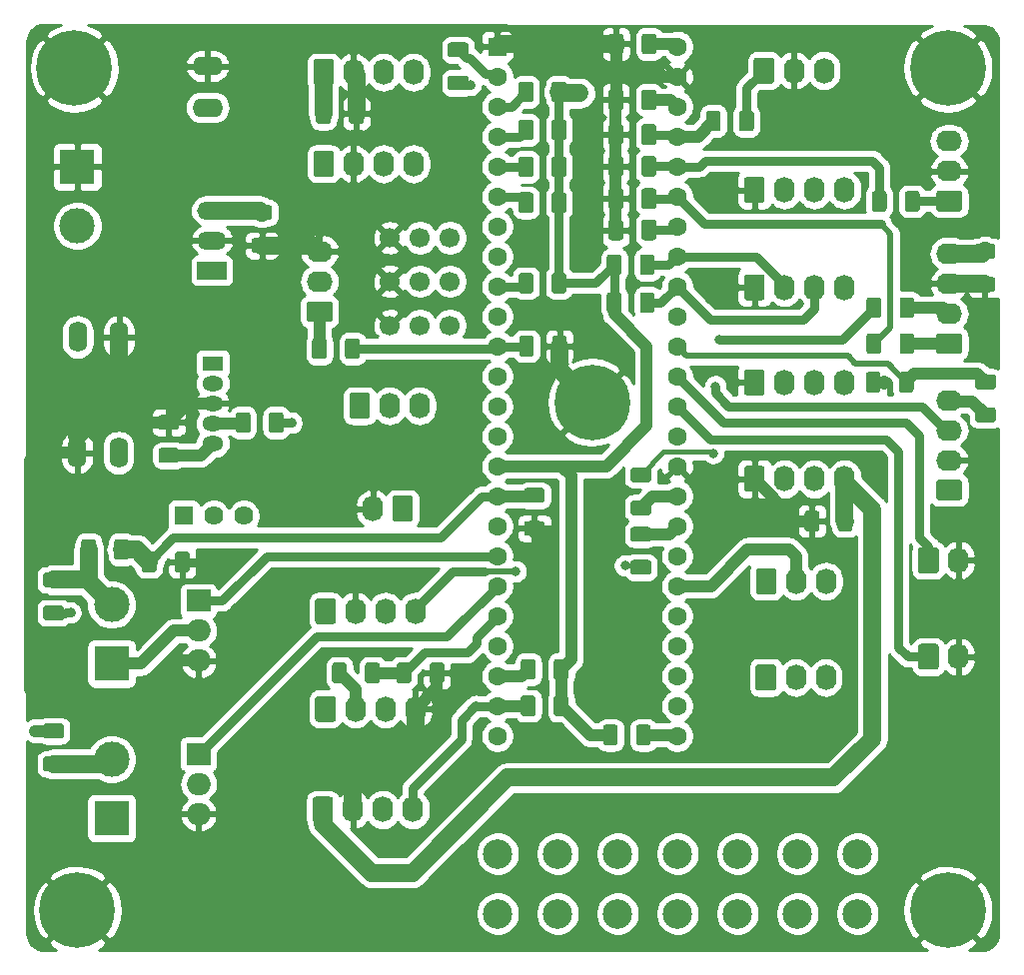
<source format=gbr>
G04 #@! TF.GenerationSoftware,KiCad,Pcbnew,5.1.2-f72e74a~84~ubuntu18.04.1*
G04 #@! TF.CreationDate,2022-02-01T20:37:36+01:00*
G04 #@! TF.ProjectId,T41Expander,54343145-7870-4616-9e64-65722e6b6963,rev?*
G04 #@! TF.SameCoordinates,Original*
G04 #@! TF.FileFunction,Copper,L2,Bot*
G04 #@! TF.FilePolarity,Positive*
%FSLAX46Y46*%
G04 Gerber Fmt 4.6, Leading zero omitted, Abs format (unit mm)*
G04 Created by KiCad (PCBNEW 5.1.2-f72e74a~84~ubuntu18.04.1) date 2022-02-01 20:37:36*
%MOMM*%
%LPD*%
G04 APERTURE LIST*
%ADD10C,1.600000*%
%ADD11R,1.600000X1.600000*%
%ADD12C,6.400000*%
%ADD13C,2.499360*%
%ADD14O,1.600000X2.600000*%
%ADD15O,2.600000X1.600000*%
%ADD16C,0.100000*%
%ADD17C,1.250000*%
%ADD18R,3.000000X3.000000*%
%ADD19C,3.000000*%
%ADD20C,1.740000*%
%ADD21O,1.740000X2.200000*%
%ADD22O,2.200000X1.740000*%
%ADD23C,1.700000*%
%ADD24R,2.000000X1.905000*%
%ADD25O,2.000000X1.905000*%
%ADD26R,1.620000X1.620000*%
%ADD27C,1.620000*%
%ADD28R,1.800000X1.275000*%
%ADD29O,1.800000X1.275000*%
%ADD30R,2.500000X1.500000*%
%ADD31O,2.500000X1.500000*%
%ADD32C,1.200000*%
%ADD33C,0.800000*%
%ADD34C,1.500000*%
%ADD35C,1.000000*%
%ADD36C,0.750000*%
%ADD37C,0.500000*%
%ADD38C,0.400000*%
%ADD39C,0.254000*%
G04 APERTURE END LIST*
D10*
X68326000Y-15087600D03*
X68326000Y-17627600D03*
X68326000Y-20167600D03*
X68326000Y-22707600D03*
X68326000Y-25247600D03*
X68326000Y-27787600D03*
X68326000Y-30327600D03*
X68326000Y-32867600D03*
X68326000Y-35407600D03*
X68326000Y-37947600D03*
X68326000Y-40487600D03*
X68326000Y-43027600D03*
X68326000Y-45567600D03*
X68326000Y-48107600D03*
D11*
X53086000Y-15087600D03*
D10*
X53086000Y-17627600D03*
X53086000Y-20167600D03*
X53086000Y-22707600D03*
X53086000Y-25247600D03*
X53086000Y-27787600D03*
X53086000Y-30327600D03*
X53086000Y-32867600D03*
X53086000Y-35407600D03*
X53086000Y-37947600D03*
X53086000Y-40487600D03*
X53086000Y-43027600D03*
X53086000Y-45567600D03*
X68326000Y-50647600D03*
X68326000Y-53187600D03*
X68326000Y-55727600D03*
X68326000Y-58267600D03*
X68326000Y-60807600D03*
X68326000Y-63347600D03*
X68326000Y-65887600D03*
X68326000Y-68427600D03*
X68326000Y-70967600D03*
X68326000Y-73507600D03*
X53086000Y-73507600D03*
X53086000Y-70967600D03*
X53086000Y-68427600D03*
X53086000Y-65887600D03*
X53086000Y-48107600D03*
X53086000Y-50647600D03*
X53086000Y-53187600D03*
X53086000Y-63347600D03*
X53086000Y-60807600D03*
X53086000Y-58267600D03*
X53086000Y-55727600D03*
D12*
X61112400Y-45242480D03*
D13*
X83601560Y-88579960D03*
X78521560Y-88579960D03*
X73441560Y-88579960D03*
X68361560Y-88579960D03*
X63281560Y-88579960D03*
X58201560Y-88579960D03*
X53121560Y-88579960D03*
X83601560Y-83499960D03*
X78521560Y-83499960D03*
X73441560Y-83499960D03*
X68361560Y-83499960D03*
X63281560Y-83499960D03*
X58201560Y-83499960D03*
X53121560Y-83499960D03*
D14*
X17526000Y-39700200D03*
X21026000Y-39700200D03*
D15*
X28524200Y-16743800D03*
X28524200Y-20243800D03*
D14*
X17480400Y-49504600D03*
X20980400Y-49504600D03*
D16*
G36*
X33791424Y-28522244D02*
G01*
X33815693Y-28525844D01*
X33839491Y-28531805D01*
X33862591Y-28540070D01*
X33884769Y-28550560D01*
X33905813Y-28563173D01*
X33925518Y-28577787D01*
X33943697Y-28594263D01*
X33960173Y-28612442D01*
X33974787Y-28632147D01*
X33987400Y-28653191D01*
X33997890Y-28675369D01*
X34006155Y-28698469D01*
X34012116Y-28722267D01*
X34015716Y-28746536D01*
X34016920Y-28771040D01*
X34016920Y-29521040D01*
X34015716Y-29545544D01*
X34012116Y-29569813D01*
X34006155Y-29593611D01*
X33997890Y-29616711D01*
X33987400Y-29638889D01*
X33974787Y-29659933D01*
X33960173Y-29679638D01*
X33943697Y-29697817D01*
X33925518Y-29714293D01*
X33905813Y-29728907D01*
X33884769Y-29741520D01*
X33862591Y-29752010D01*
X33839491Y-29760275D01*
X33815693Y-29766236D01*
X33791424Y-29769836D01*
X33766920Y-29771040D01*
X32516920Y-29771040D01*
X32492416Y-29769836D01*
X32468147Y-29766236D01*
X32444349Y-29760275D01*
X32421249Y-29752010D01*
X32399071Y-29741520D01*
X32378027Y-29728907D01*
X32358322Y-29714293D01*
X32340143Y-29697817D01*
X32323667Y-29679638D01*
X32309053Y-29659933D01*
X32296440Y-29638889D01*
X32285950Y-29616711D01*
X32277685Y-29593611D01*
X32271724Y-29569813D01*
X32268124Y-29545544D01*
X32266920Y-29521040D01*
X32266920Y-28771040D01*
X32268124Y-28746536D01*
X32271724Y-28722267D01*
X32277685Y-28698469D01*
X32285950Y-28675369D01*
X32296440Y-28653191D01*
X32309053Y-28632147D01*
X32323667Y-28612442D01*
X32340143Y-28594263D01*
X32358322Y-28577787D01*
X32378027Y-28563173D01*
X32399071Y-28550560D01*
X32421249Y-28540070D01*
X32444349Y-28531805D01*
X32468147Y-28525844D01*
X32492416Y-28522244D01*
X32516920Y-28521040D01*
X33766920Y-28521040D01*
X33791424Y-28522244D01*
X33791424Y-28522244D01*
G37*
D17*
X33141920Y-29146040D03*
D16*
G36*
X33791424Y-31322244D02*
G01*
X33815693Y-31325844D01*
X33839491Y-31331805D01*
X33862591Y-31340070D01*
X33884769Y-31350560D01*
X33905813Y-31363173D01*
X33925518Y-31377787D01*
X33943697Y-31394263D01*
X33960173Y-31412442D01*
X33974787Y-31432147D01*
X33987400Y-31453191D01*
X33997890Y-31475369D01*
X34006155Y-31498469D01*
X34012116Y-31522267D01*
X34015716Y-31546536D01*
X34016920Y-31571040D01*
X34016920Y-32321040D01*
X34015716Y-32345544D01*
X34012116Y-32369813D01*
X34006155Y-32393611D01*
X33997890Y-32416711D01*
X33987400Y-32438889D01*
X33974787Y-32459933D01*
X33960173Y-32479638D01*
X33943697Y-32497817D01*
X33925518Y-32514293D01*
X33905813Y-32528907D01*
X33884769Y-32541520D01*
X33862591Y-32552010D01*
X33839491Y-32560275D01*
X33815693Y-32566236D01*
X33791424Y-32569836D01*
X33766920Y-32571040D01*
X32516920Y-32571040D01*
X32492416Y-32569836D01*
X32468147Y-32566236D01*
X32444349Y-32560275D01*
X32421249Y-32552010D01*
X32399071Y-32541520D01*
X32378027Y-32528907D01*
X32358322Y-32514293D01*
X32340143Y-32497817D01*
X32323667Y-32479638D01*
X32309053Y-32459933D01*
X32296440Y-32438889D01*
X32285950Y-32416711D01*
X32277685Y-32393611D01*
X32271724Y-32369813D01*
X32268124Y-32345544D01*
X32266920Y-32321040D01*
X32266920Y-31571040D01*
X32268124Y-31546536D01*
X32271724Y-31522267D01*
X32277685Y-31498469D01*
X32285950Y-31475369D01*
X32296440Y-31453191D01*
X32309053Y-31432147D01*
X32323667Y-31412442D01*
X32340143Y-31394263D01*
X32358322Y-31377787D01*
X32378027Y-31363173D01*
X32399071Y-31350560D01*
X32421249Y-31340070D01*
X32444349Y-31331805D01*
X32468147Y-31325844D01*
X32492416Y-31322244D01*
X32516920Y-31321040D01*
X33766920Y-31321040D01*
X33791424Y-31322244D01*
X33791424Y-31322244D01*
G37*
D17*
X33141920Y-31946040D03*
D16*
G36*
X82962664Y-54427084D02*
G01*
X82986933Y-54430684D01*
X83010731Y-54436645D01*
X83033831Y-54444910D01*
X83056009Y-54455400D01*
X83077053Y-54468013D01*
X83096758Y-54482627D01*
X83114937Y-54499103D01*
X83131413Y-54517282D01*
X83146027Y-54536987D01*
X83158640Y-54558031D01*
X83169130Y-54580209D01*
X83177395Y-54603309D01*
X83183356Y-54627107D01*
X83186956Y-54651376D01*
X83188160Y-54675880D01*
X83188160Y-55925880D01*
X83186956Y-55950384D01*
X83183356Y-55974653D01*
X83177395Y-55998451D01*
X83169130Y-56021551D01*
X83158640Y-56043729D01*
X83146027Y-56064773D01*
X83131413Y-56084478D01*
X83114937Y-56102657D01*
X83096758Y-56119133D01*
X83077053Y-56133747D01*
X83056009Y-56146360D01*
X83033831Y-56156850D01*
X83010731Y-56165115D01*
X82986933Y-56171076D01*
X82962664Y-56174676D01*
X82938160Y-56175880D01*
X82188160Y-56175880D01*
X82163656Y-56174676D01*
X82139387Y-56171076D01*
X82115589Y-56165115D01*
X82092489Y-56156850D01*
X82070311Y-56146360D01*
X82049267Y-56133747D01*
X82029562Y-56119133D01*
X82011383Y-56102657D01*
X81994907Y-56084478D01*
X81980293Y-56064773D01*
X81967680Y-56043729D01*
X81957190Y-56021551D01*
X81948925Y-55998451D01*
X81942964Y-55974653D01*
X81939364Y-55950384D01*
X81938160Y-55925880D01*
X81938160Y-54675880D01*
X81939364Y-54651376D01*
X81942964Y-54627107D01*
X81948925Y-54603309D01*
X81957190Y-54580209D01*
X81967680Y-54558031D01*
X81980293Y-54536987D01*
X81994907Y-54517282D01*
X82011383Y-54499103D01*
X82029562Y-54482627D01*
X82049267Y-54468013D01*
X82070311Y-54455400D01*
X82092489Y-54444910D01*
X82115589Y-54436645D01*
X82139387Y-54430684D01*
X82163656Y-54427084D01*
X82188160Y-54425880D01*
X82938160Y-54425880D01*
X82962664Y-54427084D01*
X82962664Y-54427084D01*
G37*
D17*
X82563160Y-55300880D03*
D16*
G36*
X80162664Y-54427084D02*
G01*
X80186933Y-54430684D01*
X80210731Y-54436645D01*
X80233831Y-54444910D01*
X80256009Y-54455400D01*
X80277053Y-54468013D01*
X80296758Y-54482627D01*
X80314937Y-54499103D01*
X80331413Y-54517282D01*
X80346027Y-54536987D01*
X80358640Y-54558031D01*
X80369130Y-54580209D01*
X80377395Y-54603309D01*
X80383356Y-54627107D01*
X80386956Y-54651376D01*
X80388160Y-54675880D01*
X80388160Y-55925880D01*
X80386956Y-55950384D01*
X80383356Y-55974653D01*
X80377395Y-55998451D01*
X80369130Y-56021551D01*
X80358640Y-56043729D01*
X80346027Y-56064773D01*
X80331413Y-56084478D01*
X80314937Y-56102657D01*
X80296758Y-56119133D01*
X80277053Y-56133747D01*
X80256009Y-56146360D01*
X80233831Y-56156850D01*
X80210731Y-56165115D01*
X80186933Y-56171076D01*
X80162664Y-56174676D01*
X80138160Y-56175880D01*
X79388160Y-56175880D01*
X79363656Y-56174676D01*
X79339387Y-56171076D01*
X79315589Y-56165115D01*
X79292489Y-56156850D01*
X79270311Y-56146360D01*
X79249267Y-56133747D01*
X79229562Y-56119133D01*
X79211383Y-56102657D01*
X79194907Y-56084478D01*
X79180293Y-56064773D01*
X79167680Y-56043729D01*
X79157190Y-56021551D01*
X79148925Y-55998451D01*
X79142964Y-55974653D01*
X79139364Y-55950384D01*
X79138160Y-55925880D01*
X79138160Y-54675880D01*
X79139364Y-54651376D01*
X79142964Y-54627107D01*
X79148925Y-54603309D01*
X79157190Y-54580209D01*
X79167680Y-54558031D01*
X79180293Y-54536987D01*
X79194907Y-54517282D01*
X79211383Y-54499103D01*
X79229562Y-54482627D01*
X79249267Y-54468013D01*
X79270311Y-54455400D01*
X79292489Y-54444910D01*
X79315589Y-54436645D01*
X79339387Y-54430684D01*
X79363656Y-54427084D01*
X79388160Y-54425880D01*
X80138160Y-54425880D01*
X80162664Y-54427084D01*
X80162664Y-54427084D01*
G37*
D17*
X79763160Y-55300880D03*
D16*
G36*
X63556144Y-13985204D02*
G01*
X63580413Y-13988804D01*
X63604211Y-13994765D01*
X63627311Y-14003030D01*
X63649489Y-14013520D01*
X63670533Y-14026133D01*
X63690238Y-14040747D01*
X63708417Y-14057223D01*
X63724893Y-14075402D01*
X63739507Y-14095107D01*
X63752120Y-14116151D01*
X63762610Y-14138329D01*
X63770875Y-14161429D01*
X63776836Y-14185227D01*
X63780436Y-14209496D01*
X63781640Y-14234000D01*
X63781640Y-15484000D01*
X63780436Y-15508504D01*
X63776836Y-15532773D01*
X63770875Y-15556571D01*
X63762610Y-15579671D01*
X63752120Y-15601849D01*
X63739507Y-15622893D01*
X63724893Y-15642598D01*
X63708417Y-15660777D01*
X63690238Y-15677253D01*
X63670533Y-15691867D01*
X63649489Y-15704480D01*
X63627311Y-15714970D01*
X63604211Y-15723235D01*
X63580413Y-15729196D01*
X63556144Y-15732796D01*
X63531640Y-15734000D01*
X62781640Y-15734000D01*
X62757136Y-15732796D01*
X62732867Y-15729196D01*
X62709069Y-15723235D01*
X62685969Y-15714970D01*
X62663791Y-15704480D01*
X62642747Y-15691867D01*
X62623042Y-15677253D01*
X62604863Y-15660777D01*
X62588387Y-15642598D01*
X62573773Y-15622893D01*
X62561160Y-15601849D01*
X62550670Y-15579671D01*
X62542405Y-15556571D01*
X62536444Y-15532773D01*
X62532844Y-15508504D01*
X62531640Y-15484000D01*
X62531640Y-14234000D01*
X62532844Y-14209496D01*
X62536444Y-14185227D01*
X62542405Y-14161429D01*
X62550670Y-14138329D01*
X62561160Y-14116151D01*
X62573773Y-14095107D01*
X62588387Y-14075402D01*
X62604863Y-14057223D01*
X62623042Y-14040747D01*
X62642747Y-14026133D01*
X62663791Y-14013520D01*
X62685969Y-14003030D01*
X62709069Y-13994765D01*
X62732867Y-13988804D01*
X62757136Y-13985204D01*
X62781640Y-13984000D01*
X63531640Y-13984000D01*
X63556144Y-13985204D01*
X63556144Y-13985204D01*
G37*
D17*
X63156640Y-14859000D03*
D16*
G36*
X66356144Y-13985204D02*
G01*
X66380413Y-13988804D01*
X66404211Y-13994765D01*
X66427311Y-14003030D01*
X66449489Y-14013520D01*
X66470533Y-14026133D01*
X66490238Y-14040747D01*
X66508417Y-14057223D01*
X66524893Y-14075402D01*
X66539507Y-14095107D01*
X66552120Y-14116151D01*
X66562610Y-14138329D01*
X66570875Y-14161429D01*
X66576836Y-14185227D01*
X66580436Y-14209496D01*
X66581640Y-14234000D01*
X66581640Y-15484000D01*
X66580436Y-15508504D01*
X66576836Y-15532773D01*
X66570875Y-15556571D01*
X66562610Y-15579671D01*
X66552120Y-15601849D01*
X66539507Y-15622893D01*
X66524893Y-15642598D01*
X66508417Y-15660777D01*
X66490238Y-15677253D01*
X66470533Y-15691867D01*
X66449489Y-15704480D01*
X66427311Y-15714970D01*
X66404211Y-15723235D01*
X66380413Y-15729196D01*
X66356144Y-15732796D01*
X66331640Y-15734000D01*
X65581640Y-15734000D01*
X65557136Y-15732796D01*
X65532867Y-15729196D01*
X65509069Y-15723235D01*
X65485969Y-15714970D01*
X65463791Y-15704480D01*
X65442747Y-15691867D01*
X65423042Y-15677253D01*
X65404863Y-15660777D01*
X65388387Y-15642598D01*
X65373773Y-15622893D01*
X65361160Y-15601849D01*
X65350670Y-15579671D01*
X65342405Y-15556571D01*
X65336444Y-15532773D01*
X65332844Y-15508504D01*
X65331640Y-15484000D01*
X65331640Y-14234000D01*
X65332844Y-14209496D01*
X65336444Y-14185227D01*
X65342405Y-14161429D01*
X65350670Y-14138329D01*
X65361160Y-14116151D01*
X65373773Y-14095107D01*
X65388387Y-14075402D01*
X65404863Y-14057223D01*
X65423042Y-14040747D01*
X65442747Y-14026133D01*
X65463791Y-14013520D01*
X65485969Y-14003030D01*
X65509069Y-13994765D01*
X65532867Y-13988804D01*
X65557136Y-13985204D01*
X65581640Y-13984000D01*
X66331640Y-13984000D01*
X66356144Y-13985204D01*
X66356144Y-13985204D01*
G37*
D17*
X65956640Y-14859000D03*
D16*
G36*
X63535824Y-18729924D02*
G01*
X63560093Y-18733524D01*
X63583891Y-18739485D01*
X63606991Y-18747750D01*
X63629169Y-18758240D01*
X63650213Y-18770853D01*
X63669918Y-18785467D01*
X63688097Y-18801943D01*
X63704573Y-18820122D01*
X63719187Y-18839827D01*
X63731800Y-18860871D01*
X63742290Y-18883049D01*
X63750555Y-18906149D01*
X63756516Y-18929947D01*
X63760116Y-18954216D01*
X63761320Y-18978720D01*
X63761320Y-20228720D01*
X63760116Y-20253224D01*
X63756516Y-20277493D01*
X63750555Y-20301291D01*
X63742290Y-20324391D01*
X63731800Y-20346569D01*
X63719187Y-20367613D01*
X63704573Y-20387318D01*
X63688097Y-20405497D01*
X63669918Y-20421973D01*
X63650213Y-20436587D01*
X63629169Y-20449200D01*
X63606991Y-20459690D01*
X63583891Y-20467955D01*
X63560093Y-20473916D01*
X63535824Y-20477516D01*
X63511320Y-20478720D01*
X62761320Y-20478720D01*
X62736816Y-20477516D01*
X62712547Y-20473916D01*
X62688749Y-20467955D01*
X62665649Y-20459690D01*
X62643471Y-20449200D01*
X62622427Y-20436587D01*
X62602722Y-20421973D01*
X62584543Y-20405497D01*
X62568067Y-20387318D01*
X62553453Y-20367613D01*
X62540840Y-20346569D01*
X62530350Y-20324391D01*
X62522085Y-20301291D01*
X62516124Y-20277493D01*
X62512524Y-20253224D01*
X62511320Y-20228720D01*
X62511320Y-18978720D01*
X62512524Y-18954216D01*
X62516124Y-18929947D01*
X62522085Y-18906149D01*
X62530350Y-18883049D01*
X62540840Y-18860871D01*
X62553453Y-18839827D01*
X62568067Y-18820122D01*
X62584543Y-18801943D01*
X62602722Y-18785467D01*
X62622427Y-18770853D01*
X62643471Y-18758240D01*
X62665649Y-18747750D01*
X62688749Y-18739485D01*
X62712547Y-18733524D01*
X62736816Y-18729924D01*
X62761320Y-18728720D01*
X63511320Y-18728720D01*
X63535824Y-18729924D01*
X63535824Y-18729924D01*
G37*
D17*
X63136320Y-19603720D03*
D16*
G36*
X66335824Y-18729924D02*
G01*
X66360093Y-18733524D01*
X66383891Y-18739485D01*
X66406991Y-18747750D01*
X66429169Y-18758240D01*
X66450213Y-18770853D01*
X66469918Y-18785467D01*
X66488097Y-18801943D01*
X66504573Y-18820122D01*
X66519187Y-18839827D01*
X66531800Y-18860871D01*
X66542290Y-18883049D01*
X66550555Y-18906149D01*
X66556516Y-18929947D01*
X66560116Y-18954216D01*
X66561320Y-18978720D01*
X66561320Y-20228720D01*
X66560116Y-20253224D01*
X66556516Y-20277493D01*
X66550555Y-20301291D01*
X66542290Y-20324391D01*
X66531800Y-20346569D01*
X66519187Y-20367613D01*
X66504573Y-20387318D01*
X66488097Y-20405497D01*
X66469918Y-20421973D01*
X66450213Y-20436587D01*
X66429169Y-20449200D01*
X66406991Y-20459690D01*
X66383891Y-20467955D01*
X66360093Y-20473916D01*
X66335824Y-20477516D01*
X66311320Y-20478720D01*
X65561320Y-20478720D01*
X65536816Y-20477516D01*
X65512547Y-20473916D01*
X65488749Y-20467955D01*
X65465649Y-20459690D01*
X65443471Y-20449200D01*
X65422427Y-20436587D01*
X65402722Y-20421973D01*
X65384543Y-20405497D01*
X65368067Y-20387318D01*
X65353453Y-20367613D01*
X65340840Y-20346569D01*
X65330350Y-20324391D01*
X65322085Y-20301291D01*
X65316124Y-20277493D01*
X65312524Y-20253224D01*
X65311320Y-20228720D01*
X65311320Y-18978720D01*
X65312524Y-18954216D01*
X65316124Y-18929947D01*
X65322085Y-18906149D01*
X65330350Y-18883049D01*
X65340840Y-18860871D01*
X65353453Y-18839827D01*
X65368067Y-18820122D01*
X65384543Y-18801943D01*
X65402722Y-18785467D01*
X65422427Y-18770853D01*
X65443471Y-18758240D01*
X65465649Y-18747750D01*
X65488749Y-18739485D01*
X65512547Y-18733524D01*
X65536816Y-18729924D01*
X65561320Y-18728720D01*
X66311320Y-18728720D01*
X66335824Y-18729924D01*
X66335824Y-18729924D01*
G37*
D17*
X65936320Y-19603720D03*
D16*
G36*
X56885104Y-52494764D02*
G01*
X56909373Y-52498364D01*
X56933171Y-52504325D01*
X56956271Y-52512590D01*
X56978449Y-52523080D01*
X56999493Y-52535693D01*
X57019198Y-52550307D01*
X57037377Y-52566783D01*
X57053853Y-52584962D01*
X57068467Y-52604667D01*
X57081080Y-52625711D01*
X57091570Y-52647889D01*
X57099835Y-52670989D01*
X57105796Y-52694787D01*
X57109396Y-52719056D01*
X57110600Y-52743560D01*
X57110600Y-53493560D01*
X57109396Y-53518064D01*
X57105796Y-53542333D01*
X57099835Y-53566131D01*
X57091570Y-53589231D01*
X57081080Y-53611409D01*
X57068467Y-53632453D01*
X57053853Y-53652158D01*
X57037377Y-53670337D01*
X57019198Y-53686813D01*
X56999493Y-53701427D01*
X56978449Y-53714040D01*
X56956271Y-53724530D01*
X56933171Y-53732795D01*
X56909373Y-53738756D01*
X56885104Y-53742356D01*
X56860600Y-53743560D01*
X55610600Y-53743560D01*
X55586096Y-53742356D01*
X55561827Y-53738756D01*
X55538029Y-53732795D01*
X55514929Y-53724530D01*
X55492751Y-53714040D01*
X55471707Y-53701427D01*
X55452002Y-53686813D01*
X55433823Y-53670337D01*
X55417347Y-53652158D01*
X55402733Y-53632453D01*
X55390120Y-53611409D01*
X55379630Y-53589231D01*
X55371365Y-53566131D01*
X55365404Y-53542333D01*
X55361804Y-53518064D01*
X55360600Y-53493560D01*
X55360600Y-52743560D01*
X55361804Y-52719056D01*
X55365404Y-52694787D01*
X55371365Y-52670989D01*
X55379630Y-52647889D01*
X55390120Y-52625711D01*
X55402733Y-52604667D01*
X55417347Y-52584962D01*
X55433823Y-52566783D01*
X55452002Y-52550307D01*
X55471707Y-52535693D01*
X55492751Y-52523080D01*
X55514929Y-52512590D01*
X55538029Y-52504325D01*
X55561827Y-52498364D01*
X55586096Y-52494764D01*
X55610600Y-52493560D01*
X56860600Y-52493560D01*
X56885104Y-52494764D01*
X56885104Y-52494764D01*
G37*
D17*
X56235600Y-53118560D03*
D16*
G36*
X56885104Y-55294764D02*
G01*
X56909373Y-55298364D01*
X56933171Y-55304325D01*
X56956271Y-55312590D01*
X56978449Y-55323080D01*
X56999493Y-55335693D01*
X57019198Y-55350307D01*
X57037377Y-55366783D01*
X57053853Y-55384962D01*
X57068467Y-55404667D01*
X57081080Y-55425711D01*
X57091570Y-55447889D01*
X57099835Y-55470989D01*
X57105796Y-55494787D01*
X57109396Y-55519056D01*
X57110600Y-55543560D01*
X57110600Y-56293560D01*
X57109396Y-56318064D01*
X57105796Y-56342333D01*
X57099835Y-56366131D01*
X57091570Y-56389231D01*
X57081080Y-56411409D01*
X57068467Y-56432453D01*
X57053853Y-56452158D01*
X57037377Y-56470337D01*
X57019198Y-56486813D01*
X56999493Y-56501427D01*
X56978449Y-56514040D01*
X56956271Y-56524530D01*
X56933171Y-56532795D01*
X56909373Y-56538756D01*
X56885104Y-56542356D01*
X56860600Y-56543560D01*
X55610600Y-56543560D01*
X55586096Y-56542356D01*
X55561827Y-56538756D01*
X55538029Y-56532795D01*
X55514929Y-56524530D01*
X55492751Y-56514040D01*
X55471707Y-56501427D01*
X55452002Y-56486813D01*
X55433823Y-56470337D01*
X55417347Y-56452158D01*
X55402733Y-56432453D01*
X55390120Y-56411409D01*
X55379630Y-56389231D01*
X55371365Y-56366131D01*
X55365404Y-56342333D01*
X55361804Y-56318064D01*
X55360600Y-56293560D01*
X55360600Y-55543560D01*
X55361804Y-55519056D01*
X55365404Y-55494787D01*
X55371365Y-55470989D01*
X55379630Y-55447889D01*
X55390120Y-55425711D01*
X55402733Y-55404667D01*
X55417347Y-55384962D01*
X55433823Y-55366783D01*
X55452002Y-55350307D01*
X55471707Y-55335693D01*
X55492751Y-55323080D01*
X55514929Y-55312590D01*
X55538029Y-55304325D01*
X55561827Y-55298364D01*
X55586096Y-55294764D01*
X55610600Y-55293560D01*
X56860600Y-55293560D01*
X56885104Y-55294764D01*
X56885104Y-55294764D01*
G37*
D17*
X56235600Y-55918560D03*
D16*
G36*
X63535824Y-21656004D02*
G01*
X63560093Y-21659604D01*
X63583891Y-21665565D01*
X63606991Y-21673830D01*
X63629169Y-21684320D01*
X63650213Y-21696933D01*
X63669918Y-21711547D01*
X63688097Y-21728023D01*
X63704573Y-21746202D01*
X63719187Y-21765907D01*
X63731800Y-21786951D01*
X63742290Y-21809129D01*
X63750555Y-21832229D01*
X63756516Y-21856027D01*
X63760116Y-21880296D01*
X63761320Y-21904800D01*
X63761320Y-23154800D01*
X63760116Y-23179304D01*
X63756516Y-23203573D01*
X63750555Y-23227371D01*
X63742290Y-23250471D01*
X63731800Y-23272649D01*
X63719187Y-23293693D01*
X63704573Y-23313398D01*
X63688097Y-23331577D01*
X63669918Y-23348053D01*
X63650213Y-23362667D01*
X63629169Y-23375280D01*
X63606991Y-23385770D01*
X63583891Y-23394035D01*
X63560093Y-23399996D01*
X63535824Y-23403596D01*
X63511320Y-23404800D01*
X62761320Y-23404800D01*
X62736816Y-23403596D01*
X62712547Y-23399996D01*
X62688749Y-23394035D01*
X62665649Y-23385770D01*
X62643471Y-23375280D01*
X62622427Y-23362667D01*
X62602722Y-23348053D01*
X62584543Y-23331577D01*
X62568067Y-23313398D01*
X62553453Y-23293693D01*
X62540840Y-23272649D01*
X62530350Y-23250471D01*
X62522085Y-23227371D01*
X62516124Y-23203573D01*
X62512524Y-23179304D01*
X62511320Y-23154800D01*
X62511320Y-21904800D01*
X62512524Y-21880296D01*
X62516124Y-21856027D01*
X62522085Y-21832229D01*
X62530350Y-21809129D01*
X62540840Y-21786951D01*
X62553453Y-21765907D01*
X62568067Y-21746202D01*
X62584543Y-21728023D01*
X62602722Y-21711547D01*
X62622427Y-21696933D01*
X62643471Y-21684320D01*
X62665649Y-21673830D01*
X62688749Y-21665565D01*
X62712547Y-21659604D01*
X62736816Y-21656004D01*
X62761320Y-21654800D01*
X63511320Y-21654800D01*
X63535824Y-21656004D01*
X63535824Y-21656004D01*
G37*
D17*
X63136320Y-22529800D03*
D16*
G36*
X66335824Y-21656004D02*
G01*
X66360093Y-21659604D01*
X66383891Y-21665565D01*
X66406991Y-21673830D01*
X66429169Y-21684320D01*
X66450213Y-21696933D01*
X66469918Y-21711547D01*
X66488097Y-21728023D01*
X66504573Y-21746202D01*
X66519187Y-21765907D01*
X66531800Y-21786951D01*
X66542290Y-21809129D01*
X66550555Y-21832229D01*
X66556516Y-21856027D01*
X66560116Y-21880296D01*
X66561320Y-21904800D01*
X66561320Y-23154800D01*
X66560116Y-23179304D01*
X66556516Y-23203573D01*
X66550555Y-23227371D01*
X66542290Y-23250471D01*
X66531800Y-23272649D01*
X66519187Y-23293693D01*
X66504573Y-23313398D01*
X66488097Y-23331577D01*
X66469918Y-23348053D01*
X66450213Y-23362667D01*
X66429169Y-23375280D01*
X66406991Y-23385770D01*
X66383891Y-23394035D01*
X66360093Y-23399996D01*
X66335824Y-23403596D01*
X66311320Y-23404800D01*
X65561320Y-23404800D01*
X65536816Y-23403596D01*
X65512547Y-23399996D01*
X65488749Y-23394035D01*
X65465649Y-23385770D01*
X65443471Y-23375280D01*
X65422427Y-23362667D01*
X65402722Y-23348053D01*
X65384543Y-23331577D01*
X65368067Y-23313398D01*
X65353453Y-23293693D01*
X65340840Y-23272649D01*
X65330350Y-23250471D01*
X65322085Y-23227371D01*
X65316124Y-23203573D01*
X65312524Y-23179304D01*
X65311320Y-23154800D01*
X65311320Y-21904800D01*
X65312524Y-21880296D01*
X65316124Y-21856027D01*
X65322085Y-21832229D01*
X65330350Y-21809129D01*
X65340840Y-21786951D01*
X65353453Y-21765907D01*
X65368067Y-21746202D01*
X65384543Y-21728023D01*
X65402722Y-21711547D01*
X65422427Y-21696933D01*
X65443471Y-21684320D01*
X65465649Y-21673830D01*
X65488749Y-21665565D01*
X65512547Y-21659604D01*
X65536816Y-21656004D01*
X65561320Y-21654800D01*
X66311320Y-21654800D01*
X66335824Y-21656004D01*
X66335824Y-21656004D01*
G37*
D17*
X65936320Y-22529800D03*
D16*
G36*
X66335824Y-24353484D02*
G01*
X66360093Y-24357084D01*
X66383891Y-24363045D01*
X66406991Y-24371310D01*
X66429169Y-24381800D01*
X66450213Y-24394413D01*
X66469918Y-24409027D01*
X66488097Y-24425503D01*
X66504573Y-24443682D01*
X66519187Y-24463387D01*
X66531800Y-24484431D01*
X66542290Y-24506609D01*
X66550555Y-24529709D01*
X66556516Y-24553507D01*
X66560116Y-24577776D01*
X66561320Y-24602280D01*
X66561320Y-25852280D01*
X66560116Y-25876784D01*
X66556516Y-25901053D01*
X66550555Y-25924851D01*
X66542290Y-25947951D01*
X66531800Y-25970129D01*
X66519187Y-25991173D01*
X66504573Y-26010878D01*
X66488097Y-26029057D01*
X66469918Y-26045533D01*
X66450213Y-26060147D01*
X66429169Y-26072760D01*
X66406991Y-26083250D01*
X66383891Y-26091515D01*
X66360093Y-26097476D01*
X66335824Y-26101076D01*
X66311320Y-26102280D01*
X65561320Y-26102280D01*
X65536816Y-26101076D01*
X65512547Y-26097476D01*
X65488749Y-26091515D01*
X65465649Y-26083250D01*
X65443471Y-26072760D01*
X65422427Y-26060147D01*
X65402722Y-26045533D01*
X65384543Y-26029057D01*
X65368067Y-26010878D01*
X65353453Y-25991173D01*
X65340840Y-25970129D01*
X65330350Y-25947951D01*
X65322085Y-25924851D01*
X65316124Y-25901053D01*
X65312524Y-25876784D01*
X65311320Y-25852280D01*
X65311320Y-24602280D01*
X65312524Y-24577776D01*
X65316124Y-24553507D01*
X65322085Y-24529709D01*
X65330350Y-24506609D01*
X65340840Y-24484431D01*
X65353453Y-24463387D01*
X65368067Y-24443682D01*
X65384543Y-24425503D01*
X65402722Y-24409027D01*
X65422427Y-24394413D01*
X65443471Y-24381800D01*
X65465649Y-24371310D01*
X65488749Y-24363045D01*
X65512547Y-24357084D01*
X65536816Y-24353484D01*
X65561320Y-24352280D01*
X66311320Y-24352280D01*
X66335824Y-24353484D01*
X66335824Y-24353484D01*
G37*
D17*
X65936320Y-25227280D03*
D16*
G36*
X63535824Y-24353484D02*
G01*
X63560093Y-24357084D01*
X63583891Y-24363045D01*
X63606991Y-24371310D01*
X63629169Y-24381800D01*
X63650213Y-24394413D01*
X63669918Y-24409027D01*
X63688097Y-24425503D01*
X63704573Y-24443682D01*
X63719187Y-24463387D01*
X63731800Y-24484431D01*
X63742290Y-24506609D01*
X63750555Y-24529709D01*
X63756516Y-24553507D01*
X63760116Y-24577776D01*
X63761320Y-24602280D01*
X63761320Y-25852280D01*
X63760116Y-25876784D01*
X63756516Y-25901053D01*
X63750555Y-25924851D01*
X63742290Y-25947951D01*
X63731800Y-25970129D01*
X63719187Y-25991173D01*
X63704573Y-26010878D01*
X63688097Y-26029057D01*
X63669918Y-26045533D01*
X63650213Y-26060147D01*
X63629169Y-26072760D01*
X63606991Y-26083250D01*
X63583891Y-26091515D01*
X63560093Y-26097476D01*
X63535824Y-26101076D01*
X63511320Y-26102280D01*
X62761320Y-26102280D01*
X62736816Y-26101076D01*
X62712547Y-26097476D01*
X62688749Y-26091515D01*
X62665649Y-26083250D01*
X62643471Y-26072760D01*
X62622427Y-26060147D01*
X62602722Y-26045533D01*
X62584543Y-26029057D01*
X62568067Y-26010878D01*
X62553453Y-25991173D01*
X62540840Y-25970129D01*
X62530350Y-25947951D01*
X62522085Y-25924851D01*
X62516124Y-25901053D01*
X62512524Y-25876784D01*
X62511320Y-25852280D01*
X62511320Y-24602280D01*
X62512524Y-24577776D01*
X62516124Y-24553507D01*
X62522085Y-24529709D01*
X62530350Y-24506609D01*
X62540840Y-24484431D01*
X62553453Y-24463387D01*
X62568067Y-24443682D01*
X62584543Y-24425503D01*
X62602722Y-24409027D01*
X62622427Y-24394413D01*
X62643471Y-24381800D01*
X62665649Y-24371310D01*
X62688749Y-24363045D01*
X62712547Y-24357084D01*
X62736816Y-24353484D01*
X62761320Y-24352280D01*
X63511320Y-24352280D01*
X63535824Y-24353484D01*
X63535824Y-24353484D01*
G37*
D17*
X63136320Y-25227280D03*
D16*
G36*
X63535824Y-27096684D02*
G01*
X63560093Y-27100284D01*
X63583891Y-27106245D01*
X63606991Y-27114510D01*
X63629169Y-27125000D01*
X63650213Y-27137613D01*
X63669918Y-27152227D01*
X63688097Y-27168703D01*
X63704573Y-27186882D01*
X63719187Y-27206587D01*
X63731800Y-27227631D01*
X63742290Y-27249809D01*
X63750555Y-27272909D01*
X63756516Y-27296707D01*
X63760116Y-27320976D01*
X63761320Y-27345480D01*
X63761320Y-28595480D01*
X63760116Y-28619984D01*
X63756516Y-28644253D01*
X63750555Y-28668051D01*
X63742290Y-28691151D01*
X63731800Y-28713329D01*
X63719187Y-28734373D01*
X63704573Y-28754078D01*
X63688097Y-28772257D01*
X63669918Y-28788733D01*
X63650213Y-28803347D01*
X63629169Y-28815960D01*
X63606991Y-28826450D01*
X63583891Y-28834715D01*
X63560093Y-28840676D01*
X63535824Y-28844276D01*
X63511320Y-28845480D01*
X62761320Y-28845480D01*
X62736816Y-28844276D01*
X62712547Y-28840676D01*
X62688749Y-28834715D01*
X62665649Y-28826450D01*
X62643471Y-28815960D01*
X62622427Y-28803347D01*
X62602722Y-28788733D01*
X62584543Y-28772257D01*
X62568067Y-28754078D01*
X62553453Y-28734373D01*
X62540840Y-28713329D01*
X62530350Y-28691151D01*
X62522085Y-28668051D01*
X62516124Y-28644253D01*
X62512524Y-28619984D01*
X62511320Y-28595480D01*
X62511320Y-27345480D01*
X62512524Y-27320976D01*
X62516124Y-27296707D01*
X62522085Y-27272909D01*
X62530350Y-27249809D01*
X62540840Y-27227631D01*
X62553453Y-27206587D01*
X62568067Y-27186882D01*
X62584543Y-27168703D01*
X62602722Y-27152227D01*
X62622427Y-27137613D01*
X62643471Y-27125000D01*
X62665649Y-27114510D01*
X62688749Y-27106245D01*
X62712547Y-27100284D01*
X62736816Y-27096684D01*
X62761320Y-27095480D01*
X63511320Y-27095480D01*
X63535824Y-27096684D01*
X63535824Y-27096684D01*
G37*
D17*
X63136320Y-27970480D03*
D16*
G36*
X66335824Y-27096684D02*
G01*
X66360093Y-27100284D01*
X66383891Y-27106245D01*
X66406991Y-27114510D01*
X66429169Y-27125000D01*
X66450213Y-27137613D01*
X66469918Y-27152227D01*
X66488097Y-27168703D01*
X66504573Y-27186882D01*
X66519187Y-27206587D01*
X66531800Y-27227631D01*
X66542290Y-27249809D01*
X66550555Y-27272909D01*
X66556516Y-27296707D01*
X66560116Y-27320976D01*
X66561320Y-27345480D01*
X66561320Y-28595480D01*
X66560116Y-28619984D01*
X66556516Y-28644253D01*
X66550555Y-28668051D01*
X66542290Y-28691151D01*
X66531800Y-28713329D01*
X66519187Y-28734373D01*
X66504573Y-28754078D01*
X66488097Y-28772257D01*
X66469918Y-28788733D01*
X66450213Y-28803347D01*
X66429169Y-28815960D01*
X66406991Y-28826450D01*
X66383891Y-28834715D01*
X66360093Y-28840676D01*
X66335824Y-28844276D01*
X66311320Y-28845480D01*
X65561320Y-28845480D01*
X65536816Y-28844276D01*
X65512547Y-28840676D01*
X65488749Y-28834715D01*
X65465649Y-28826450D01*
X65443471Y-28815960D01*
X65422427Y-28803347D01*
X65402722Y-28788733D01*
X65384543Y-28772257D01*
X65368067Y-28754078D01*
X65353453Y-28734373D01*
X65340840Y-28713329D01*
X65330350Y-28691151D01*
X65322085Y-28668051D01*
X65316124Y-28644253D01*
X65312524Y-28619984D01*
X65311320Y-28595480D01*
X65311320Y-27345480D01*
X65312524Y-27320976D01*
X65316124Y-27296707D01*
X65322085Y-27272909D01*
X65330350Y-27249809D01*
X65340840Y-27227631D01*
X65353453Y-27206587D01*
X65368067Y-27186882D01*
X65384543Y-27168703D01*
X65402722Y-27152227D01*
X65422427Y-27137613D01*
X65443471Y-27125000D01*
X65465649Y-27114510D01*
X65488749Y-27106245D01*
X65512547Y-27100284D01*
X65536816Y-27096684D01*
X65561320Y-27095480D01*
X66311320Y-27095480D01*
X66335824Y-27096684D01*
X66335824Y-27096684D01*
G37*
D17*
X65936320Y-27970480D03*
D16*
G36*
X66335824Y-29753524D02*
G01*
X66360093Y-29757124D01*
X66383891Y-29763085D01*
X66406991Y-29771350D01*
X66429169Y-29781840D01*
X66450213Y-29794453D01*
X66469918Y-29809067D01*
X66488097Y-29825543D01*
X66504573Y-29843722D01*
X66519187Y-29863427D01*
X66531800Y-29884471D01*
X66542290Y-29906649D01*
X66550555Y-29929749D01*
X66556516Y-29953547D01*
X66560116Y-29977816D01*
X66561320Y-30002320D01*
X66561320Y-31252320D01*
X66560116Y-31276824D01*
X66556516Y-31301093D01*
X66550555Y-31324891D01*
X66542290Y-31347991D01*
X66531800Y-31370169D01*
X66519187Y-31391213D01*
X66504573Y-31410918D01*
X66488097Y-31429097D01*
X66469918Y-31445573D01*
X66450213Y-31460187D01*
X66429169Y-31472800D01*
X66406991Y-31483290D01*
X66383891Y-31491555D01*
X66360093Y-31497516D01*
X66335824Y-31501116D01*
X66311320Y-31502320D01*
X65561320Y-31502320D01*
X65536816Y-31501116D01*
X65512547Y-31497516D01*
X65488749Y-31491555D01*
X65465649Y-31483290D01*
X65443471Y-31472800D01*
X65422427Y-31460187D01*
X65402722Y-31445573D01*
X65384543Y-31429097D01*
X65368067Y-31410918D01*
X65353453Y-31391213D01*
X65340840Y-31370169D01*
X65330350Y-31347991D01*
X65322085Y-31324891D01*
X65316124Y-31301093D01*
X65312524Y-31276824D01*
X65311320Y-31252320D01*
X65311320Y-30002320D01*
X65312524Y-29977816D01*
X65316124Y-29953547D01*
X65322085Y-29929749D01*
X65330350Y-29906649D01*
X65340840Y-29884471D01*
X65353453Y-29863427D01*
X65368067Y-29843722D01*
X65384543Y-29825543D01*
X65402722Y-29809067D01*
X65422427Y-29794453D01*
X65443471Y-29781840D01*
X65465649Y-29771350D01*
X65488749Y-29763085D01*
X65512547Y-29757124D01*
X65536816Y-29753524D01*
X65561320Y-29752320D01*
X66311320Y-29752320D01*
X66335824Y-29753524D01*
X66335824Y-29753524D01*
G37*
D17*
X65936320Y-30627320D03*
D16*
G36*
X63535824Y-29753524D02*
G01*
X63560093Y-29757124D01*
X63583891Y-29763085D01*
X63606991Y-29771350D01*
X63629169Y-29781840D01*
X63650213Y-29794453D01*
X63669918Y-29809067D01*
X63688097Y-29825543D01*
X63704573Y-29843722D01*
X63719187Y-29863427D01*
X63731800Y-29884471D01*
X63742290Y-29906649D01*
X63750555Y-29929749D01*
X63756516Y-29953547D01*
X63760116Y-29977816D01*
X63761320Y-30002320D01*
X63761320Y-31252320D01*
X63760116Y-31276824D01*
X63756516Y-31301093D01*
X63750555Y-31324891D01*
X63742290Y-31347991D01*
X63731800Y-31370169D01*
X63719187Y-31391213D01*
X63704573Y-31410918D01*
X63688097Y-31429097D01*
X63669918Y-31445573D01*
X63650213Y-31460187D01*
X63629169Y-31472800D01*
X63606991Y-31483290D01*
X63583891Y-31491555D01*
X63560093Y-31497516D01*
X63535824Y-31501116D01*
X63511320Y-31502320D01*
X62761320Y-31502320D01*
X62736816Y-31501116D01*
X62712547Y-31497516D01*
X62688749Y-31491555D01*
X62665649Y-31483290D01*
X62643471Y-31472800D01*
X62622427Y-31460187D01*
X62602722Y-31445573D01*
X62584543Y-31429097D01*
X62568067Y-31410918D01*
X62553453Y-31391213D01*
X62540840Y-31370169D01*
X62530350Y-31347991D01*
X62522085Y-31324891D01*
X62516124Y-31301093D01*
X62512524Y-31276824D01*
X62511320Y-31252320D01*
X62511320Y-30002320D01*
X62512524Y-29977816D01*
X62516124Y-29953547D01*
X62522085Y-29929749D01*
X62530350Y-29906649D01*
X62540840Y-29884471D01*
X62553453Y-29863427D01*
X62568067Y-29843722D01*
X62584543Y-29825543D01*
X62602722Y-29809067D01*
X62622427Y-29794453D01*
X62643471Y-29781840D01*
X62665649Y-29771350D01*
X62688749Y-29763085D01*
X62712547Y-29757124D01*
X62736816Y-29753524D01*
X62761320Y-29752320D01*
X63511320Y-29752320D01*
X63535824Y-29753524D01*
X63535824Y-29753524D01*
G37*
D17*
X63136320Y-30627320D03*
D16*
G36*
X38748424Y-19888164D02*
G01*
X38772693Y-19891764D01*
X38796491Y-19897725D01*
X38819591Y-19905990D01*
X38841769Y-19916480D01*
X38862813Y-19929093D01*
X38882518Y-19943707D01*
X38900697Y-19960183D01*
X38917173Y-19978362D01*
X38931787Y-19998067D01*
X38944400Y-20019111D01*
X38954890Y-20041289D01*
X38963155Y-20064389D01*
X38969116Y-20088187D01*
X38972716Y-20112456D01*
X38973920Y-20136960D01*
X38973920Y-21386960D01*
X38972716Y-21411464D01*
X38969116Y-21435733D01*
X38963155Y-21459531D01*
X38954890Y-21482631D01*
X38944400Y-21504809D01*
X38931787Y-21525853D01*
X38917173Y-21545558D01*
X38900697Y-21563737D01*
X38882518Y-21580213D01*
X38862813Y-21594827D01*
X38841769Y-21607440D01*
X38819591Y-21617930D01*
X38796491Y-21626195D01*
X38772693Y-21632156D01*
X38748424Y-21635756D01*
X38723920Y-21636960D01*
X37973920Y-21636960D01*
X37949416Y-21635756D01*
X37925147Y-21632156D01*
X37901349Y-21626195D01*
X37878249Y-21617930D01*
X37856071Y-21607440D01*
X37835027Y-21594827D01*
X37815322Y-21580213D01*
X37797143Y-21563737D01*
X37780667Y-21545558D01*
X37766053Y-21525853D01*
X37753440Y-21504809D01*
X37742950Y-21482631D01*
X37734685Y-21459531D01*
X37728724Y-21435733D01*
X37725124Y-21411464D01*
X37723920Y-21386960D01*
X37723920Y-20136960D01*
X37725124Y-20112456D01*
X37728724Y-20088187D01*
X37734685Y-20064389D01*
X37742950Y-20041289D01*
X37753440Y-20019111D01*
X37766053Y-19998067D01*
X37780667Y-19978362D01*
X37797143Y-19960183D01*
X37815322Y-19943707D01*
X37835027Y-19929093D01*
X37856071Y-19916480D01*
X37878249Y-19905990D01*
X37901349Y-19897725D01*
X37925147Y-19891764D01*
X37949416Y-19888164D01*
X37973920Y-19886960D01*
X38723920Y-19886960D01*
X38748424Y-19888164D01*
X38748424Y-19888164D01*
G37*
D17*
X38348920Y-20761960D03*
D16*
G36*
X41548424Y-19888164D02*
G01*
X41572693Y-19891764D01*
X41596491Y-19897725D01*
X41619591Y-19905990D01*
X41641769Y-19916480D01*
X41662813Y-19929093D01*
X41682518Y-19943707D01*
X41700697Y-19960183D01*
X41717173Y-19978362D01*
X41731787Y-19998067D01*
X41744400Y-20019111D01*
X41754890Y-20041289D01*
X41763155Y-20064389D01*
X41769116Y-20088187D01*
X41772716Y-20112456D01*
X41773920Y-20136960D01*
X41773920Y-21386960D01*
X41772716Y-21411464D01*
X41769116Y-21435733D01*
X41763155Y-21459531D01*
X41754890Y-21482631D01*
X41744400Y-21504809D01*
X41731787Y-21525853D01*
X41717173Y-21545558D01*
X41700697Y-21563737D01*
X41682518Y-21580213D01*
X41662813Y-21594827D01*
X41641769Y-21607440D01*
X41619591Y-21617930D01*
X41596491Y-21626195D01*
X41572693Y-21632156D01*
X41548424Y-21635756D01*
X41523920Y-21636960D01*
X40773920Y-21636960D01*
X40749416Y-21635756D01*
X40725147Y-21632156D01*
X40701349Y-21626195D01*
X40678249Y-21617930D01*
X40656071Y-21607440D01*
X40635027Y-21594827D01*
X40615322Y-21580213D01*
X40597143Y-21563737D01*
X40580667Y-21545558D01*
X40566053Y-21525853D01*
X40553440Y-21504809D01*
X40542950Y-21482631D01*
X40534685Y-21459531D01*
X40528724Y-21435733D01*
X40525124Y-21411464D01*
X40523920Y-21386960D01*
X40523920Y-20136960D01*
X40525124Y-20112456D01*
X40528724Y-20088187D01*
X40534685Y-20064389D01*
X40542950Y-20041289D01*
X40553440Y-20019111D01*
X40566053Y-19998067D01*
X40580667Y-19978362D01*
X40597143Y-19960183D01*
X40615322Y-19943707D01*
X40635027Y-19929093D01*
X40656071Y-19916480D01*
X40678249Y-19905990D01*
X40701349Y-19897725D01*
X40725147Y-19891764D01*
X40749416Y-19888164D01*
X40773920Y-19886960D01*
X41523920Y-19886960D01*
X41548424Y-19888164D01*
X41548424Y-19888164D01*
G37*
D17*
X41148920Y-20761960D03*
D16*
G36*
X95066384Y-34606924D02*
G01*
X95090653Y-34610524D01*
X95114451Y-34616485D01*
X95137551Y-34624750D01*
X95159729Y-34635240D01*
X95180773Y-34647853D01*
X95200478Y-34662467D01*
X95218657Y-34678943D01*
X95235133Y-34697122D01*
X95249747Y-34716827D01*
X95262360Y-34737871D01*
X95272850Y-34760049D01*
X95281115Y-34783149D01*
X95287076Y-34806947D01*
X95290676Y-34831216D01*
X95291880Y-34855720D01*
X95291880Y-35605720D01*
X95290676Y-35630224D01*
X95287076Y-35654493D01*
X95281115Y-35678291D01*
X95272850Y-35701391D01*
X95262360Y-35723569D01*
X95249747Y-35744613D01*
X95235133Y-35764318D01*
X95218657Y-35782497D01*
X95200478Y-35798973D01*
X95180773Y-35813587D01*
X95159729Y-35826200D01*
X95137551Y-35836690D01*
X95114451Y-35844955D01*
X95090653Y-35850916D01*
X95066384Y-35854516D01*
X95041880Y-35855720D01*
X93791880Y-35855720D01*
X93767376Y-35854516D01*
X93743107Y-35850916D01*
X93719309Y-35844955D01*
X93696209Y-35836690D01*
X93674031Y-35826200D01*
X93652987Y-35813587D01*
X93633282Y-35798973D01*
X93615103Y-35782497D01*
X93598627Y-35764318D01*
X93584013Y-35744613D01*
X93571400Y-35723569D01*
X93560910Y-35701391D01*
X93552645Y-35678291D01*
X93546684Y-35654493D01*
X93543084Y-35630224D01*
X93541880Y-35605720D01*
X93541880Y-34855720D01*
X93543084Y-34831216D01*
X93546684Y-34806947D01*
X93552645Y-34783149D01*
X93560910Y-34760049D01*
X93571400Y-34737871D01*
X93584013Y-34716827D01*
X93598627Y-34697122D01*
X93615103Y-34678943D01*
X93633282Y-34662467D01*
X93652987Y-34647853D01*
X93674031Y-34635240D01*
X93696209Y-34624750D01*
X93719309Y-34616485D01*
X93743107Y-34610524D01*
X93767376Y-34606924D01*
X93791880Y-34605720D01*
X95041880Y-34605720D01*
X95066384Y-34606924D01*
X95066384Y-34606924D01*
G37*
D17*
X94416880Y-35230720D03*
D16*
G36*
X95066384Y-31806924D02*
G01*
X95090653Y-31810524D01*
X95114451Y-31816485D01*
X95137551Y-31824750D01*
X95159729Y-31835240D01*
X95180773Y-31847853D01*
X95200478Y-31862467D01*
X95218657Y-31878943D01*
X95235133Y-31897122D01*
X95249747Y-31916827D01*
X95262360Y-31937871D01*
X95272850Y-31960049D01*
X95281115Y-31983149D01*
X95287076Y-32006947D01*
X95290676Y-32031216D01*
X95291880Y-32055720D01*
X95291880Y-32805720D01*
X95290676Y-32830224D01*
X95287076Y-32854493D01*
X95281115Y-32878291D01*
X95272850Y-32901391D01*
X95262360Y-32923569D01*
X95249747Y-32944613D01*
X95235133Y-32964318D01*
X95218657Y-32982497D01*
X95200478Y-32998973D01*
X95180773Y-33013587D01*
X95159729Y-33026200D01*
X95137551Y-33036690D01*
X95114451Y-33044955D01*
X95090653Y-33050916D01*
X95066384Y-33054516D01*
X95041880Y-33055720D01*
X93791880Y-33055720D01*
X93767376Y-33054516D01*
X93743107Y-33050916D01*
X93719309Y-33044955D01*
X93696209Y-33036690D01*
X93674031Y-33026200D01*
X93652987Y-33013587D01*
X93633282Y-32998973D01*
X93615103Y-32982497D01*
X93598627Y-32964318D01*
X93584013Y-32944613D01*
X93571400Y-32923569D01*
X93560910Y-32901391D01*
X93552645Y-32878291D01*
X93546684Y-32854493D01*
X93543084Y-32830224D01*
X93541880Y-32805720D01*
X93541880Y-32055720D01*
X93543084Y-32031216D01*
X93546684Y-32006947D01*
X93552645Y-31983149D01*
X93560910Y-31960049D01*
X93571400Y-31937871D01*
X93584013Y-31916827D01*
X93598627Y-31897122D01*
X93615103Y-31878943D01*
X93633282Y-31862467D01*
X93652987Y-31847853D01*
X93674031Y-31835240D01*
X93696209Y-31824750D01*
X93719309Y-31816485D01*
X93743107Y-31810524D01*
X93767376Y-31806924D01*
X93791880Y-31805720D01*
X95041880Y-31805720D01*
X95066384Y-31806924D01*
X95066384Y-31806924D01*
G37*
D17*
X94416880Y-32430720D03*
D12*
X17505680Y-88285320D03*
X17246600Y-16896080D03*
X91287600Y-88285320D03*
X91287600Y-16896080D03*
D18*
X17500600Y-25273000D03*
D19*
X17500600Y-30273000D03*
D16*
G36*
X39171225Y-70122804D02*
G01*
X39195493Y-70126404D01*
X39219292Y-70132365D01*
X39242391Y-70140630D01*
X39264570Y-70151120D01*
X39285613Y-70163732D01*
X39305319Y-70178347D01*
X39323497Y-70194823D01*
X39339973Y-70213001D01*
X39354588Y-70232707D01*
X39367200Y-70253750D01*
X39377690Y-70275929D01*
X39385955Y-70299028D01*
X39391916Y-70322827D01*
X39395516Y-70347095D01*
X39396720Y-70371599D01*
X39396720Y-72071601D01*
X39395516Y-72096105D01*
X39391916Y-72120373D01*
X39385955Y-72144172D01*
X39377690Y-72167271D01*
X39367200Y-72189450D01*
X39354588Y-72210493D01*
X39339973Y-72230199D01*
X39323497Y-72248377D01*
X39305319Y-72264853D01*
X39285613Y-72279468D01*
X39264570Y-72292080D01*
X39242391Y-72302570D01*
X39219292Y-72310835D01*
X39195493Y-72316796D01*
X39171225Y-72320396D01*
X39146721Y-72321600D01*
X37906719Y-72321600D01*
X37882215Y-72320396D01*
X37857947Y-72316796D01*
X37834148Y-72310835D01*
X37811049Y-72302570D01*
X37788870Y-72292080D01*
X37767827Y-72279468D01*
X37748121Y-72264853D01*
X37729943Y-72248377D01*
X37713467Y-72230199D01*
X37698852Y-72210493D01*
X37686240Y-72189450D01*
X37675750Y-72167271D01*
X37667485Y-72144172D01*
X37661524Y-72120373D01*
X37657924Y-72096105D01*
X37656720Y-72071601D01*
X37656720Y-70371599D01*
X37657924Y-70347095D01*
X37661524Y-70322827D01*
X37667485Y-70299028D01*
X37675750Y-70275929D01*
X37686240Y-70253750D01*
X37698852Y-70232707D01*
X37713467Y-70213001D01*
X37729943Y-70194823D01*
X37748121Y-70178347D01*
X37767827Y-70163732D01*
X37788870Y-70151120D01*
X37811049Y-70140630D01*
X37834148Y-70132365D01*
X37857947Y-70126404D01*
X37882215Y-70122804D01*
X37906719Y-70121600D01*
X39146721Y-70121600D01*
X39171225Y-70122804D01*
X39171225Y-70122804D01*
G37*
D20*
X38526720Y-71221600D03*
D21*
X41066720Y-71221600D03*
X43606720Y-71221600D03*
X46146720Y-71221600D03*
D16*
G36*
X75532466Y-34385004D02*
G01*
X75556734Y-34388604D01*
X75580533Y-34394565D01*
X75603632Y-34402830D01*
X75625811Y-34413320D01*
X75646854Y-34425932D01*
X75666560Y-34440547D01*
X75684738Y-34457023D01*
X75701214Y-34475201D01*
X75715829Y-34494907D01*
X75728441Y-34515950D01*
X75738931Y-34538129D01*
X75747196Y-34561228D01*
X75753157Y-34585027D01*
X75756757Y-34609295D01*
X75757961Y-34633799D01*
X75757961Y-36333801D01*
X75756757Y-36358305D01*
X75753157Y-36382573D01*
X75747196Y-36406372D01*
X75738931Y-36429471D01*
X75728441Y-36451650D01*
X75715829Y-36472693D01*
X75701214Y-36492399D01*
X75684738Y-36510577D01*
X75666560Y-36527053D01*
X75646854Y-36541668D01*
X75625811Y-36554280D01*
X75603632Y-36564770D01*
X75580533Y-36573035D01*
X75556734Y-36578996D01*
X75532466Y-36582596D01*
X75507962Y-36583800D01*
X74267960Y-36583800D01*
X74243456Y-36582596D01*
X74219188Y-36578996D01*
X74195389Y-36573035D01*
X74172290Y-36564770D01*
X74150111Y-36554280D01*
X74129068Y-36541668D01*
X74109362Y-36527053D01*
X74091184Y-36510577D01*
X74074708Y-36492399D01*
X74060093Y-36472693D01*
X74047481Y-36451650D01*
X74036991Y-36429471D01*
X74028726Y-36406372D01*
X74022765Y-36382573D01*
X74019165Y-36358305D01*
X74017961Y-36333801D01*
X74017961Y-34633799D01*
X74019165Y-34609295D01*
X74022765Y-34585027D01*
X74028726Y-34561228D01*
X74036991Y-34538129D01*
X74047481Y-34515950D01*
X74060093Y-34494907D01*
X74074708Y-34475201D01*
X74091184Y-34457023D01*
X74109362Y-34440547D01*
X74129068Y-34425932D01*
X74150111Y-34413320D01*
X74172290Y-34402830D01*
X74195389Y-34394565D01*
X74219188Y-34388604D01*
X74243456Y-34385004D01*
X74267960Y-34383800D01*
X75507962Y-34383800D01*
X75532466Y-34385004D01*
X75532466Y-34385004D01*
G37*
D20*
X74887961Y-35483800D03*
D21*
X77427961Y-35483800D03*
X79967961Y-35483800D03*
X82507961Y-35483800D03*
D18*
X20396200Y-67381120D03*
D19*
X20396200Y-62381120D03*
D21*
X82507961Y-51722481D03*
X79967961Y-51722481D03*
X77427961Y-51722481D03*
D16*
G36*
X75532466Y-50623685D02*
G01*
X75556734Y-50627285D01*
X75580533Y-50633246D01*
X75603632Y-50641511D01*
X75625811Y-50652001D01*
X75646854Y-50664613D01*
X75666560Y-50679228D01*
X75684738Y-50695704D01*
X75701214Y-50713882D01*
X75715829Y-50733588D01*
X75728441Y-50754631D01*
X75738931Y-50776810D01*
X75747196Y-50799909D01*
X75753157Y-50823708D01*
X75756757Y-50847976D01*
X75757961Y-50872480D01*
X75757961Y-52572482D01*
X75756757Y-52596986D01*
X75753157Y-52621254D01*
X75747196Y-52645053D01*
X75738931Y-52668152D01*
X75728441Y-52690331D01*
X75715829Y-52711374D01*
X75701214Y-52731080D01*
X75684738Y-52749258D01*
X75666560Y-52765734D01*
X75646854Y-52780349D01*
X75625811Y-52792961D01*
X75603632Y-52803451D01*
X75580533Y-52811716D01*
X75556734Y-52817677D01*
X75532466Y-52821277D01*
X75507962Y-52822481D01*
X74267960Y-52822481D01*
X74243456Y-52821277D01*
X74219188Y-52817677D01*
X74195389Y-52811716D01*
X74172290Y-52803451D01*
X74150111Y-52792961D01*
X74129068Y-52780349D01*
X74109362Y-52765734D01*
X74091184Y-52749258D01*
X74074708Y-52731080D01*
X74060093Y-52711374D01*
X74047481Y-52690331D01*
X74036991Y-52668152D01*
X74028726Y-52645053D01*
X74022765Y-52621254D01*
X74019165Y-52596986D01*
X74017961Y-52572482D01*
X74017961Y-50872480D01*
X74019165Y-50847976D01*
X74022765Y-50823708D01*
X74028726Y-50799909D01*
X74036991Y-50776810D01*
X74047481Y-50754631D01*
X74060093Y-50733588D01*
X74074708Y-50713882D01*
X74091184Y-50695704D01*
X74109362Y-50679228D01*
X74129068Y-50664613D01*
X74150111Y-50652001D01*
X74172290Y-50641511D01*
X74195389Y-50633246D01*
X74219188Y-50627285D01*
X74243456Y-50623685D01*
X74267960Y-50622481D01*
X75507962Y-50622481D01*
X75532466Y-50623685D01*
X75532466Y-50623685D01*
G37*
D20*
X74887961Y-51722481D03*
D21*
X82507961Y-27233880D03*
X79967961Y-27233880D03*
X77427961Y-27233880D03*
D16*
G36*
X75532466Y-26135084D02*
G01*
X75556734Y-26138684D01*
X75580533Y-26144645D01*
X75603632Y-26152910D01*
X75625811Y-26163400D01*
X75646854Y-26176012D01*
X75666560Y-26190627D01*
X75684738Y-26207103D01*
X75701214Y-26225281D01*
X75715829Y-26244987D01*
X75728441Y-26266030D01*
X75738931Y-26288209D01*
X75747196Y-26311308D01*
X75753157Y-26335107D01*
X75756757Y-26359375D01*
X75757961Y-26383879D01*
X75757961Y-28083881D01*
X75756757Y-28108385D01*
X75753157Y-28132653D01*
X75747196Y-28156452D01*
X75738931Y-28179551D01*
X75728441Y-28201730D01*
X75715829Y-28222773D01*
X75701214Y-28242479D01*
X75684738Y-28260657D01*
X75666560Y-28277133D01*
X75646854Y-28291748D01*
X75625811Y-28304360D01*
X75603632Y-28314850D01*
X75580533Y-28323115D01*
X75556734Y-28329076D01*
X75532466Y-28332676D01*
X75507962Y-28333880D01*
X74267960Y-28333880D01*
X74243456Y-28332676D01*
X74219188Y-28329076D01*
X74195389Y-28323115D01*
X74172290Y-28314850D01*
X74150111Y-28304360D01*
X74129068Y-28291748D01*
X74109362Y-28277133D01*
X74091184Y-28260657D01*
X74074708Y-28242479D01*
X74060093Y-28222773D01*
X74047481Y-28201730D01*
X74036991Y-28179551D01*
X74028726Y-28156452D01*
X74022765Y-28132653D01*
X74019165Y-28108385D01*
X74017961Y-28083881D01*
X74017961Y-26383879D01*
X74019165Y-26359375D01*
X74022765Y-26335107D01*
X74028726Y-26311308D01*
X74036991Y-26288209D01*
X74047481Y-26266030D01*
X74060093Y-26244987D01*
X74074708Y-26225281D01*
X74091184Y-26207103D01*
X74109362Y-26190627D01*
X74129068Y-26176012D01*
X74150111Y-26163400D01*
X74172290Y-26152910D01*
X74195389Y-26144645D01*
X74219188Y-26138684D01*
X74243456Y-26135084D01*
X74267960Y-26133880D01*
X75507962Y-26133880D01*
X75532466Y-26135084D01*
X75532466Y-26135084D01*
G37*
D20*
X74887961Y-27233880D03*
D19*
X20396200Y-75492600D03*
D18*
X20396200Y-80492600D03*
D22*
X91384120Y-45049440D03*
X91384120Y-47589440D03*
X91384120Y-50129440D03*
D16*
G36*
X92258625Y-51800644D02*
G01*
X92282893Y-51804244D01*
X92306692Y-51810205D01*
X92329791Y-51818470D01*
X92351970Y-51828960D01*
X92373013Y-51841572D01*
X92392719Y-51856187D01*
X92410897Y-51872663D01*
X92427373Y-51890841D01*
X92441988Y-51910547D01*
X92454600Y-51931590D01*
X92465090Y-51953769D01*
X92473355Y-51976868D01*
X92479316Y-52000667D01*
X92482916Y-52024935D01*
X92484120Y-52049439D01*
X92484120Y-53289441D01*
X92482916Y-53313945D01*
X92479316Y-53338213D01*
X92473355Y-53362012D01*
X92465090Y-53385111D01*
X92454600Y-53407290D01*
X92441988Y-53428333D01*
X92427373Y-53448039D01*
X92410897Y-53466217D01*
X92392719Y-53482693D01*
X92373013Y-53497308D01*
X92351970Y-53509920D01*
X92329791Y-53520410D01*
X92306692Y-53528675D01*
X92282893Y-53534636D01*
X92258625Y-53538236D01*
X92234121Y-53539440D01*
X90534119Y-53539440D01*
X90509615Y-53538236D01*
X90485347Y-53534636D01*
X90461548Y-53528675D01*
X90438449Y-53520410D01*
X90416270Y-53509920D01*
X90395227Y-53497308D01*
X90375521Y-53482693D01*
X90357343Y-53466217D01*
X90340867Y-53448039D01*
X90326252Y-53428333D01*
X90313640Y-53407290D01*
X90303150Y-53385111D01*
X90294885Y-53362012D01*
X90288924Y-53338213D01*
X90285324Y-53313945D01*
X90284120Y-53289441D01*
X90284120Y-52049439D01*
X90285324Y-52024935D01*
X90288924Y-52000667D01*
X90294885Y-51976868D01*
X90303150Y-51953769D01*
X90313640Y-51931590D01*
X90326252Y-51910547D01*
X90340867Y-51890841D01*
X90357343Y-51872663D01*
X90375521Y-51856187D01*
X90395227Y-51841572D01*
X90416270Y-51828960D01*
X90438449Y-51818470D01*
X90461548Y-51810205D01*
X90485347Y-51804244D01*
X90509615Y-51800644D01*
X90534119Y-51799440D01*
X92234121Y-51799440D01*
X92258625Y-51800644D01*
X92258625Y-51800644D01*
G37*
D20*
X91384120Y-52669440D03*
D16*
G36*
X75532466Y-42452044D02*
G01*
X75556734Y-42455644D01*
X75580533Y-42461605D01*
X75603632Y-42469870D01*
X75625811Y-42480360D01*
X75646854Y-42492972D01*
X75666560Y-42507587D01*
X75684738Y-42524063D01*
X75701214Y-42542241D01*
X75715829Y-42561947D01*
X75728441Y-42582990D01*
X75738931Y-42605169D01*
X75747196Y-42628268D01*
X75753157Y-42652067D01*
X75756757Y-42676335D01*
X75757961Y-42700839D01*
X75757961Y-44400841D01*
X75756757Y-44425345D01*
X75753157Y-44449613D01*
X75747196Y-44473412D01*
X75738931Y-44496511D01*
X75728441Y-44518690D01*
X75715829Y-44539733D01*
X75701214Y-44559439D01*
X75684738Y-44577617D01*
X75666560Y-44594093D01*
X75646854Y-44608708D01*
X75625811Y-44621320D01*
X75603632Y-44631810D01*
X75580533Y-44640075D01*
X75556734Y-44646036D01*
X75532466Y-44649636D01*
X75507962Y-44650840D01*
X74267960Y-44650840D01*
X74243456Y-44649636D01*
X74219188Y-44646036D01*
X74195389Y-44640075D01*
X74172290Y-44631810D01*
X74150111Y-44621320D01*
X74129068Y-44608708D01*
X74109362Y-44594093D01*
X74091184Y-44577617D01*
X74074708Y-44559439D01*
X74060093Y-44539733D01*
X74047481Y-44518690D01*
X74036991Y-44496511D01*
X74028726Y-44473412D01*
X74022765Y-44449613D01*
X74019165Y-44425345D01*
X74017961Y-44400841D01*
X74017961Y-42700839D01*
X74019165Y-42676335D01*
X74022765Y-42652067D01*
X74028726Y-42628268D01*
X74036991Y-42605169D01*
X74047481Y-42582990D01*
X74060093Y-42561947D01*
X74074708Y-42542241D01*
X74091184Y-42524063D01*
X74109362Y-42507587D01*
X74129068Y-42492972D01*
X74150111Y-42480360D01*
X74172290Y-42469870D01*
X74195389Y-42461605D01*
X74219188Y-42455644D01*
X74243456Y-42452044D01*
X74267960Y-42450840D01*
X75507962Y-42450840D01*
X75532466Y-42452044D01*
X75532466Y-42452044D01*
G37*
D20*
X74887961Y-43550840D03*
D21*
X77427961Y-43550840D03*
X79967961Y-43550840D03*
X82507961Y-43550840D03*
D16*
G36*
X45724425Y-53145444D02*
G01*
X45748693Y-53149044D01*
X45772492Y-53155005D01*
X45795591Y-53163270D01*
X45817770Y-53173760D01*
X45838813Y-53186372D01*
X45858519Y-53200987D01*
X45876697Y-53217463D01*
X45893173Y-53235641D01*
X45907788Y-53255347D01*
X45920400Y-53276390D01*
X45930890Y-53298569D01*
X45939155Y-53321668D01*
X45945116Y-53345467D01*
X45948716Y-53369735D01*
X45949920Y-53394239D01*
X45949920Y-55094241D01*
X45948716Y-55118745D01*
X45945116Y-55143013D01*
X45939155Y-55166812D01*
X45930890Y-55189911D01*
X45920400Y-55212090D01*
X45907788Y-55233133D01*
X45893173Y-55252839D01*
X45876697Y-55271017D01*
X45858519Y-55287493D01*
X45838813Y-55302108D01*
X45817770Y-55314720D01*
X45795591Y-55325210D01*
X45772492Y-55333475D01*
X45748693Y-55339436D01*
X45724425Y-55343036D01*
X45699921Y-55344240D01*
X44459919Y-55344240D01*
X44435415Y-55343036D01*
X44411147Y-55339436D01*
X44387348Y-55333475D01*
X44364249Y-55325210D01*
X44342070Y-55314720D01*
X44321027Y-55302108D01*
X44301321Y-55287493D01*
X44283143Y-55271017D01*
X44266667Y-55252839D01*
X44252052Y-55233133D01*
X44239440Y-55212090D01*
X44228950Y-55189911D01*
X44220685Y-55166812D01*
X44214724Y-55143013D01*
X44211124Y-55118745D01*
X44209920Y-55094241D01*
X44209920Y-53394239D01*
X44211124Y-53369735D01*
X44214724Y-53345467D01*
X44220685Y-53321668D01*
X44228950Y-53298569D01*
X44239440Y-53276390D01*
X44252052Y-53255347D01*
X44266667Y-53235641D01*
X44283143Y-53217463D01*
X44301321Y-53200987D01*
X44321027Y-53186372D01*
X44342070Y-53173760D01*
X44364249Y-53163270D01*
X44387348Y-53155005D01*
X44411147Y-53149044D01*
X44435415Y-53145444D01*
X44459919Y-53144240D01*
X45699921Y-53144240D01*
X45724425Y-53145444D01*
X45724425Y-53145444D01*
G37*
D20*
X45079920Y-54244240D03*
D21*
X42539920Y-54244240D03*
X92166440Y-58628280D03*
D16*
G36*
X90270945Y-57529484D02*
G01*
X90295213Y-57533084D01*
X90319012Y-57539045D01*
X90342111Y-57547310D01*
X90364290Y-57557800D01*
X90385333Y-57570412D01*
X90405039Y-57585027D01*
X90423217Y-57601503D01*
X90439693Y-57619681D01*
X90454308Y-57639387D01*
X90466920Y-57660430D01*
X90477410Y-57682609D01*
X90485675Y-57705708D01*
X90491636Y-57729507D01*
X90495236Y-57753775D01*
X90496440Y-57778279D01*
X90496440Y-59478281D01*
X90495236Y-59502785D01*
X90491636Y-59527053D01*
X90485675Y-59550852D01*
X90477410Y-59573951D01*
X90466920Y-59596130D01*
X90454308Y-59617173D01*
X90439693Y-59636879D01*
X90423217Y-59655057D01*
X90405039Y-59671533D01*
X90385333Y-59686148D01*
X90364290Y-59698760D01*
X90342111Y-59709250D01*
X90319012Y-59717515D01*
X90295213Y-59723476D01*
X90270945Y-59727076D01*
X90246441Y-59728280D01*
X89006439Y-59728280D01*
X88981935Y-59727076D01*
X88957667Y-59723476D01*
X88933868Y-59717515D01*
X88910769Y-59709250D01*
X88888590Y-59698760D01*
X88867547Y-59686148D01*
X88847841Y-59671533D01*
X88829663Y-59655057D01*
X88813187Y-59636879D01*
X88798572Y-59617173D01*
X88785960Y-59596130D01*
X88775470Y-59573951D01*
X88767205Y-59550852D01*
X88761244Y-59527053D01*
X88757644Y-59502785D01*
X88756440Y-59478281D01*
X88756440Y-57778279D01*
X88757644Y-57753775D01*
X88761244Y-57729507D01*
X88767205Y-57705708D01*
X88775470Y-57682609D01*
X88785960Y-57660430D01*
X88798572Y-57639387D01*
X88813187Y-57619681D01*
X88829663Y-57601503D01*
X88847841Y-57585027D01*
X88867547Y-57570412D01*
X88888590Y-57557800D01*
X88910769Y-57547310D01*
X88933868Y-57539045D01*
X88957667Y-57533084D01*
X88981935Y-57529484D01*
X89006439Y-57528280D01*
X90246441Y-57528280D01*
X90270945Y-57529484D01*
X90270945Y-57529484D01*
G37*
D20*
X89626440Y-58628280D03*
D16*
G36*
X90270945Y-65708284D02*
G01*
X90295213Y-65711884D01*
X90319012Y-65717845D01*
X90342111Y-65726110D01*
X90364290Y-65736600D01*
X90385333Y-65749212D01*
X90405039Y-65763827D01*
X90423217Y-65780303D01*
X90439693Y-65798481D01*
X90454308Y-65818187D01*
X90466920Y-65839230D01*
X90477410Y-65861409D01*
X90485675Y-65884508D01*
X90491636Y-65908307D01*
X90495236Y-65932575D01*
X90496440Y-65957079D01*
X90496440Y-67657081D01*
X90495236Y-67681585D01*
X90491636Y-67705853D01*
X90485675Y-67729652D01*
X90477410Y-67752751D01*
X90466920Y-67774930D01*
X90454308Y-67795973D01*
X90439693Y-67815679D01*
X90423217Y-67833857D01*
X90405039Y-67850333D01*
X90385333Y-67864948D01*
X90364290Y-67877560D01*
X90342111Y-67888050D01*
X90319012Y-67896315D01*
X90295213Y-67902276D01*
X90270945Y-67905876D01*
X90246441Y-67907080D01*
X89006439Y-67907080D01*
X88981935Y-67905876D01*
X88957667Y-67902276D01*
X88933868Y-67896315D01*
X88910769Y-67888050D01*
X88888590Y-67877560D01*
X88867547Y-67864948D01*
X88847841Y-67850333D01*
X88829663Y-67833857D01*
X88813187Y-67815679D01*
X88798572Y-67795973D01*
X88785960Y-67774930D01*
X88775470Y-67752751D01*
X88767205Y-67729652D01*
X88761244Y-67705853D01*
X88757644Y-67681585D01*
X88756440Y-67657081D01*
X88756440Y-65957079D01*
X88757644Y-65932575D01*
X88761244Y-65908307D01*
X88767205Y-65884508D01*
X88775470Y-65861409D01*
X88785960Y-65839230D01*
X88798572Y-65818187D01*
X88813187Y-65798481D01*
X88829663Y-65780303D01*
X88847841Y-65763827D01*
X88867547Y-65749212D01*
X88888590Y-65736600D01*
X88910769Y-65726110D01*
X88933868Y-65717845D01*
X88957667Y-65711884D01*
X88981935Y-65708284D01*
X89006439Y-65707080D01*
X90246441Y-65707080D01*
X90270945Y-65708284D01*
X90270945Y-65708284D01*
G37*
D20*
X89626440Y-66807080D03*
D21*
X92166440Y-66807080D03*
X80766920Y-17124680D03*
X78226920Y-17124680D03*
D16*
G36*
X76331425Y-16025884D02*
G01*
X76355693Y-16029484D01*
X76379492Y-16035445D01*
X76402591Y-16043710D01*
X76424770Y-16054200D01*
X76445813Y-16066812D01*
X76465519Y-16081427D01*
X76483697Y-16097903D01*
X76500173Y-16116081D01*
X76514788Y-16135787D01*
X76527400Y-16156830D01*
X76537890Y-16179009D01*
X76546155Y-16202108D01*
X76552116Y-16225907D01*
X76555716Y-16250175D01*
X76556920Y-16274679D01*
X76556920Y-17974681D01*
X76555716Y-17999185D01*
X76552116Y-18023453D01*
X76546155Y-18047252D01*
X76537890Y-18070351D01*
X76527400Y-18092530D01*
X76514788Y-18113573D01*
X76500173Y-18133279D01*
X76483697Y-18151457D01*
X76465519Y-18167933D01*
X76445813Y-18182548D01*
X76424770Y-18195160D01*
X76402591Y-18205650D01*
X76379492Y-18213915D01*
X76355693Y-18219876D01*
X76331425Y-18223476D01*
X76306921Y-18224680D01*
X75066919Y-18224680D01*
X75042415Y-18223476D01*
X75018147Y-18219876D01*
X74994348Y-18213915D01*
X74971249Y-18205650D01*
X74949070Y-18195160D01*
X74928027Y-18182548D01*
X74908321Y-18167933D01*
X74890143Y-18151457D01*
X74873667Y-18133279D01*
X74859052Y-18113573D01*
X74846440Y-18092530D01*
X74835950Y-18070351D01*
X74827685Y-18047252D01*
X74821724Y-18023453D01*
X74818124Y-17999185D01*
X74816920Y-17974681D01*
X74816920Y-16274679D01*
X74818124Y-16250175D01*
X74821724Y-16225907D01*
X74827685Y-16202108D01*
X74835950Y-16179009D01*
X74846440Y-16156830D01*
X74859052Y-16135787D01*
X74873667Y-16116081D01*
X74890143Y-16097903D01*
X74908321Y-16081427D01*
X74928027Y-16066812D01*
X74949070Y-16054200D01*
X74971249Y-16043710D01*
X74994348Y-16035445D01*
X75018147Y-16029484D01*
X75042415Y-16025884D01*
X75066919Y-16024680D01*
X76306921Y-16024680D01*
X76331425Y-16025884D01*
X76331425Y-16025884D01*
G37*
D20*
X75686920Y-17124680D03*
D16*
G36*
X38898305Y-36672404D02*
G01*
X38922573Y-36676004D01*
X38946372Y-36681965D01*
X38969471Y-36690230D01*
X38991650Y-36700720D01*
X39012693Y-36713332D01*
X39032399Y-36727947D01*
X39050577Y-36744423D01*
X39067053Y-36762601D01*
X39081668Y-36782307D01*
X39094280Y-36803350D01*
X39104770Y-36825529D01*
X39113035Y-36848628D01*
X39118996Y-36872427D01*
X39122596Y-36896695D01*
X39123800Y-36921199D01*
X39123800Y-38161201D01*
X39122596Y-38185705D01*
X39118996Y-38209973D01*
X39113035Y-38233772D01*
X39104770Y-38256871D01*
X39094280Y-38279050D01*
X39081668Y-38300093D01*
X39067053Y-38319799D01*
X39050577Y-38337977D01*
X39032399Y-38354453D01*
X39012693Y-38369068D01*
X38991650Y-38381680D01*
X38969471Y-38392170D01*
X38946372Y-38400435D01*
X38922573Y-38406396D01*
X38898305Y-38409996D01*
X38873801Y-38411200D01*
X37173799Y-38411200D01*
X37149295Y-38409996D01*
X37125027Y-38406396D01*
X37101228Y-38400435D01*
X37078129Y-38392170D01*
X37055950Y-38381680D01*
X37034907Y-38369068D01*
X37015201Y-38354453D01*
X36997023Y-38337977D01*
X36980547Y-38319799D01*
X36965932Y-38300093D01*
X36953320Y-38279050D01*
X36942830Y-38256871D01*
X36934565Y-38233772D01*
X36928604Y-38209973D01*
X36925004Y-38185705D01*
X36923800Y-38161201D01*
X36923800Y-36921199D01*
X36925004Y-36896695D01*
X36928604Y-36872427D01*
X36934565Y-36848628D01*
X36942830Y-36825529D01*
X36953320Y-36803350D01*
X36965932Y-36782307D01*
X36980547Y-36762601D01*
X36997023Y-36744423D01*
X37015201Y-36727947D01*
X37034907Y-36713332D01*
X37055950Y-36700720D01*
X37078129Y-36690230D01*
X37101228Y-36681965D01*
X37125027Y-36676004D01*
X37149295Y-36672404D01*
X37173799Y-36671200D01*
X38873801Y-36671200D01*
X38898305Y-36672404D01*
X38898305Y-36672404D01*
G37*
D20*
X38023800Y-37541200D03*
D22*
X38023800Y-35001200D03*
X38023800Y-32461200D03*
D23*
X49072800Y-31292800D03*
X46532800Y-31292800D03*
X43992800Y-31292800D03*
X43992800Y-34975800D03*
X46532800Y-34975800D03*
X49072800Y-34975800D03*
X43992800Y-38709600D03*
X46532800Y-38709600D03*
X49072800Y-38709600D03*
D16*
G36*
X92258625Y-27309964D02*
G01*
X92282893Y-27313564D01*
X92306692Y-27319525D01*
X92329791Y-27327790D01*
X92351970Y-27338280D01*
X92373013Y-27350892D01*
X92392719Y-27365507D01*
X92410897Y-27381983D01*
X92427373Y-27400161D01*
X92441988Y-27419867D01*
X92454600Y-27440910D01*
X92465090Y-27463089D01*
X92473355Y-27486188D01*
X92479316Y-27509987D01*
X92482916Y-27534255D01*
X92484120Y-27558759D01*
X92484120Y-28798761D01*
X92482916Y-28823265D01*
X92479316Y-28847533D01*
X92473355Y-28871332D01*
X92465090Y-28894431D01*
X92454600Y-28916610D01*
X92441988Y-28937653D01*
X92427373Y-28957359D01*
X92410897Y-28975537D01*
X92392719Y-28992013D01*
X92373013Y-29006628D01*
X92351970Y-29019240D01*
X92329791Y-29029730D01*
X92306692Y-29037995D01*
X92282893Y-29043956D01*
X92258625Y-29047556D01*
X92234121Y-29048760D01*
X90534119Y-29048760D01*
X90509615Y-29047556D01*
X90485347Y-29043956D01*
X90461548Y-29037995D01*
X90438449Y-29029730D01*
X90416270Y-29019240D01*
X90395227Y-29006628D01*
X90375521Y-28992013D01*
X90357343Y-28975537D01*
X90340867Y-28957359D01*
X90326252Y-28937653D01*
X90313640Y-28916610D01*
X90303150Y-28894431D01*
X90294885Y-28871332D01*
X90288924Y-28847533D01*
X90285324Y-28823265D01*
X90284120Y-28798761D01*
X90284120Y-27558759D01*
X90285324Y-27534255D01*
X90288924Y-27509987D01*
X90294885Y-27486188D01*
X90303150Y-27463089D01*
X90313640Y-27440910D01*
X90326252Y-27419867D01*
X90340867Y-27400161D01*
X90357343Y-27381983D01*
X90375521Y-27365507D01*
X90395227Y-27350892D01*
X90416270Y-27338280D01*
X90438449Y-27327790D01*
X90461548Y-27319525D01*
X90485347Y-27313564D01*
X90509615Y-27309964D01*
X90534119Y-27308760D01*
X92234121Y-27308760D01*
X92258625Y-27309964D01*
X92258625Y-27309964D01*
G37*
D20*
X91384120Y-28178760D03*
D22*
X91384120Y-25638760D03*
X91384120Y-23098760D03*
D16*
G36*
X39008665Y-16147804D02*
G01*
X39032933Y-16151404D01*
X39056732Y-16157365D01*
X39079831Y-16165630D01*
X39102010Y-16176120D01*
X39123053Y-16188732D01*
X39142759Y-16203347D01*
X39160937Y-16219823D01*
X39177413Y-16238001D01*
X39192028Y-16257707D01*
X39204640Y-16278750D01*
X39215130Y-16300929D01*
X39223395Y-16324028D01*
X39229356Y-16347827D01*
X39232956Y-16372095D01*
X39234160Y-16396599D01*
X39234160Y-18096601D01*
X39232956Y-18121105D01*
X39229356Y-18145373D01*
X39223395Y-18169172D01*
X39215130Y-18192271D01*
X39204640Y-18214450D01*
X39192028Y-18235493D01*
X39177413Y-18255199D01*
X39160937Y-18273377D01*
X39142759Y-18289853D01*
X39123053Y-18304468D01*
X39102010Y-18317080D01*
X39079831Y-18327570D01*
X39056732Y-18335835D01*
X39032933Y-18341796D01*
X39008665Y-18345396D01*
X38984161Y-18346600D01*
X37744159Y-18346600D01*
X37719655Y-18345396D01*
X37695387Y-18341796D01*
X37671588Y-18335835D01*
X37648489Y-18327570D01*
X37626310Y-18317080D01*
X37605267Y-18304468D01*
X37585561Y-18289853D01*
X37567383Y-18273377D01*
X37550907Y-18255199D01*
X37536292Y-18235493D01*
X37523680Y-18214450D01*
X37513190Y-18192271D01*
X37504925Y-18169172D01*
X37498964Y-18145373D01*
X37495364Y-18121105D01*
X37494160Y-18096601D01*
X37494160Y-16396599D01*
X37495364Y-16372095D01*
X37498964Y-16347827D01*
X37504925Y-16324028D01*
X37513190Y-16300929D01*
X37523680Y-16278750D01*
X37536292Y-16257707D01*
X37550907Y-16238001D01*
X37567383Y-16219823D01*
X37585561Y-16203347D01*
X37605267Y-16188732D01*
X37626310Y-16176120D01*
X37648489Y-16165630D01*
X37671588Y-16157365D01*
X37695387Y-16151404D01*
X37719655Y-16147804D01*
X37744159Y-16146600D01*
X38984161Y-16146600D01*
X39008665Y-16147804D01*
X39008665Y-16147804D01*
G37*
D20*
X38364160Y-17246600D03*
D21*
X40904160Y-17246600D03*
X43444160Y-17246600D03*
X45984160Y-17246600D03*
X45984160Y-25019000D03*
X43444160Y-25019000D03*
X40904160Y-25019000D03*
D16*
G36*
X39008665Y-23920204D02*
G01*
X39032933Y-23923804D01*
X39056732Y-23929765D01*
X39079831Y-23938030D01*
X39102010Y-23948520D01*
X39123053Y-23961132D01*
X39142759Y-23975747D01*
X39160937Y-23992223D01*
X39177413Y-24010401D01*
X39192028Y-24030107D01*
X39204640Y-24051150D01*
X39215130Y-24073329D01*
X39223395Y-24096428D01*
X39229356Y-24120227D01*
X39232956Y-24144495D01*
X39234160Y-24168999D01*
X39234160Y-25869001D01*
X39232956Y-25893505D01*
X39229356Y-25917773D01*
X39223395Y-25941572D01*
X39215130Y-25964671D01*
X39204640Y-25986850D01*
X39192028Y-26007893D01*
X39177413Y-26027599D01*
X39160937Y-26045777D01*
X39142759Y-26062253D01*
X39123053Y-26076868D01*
X39102010Y-26089480D01*
X39079831Y-26099970D01*
X39056732Y-26108235D01*
X39032933Y-26114196D01*
X39008665Y-26117796D01*
X38984161Y-26119000D01*
X37744159Y-26119000D01*
X37719655Y-26117796D01*
X37695387Y-26114196D01*
X37671588Y-26108235D01*
X37648489Y-26099970D01*
X37626310Y-26089480D01*
X37605267Y-26076868D01*
X37585561Y-26062253D01*
X37567383Y-26045777D01*
X37550907Y-26027599D01*
X37536292Y-26007893D01*
X37523680Y-25986850D01*
X37513190Y-25964671D01*
X37504925Y-25941572D01*
X37498964Y-25917773D01*
X37495364Y-25893505D01*
X37494160Y-25869001D01*
X37494160Y-24168999D01*
X37495364Y-24144495D01*
X37498964Y-24120227D01*
X37504925Y-24096428D01*
X37513190Y-24073329D01*
X37523680Y-24051150D01*
X37536292Y-24030107D01*
X37550907Y-24010401D01*
X37567383Y-23992223D01*
X37585561Y-23975747D01*
X37605267Y-23961132D01*
X37626310Y-23948520D01*
X37648489Y-23938030D01*
X37671588Y-23929765D01*
X37695387Y-23923804D01*
X37719655Y-23920204D01*
X37744159Y-23919000D01*
X38984161Y-23919000D01*
X39008665Y-23920204D01*
X39008665Y-23920204D01*
G37*
D20*
X38364160Y-25019000D03*
D16*
G36*
X39171225Y-61842404D02*
G01*
X39195493Y-61846004D01*
X39219292Y-61851965D01*
X39242391Y-61860230D01*
X39264570Y-61870720D01*
X39285613Y-61883332D01*
X39305319Y-61897947D01*
X39323497Y-61914423D01*
X39339973Y-61932601D01*
X39354588Y-61952307D01*
X39367200Y-61973350D01*
X39377690Y-61995529D01*
X39385955Y-62018628D01*
X39391916Y-62042427D01*
X39395516Y-62066695D01*
X39396720Y-62091199D01*
X39396720Y-63791201D01*
X39395516Y-63815705D01*
X39391916Y-63839973D01*
X39385955Y-63863772D01*
X39377690Y-63886871D01*
X39367200Y-63909050D01*
X39354588Y-63930093D01*
X39339973Y-63949799D01*
X39323497Y-63967977D01*
X39305319Y-63984453D01*
X39285613Y-63999068D01*
X39264570Y-64011680D01*
X39242391Y-64022170D01*
X39219292Y-64030435D01*
X39195493Y-64036396D01*
X39171225Y-64039996D01*
X39146721Y-64041200D01*
X37906719Y-64041200D01*
X37882215Y-64039996D01*
X37857947Y-64036396D01*
X37834148Y-64030435D01*
X37811049Y-64022170D01*
X37788870Y-64011680D01*
X37767827Y-63999068D01*
X37748121Y-63984453D01*
X37729943Y-63967977D01*
X37713467Y-63949799D01*
X37698852Y-63930093D01*
X37686240Y-63909050D01*
X37675750Y-63886871D01*
X37667485Y-63863772D01*
X37661524Y-63839973D01*
X37657924Y-63815705D01*
X37656720Y-63791201D01*
X37656720Y-62091199D01*
X37657924Y-62066695D01*
X37661524Y-62042427D01*
X37667485Y-62018628D01*
X37675750Y-61995529D01*
X37686240Y-61973350D01*
X37698852Y-61952307D01*
X37713467Y-61932601D01*
X37729943Y-61914423D01*
X37748121Y-61897947D01*
X37767827Y-61883332D01*
X37788870Y-61870720D01*
X37811049Y-61860230D01*
X37834148Y-61851965D01*
X37857947Y-61846004D01*
X37882215Y-61842404D01*
X37906719Y-61841200D01*
X39146721Y-61841200D01*
X39171225Y-61842404D01*
X39171225Y-61842404D01*
G37*
D20*
X38526720Y-62941200D03*
D21*
X41066720Y-62941200D03*
X43606720Y-62941200D03*
X46146720Y-62941200D03*
D16*
G36*
X38947705Y-78662284D02*
G01*
X38971973Y-78665884D01*
X38995772Y-78671845D01*
X39018871Y-78680110D01*
X39041050Y-78690600D01*
X39062093Y-78703212D01*
X39081799Y-78717827D01*
X39099977Y-78734303D01*
X39116453Y-78752481D01*
X39131068Y-78772187D01*
X39143680Y-78793230D01*
X39154170Y-78815409D01*
X39162435Y-78838508D01*
X39168396Y-78862307D01*
X39171996Y-78886575D01*
X39173200Y-78911079D01*
X39173200Y-80611081D01*
X39171996Y-80635585D01*
X39168396Y-80659853D01*
X39162435Y-80683652D01*
X39154170Y-80706751D01*
X39143680Y-80728930D01*
X39131068Y-80749973D01*
X39116453Y-80769679D01*
X39099977Y-80787857D01*
X39081799Y-80804333D01*
X39062093Y-80818948D01*
X39041050Y-80831560D01*
X39018871Y-80842050D01*
X38995772Y-80850315D01*
X38971973Y-80856276D01*
X38947705Y-80859876D01*
X38923201Y-80861080D01*
X37683199Y-80861080D01*
X37658695Y-80859876D01*
X37634427Y-80856276D01*
X37610628Y-80850315D01*
X37587529Y-80842050D01*
X37565350Y-80831560D01*
X37544307Y-80818948D01*
X37524601Y-80804333D01*
X37506423Y-80787857D01*
X37489947Y-80769679D01*
X37475332Y-80749973D01*
X37462720Y-80728930D01*
X37452230Y-80706751D01*
X37443965Y-80683652D01*
X37438004Y-80659853D01*
X37434404Y-80635585D01*
X37433200Y-80611081D01*
X37433200Y-78911079D01*
X37434404Y-78886575D01*
X37438004Y-78862307D01*
X37443965Y-78838508D01*
X37452230Y-78815409D01*
X37462720Y-78793230D01*
X37475332Y-78772187D01*
X37489947Y-78752481D01*
X37506423Y-78734303D01*
X37524601Y-78717827D01*
X37544307Y-78703212D01*
X37565350Y-78690600D01*
X37587529Y-78680110D01*
X37610628Y-78671845D01*
X37634427Y-78665884D01*
X37658695Y-78662284D01*
X37683199Y-78661080D01*
X38923201Y-78661080D01*
X38947705Y-78662284D01*
X38947705Y-78662284D01*
G37*
D20*
X38303200Y-79761080D03*
D21*
X40843200Y-79761080D03*
X43383200Y-79761080D03*
X45923200Y-79761080D03*
D22*
X91384120Y-32644080D03*
X91384120Y-35184080D03*
X91384120Y-37724080D03*
D16*
G36*
X92258625Y-39395284D02*
G01*
X92282893Y-39398884D01*
X92306692Y-39404845D01*
X92329791Y-39413110D01*
X92351970Y-39423600D01*
X92373013Y-39436212D01*
X92392719Y-39450827D01*
X92410897Y-39467303D01*
X92427373Y-39485481D01*
X92441988Y-39505187D01*
X92454600Y-39526230D01*
X92465090Y-39548409D01*
X92473355Y-39571508D01*
X92479316Y-39595307D01*
X92482916Y-39619575D01*
X92484120Y-39644079D01*
X92484120Y-40884081D01*
X92482916Y-40908585D01*
X92479316Y-40932853D01*
X92473355Y-40956652D01*
X92465090Y-40979751D01*
X92454600Y-41001930D01*
X92441988Y-41022973D01*
X92427373Y-41042679D01*
X92410897Y-41060857D01*
X92392719Y-41077333D01*
X92373013Y-41091948D01*
X92351970Y-41104560D01*
X92329791Y-41115050D01*
X92306692Y-41123315D01*
X92282893Y-41129276D01*
X92258625Y-41132876D01*
X92234121Y-41134080D01*
X90534119Y-41134080D01*
X90509615Y-41132876D01*
X90485347Y-41129276D01*
X90461548Y-41123315D01*
X90438449Y-41115050D01*
X90416270Y-41104560D01*
X90395227Y-41091948D01*
X90375521Y-41077333D01*
X90357343Y-41060857D01*
X90340867Y-41042679D01*
X90326252Y-41022973D01*
X90313640Y-41001930D01*
X90303150Y-40979751D01*
X90294885Y-40956652D01*
X90288924Y-40932853D01*
X90285324Y-40908585D01*
X90284120Y-40884081D01*
X90284120Y-39644079D01*
X90285324Y-39619575D01*
X90288924Y-39595307D01*
X90294885Y-39571508D01*
X90303150Y-39548409D01*
X90313640Y-39526230D01*
X90326252Y-39505187D01*
X90340867Y-39485481D01*
X90357343Y-39467303D01*
X90375521Y-39450827D01*
X90395227Y-39436212D01*
X90416270Y-39423600D01*
X90438449Y-39413110D01*
X90461548Y-39404845D01*
X90485347Y-39398884D01*
X90509615Y-39395284D01*
X90534119Y-39394080D01*
X92234121Y-39394080D01*
X92258625Y-39395284D01*
X92258625Y-39395284D01*
G37*
D20*
X91384120Y-40264080D03*
D24*
X27757120Y-62062360D03*
D25*
X27757120Y-64602360D03*
X27757120Y-67142360D03*
X27757120Y-80137000D03*
X27757120Y-77597000D03*
D24*
X27757120Y-75057000D03*
D16*
G36*
X42911944Y-67294724D02*
G01*
X42936213Y-67298324D01*
X42960011Y-67304285D01*
X42983111Y-67312550D01*
X43005289Y-67323040D01*
X43026333Y-67335653D01*
X43046038Y-67350267D01*
X43064217Y-67366743D01*
X43080693Y-67384922D01*
X43095307Y-67404627D01*
X43107920Y-67425671D01*
X43118410Y-67447849D01*
X43126675Y-67470949D01*
X43132636Y-67494747D01*
X43136236Y-67519016D01*
X43137440Y-67543520D01*
X43137440Y-68793520D01*
X43136236Y-68818024D01*
X43132636Y-68842293D01*
X43126675Y-68866091D01*
X43118410Y-68889191D01*
X43107920Y-68911369D01*
X43095307Y-68932413D01*
X43080693Y-68952118D01*
X43064217Y-68970297D01*
X43046038Y-68986773D01*
X43026333Y-69001387D01*
X43005289Y-69014000D01*
X42983111Y-69024490D01*
X42960011Y-69032755D01*
X42936213Y-69038716D01*
X42911944Y-69042316D01*
X42887440Y-69043520D01*
X42137440Y-69043520D01*
X42112936Y-69042316D01*
X42088667Y-69038716D01*
X42064869Y-69032755D01*
X42041769Y-69024490D01*
X42019591Y-69014000D01*
X41998547Y-69001387D01*
X41978842Y-68986773D01*
X41960663Y-68970297D01*
X41944187Y-68952118D01*
X41929573Y-68932413D01*
X41916960Y-68911369D01*
X41906470Y-68889191D01*
X41898205Y-68866091D01*
X41892244Y-68842293D01*
X41888644Y-68818024D01*
X41887440Y-68793520D01*
X41887440Y-67543520D01*
X41888644Y-67519016D01*
X41892244Y-67494747D01*
X41898205Y-67470949D01*
X41906470Y-67447849D01*
X41916960Y-67425671D01*
X41929573Y-67404627D01*
X41944187Y-67384922D01*
X41960663Y-67366743D01*
X41978842Y-67350267D01*
X41998547Y-67335653D01*
X42019591Y-67323040D01*
X42041769Y-67312550D01*
X42064869Y-67304285D01*
X42088667Y-67298324D01*
X42112936Y-67294724D01*
X42137440Y-67293520D01*
X42887440Y-67293520D01*
X42911944Y-67294724D01*
X42911944Y-67294724D01*
G37*
D17*
X42512440Y-68168520D03*
D16*
G36*
X40111944Y-67294724D02*
G01*
X40136213Y-67298324D01*
X40160011Y-67304285D01*
X40183111Y-67312550D01*
X40205289Y-67323040D01*
X40226333Y-67335653D01*
X40246038Y-67350267D01*
X40264217Y-67366743D01*
X40280693Y-67384922D01*
X40295307Y-67404627D01*
X40307920Y-67425671D01*
X40318410Y-67447849D01*
X40326675Y-67470949D01*
X40332636Y-67494747D01*
X40336236Y-67519016D01*
X40337440Y-67543520D01*
X40337440Y-68793520D01*
X40336236Y-68818024D01*
X40332636Y-68842293D01*
X40326675Y-68866091D01*
X40318410Y-68889191D01*
X40307920Y-68911369D01*
X40295307Y-68932413D01*
X40280693Y-68952118D01*
X40264217Y-68970297D01*
X40246038Y-68986773D01*
X40226333Y-69001387D01*
X40205289Y-69014000D01*
X40183111Y-69024490D01*
X40160011Y-69032755D01*
X40136213Y-69038716D01*
X40111944Y-69042316D01*
X40087440Y-69043520D01*
X39337440Y-69043520D01*
X39312936Y-69042316D01*
X39288667Y-69038716D01*
X39264869Y-69032755D01*
X39241769Y-69024490D01*
X39219591Y-69014000D01*
X39198547Y-69001387D01*
X39178842Y-68986773D01*
X39160663Y-68970297D01*
X39144187Y-68952118D01*
X39129573Y-68932413D01*
X39116960Y-68911369D01*
X39106470Y-68889191D01*
X39098205Y-68866091D01*
X39092244Y-68842293D01*
X39088644Y-68818024D01*
X39087440Y-68793520D01*
X39087440Y-67543520D01*
X39088644Y-67519016D01*
X39092244Y-67494747D01*
X39098205Y-67470949D01*
X39106470Y-67447849D01*
X39116960Y-67425671D01*
X39129573Y-67404627D01*
X39144187Y-67384922D01*
X39160663Y-67366743D01*
X39178842Y-67350267D01*
X39198547Y-67335653D01*
X39219591Y-67323040D01*
X39241769Y-67312550D01*
X39264869Y-67304285D01*
X39288667Y-67298324D01*
X39312936Y-67294724D01*
X39337440Y-67293520D01*
X40087440Y-67293520D01*
X40111944Y-67294724D01*
X40111944Y-67294724D01*
G37*
D17*
X39712440Y-68168520D03*
D16*
G36*
X45570864Y-67294724D02*
G01*
X45595133Y-67298324D01*
X45618931Y-67304285D01*
X45642031Y-67312550D01*
X45664209Y-67323040D01*
X45685253Y-67335653D01*
X45704958Y-67350267D01*
X45723137Y-67366743D01*
X45739613Y-67384922D01*
X45754227Y-67404627D01*
X45766840Y-67425671D01*
X45777330Y-67447849D01*
X45785595Y-67470949D01*
X45791556Y-67494747D01*
X45795156Y-67519016D01*
X45796360Y-67543520D01*
X45796360Y-68793520D01*
X45795156Y-68818024D01*
X45791556Y-68842293D01*
X45785595Y-68866091D01*
X45777330Y-68889191D01*
X45766840Y-68911369D01*
X45754227Y-68932413D01*
X45739613Y-68952118D01*
X45723137Y-68970297D01*
X45704958Y-68986773D01*
X45685253Y-69001387D01*
X45664209Y-69014000D01*
X45642031Y-69024490D01*
X45618931Y-69032755D01*
X45595133Y-69038716D01*
X45570864Y-69042316D01*
X45546360Y-69043520D01*
X44796360Y-69043520D01*
X44771856Y-69042316D01*
X44747587Y-69038716D01*
X44723789Y-69032755D01*
X44700689Y-69024490D01*
X44678511Y-69014000D01*
X44657467Y-69001387D01*
X44637762Y-68986773D01*
X44619583Y-68970297D01*
X44603107Y-68952118D01*
X44588493Y-68932413D01*
X44575880Y-68911369D01*
X44565390Y-68889191D01*
X44557125Y-68866091D01*
X44551164Y-68842293D01*
X44547564Y-68818024D01*
X44546360Y-68793520D01*
X44546360Y-67543520D01*
X44547564Y-67519016D01*
X44551164Y-67494747D01*
X44557125Y-67470949D01*
X44565390Y-67447849D01*
X44575880Y-67425671D01*
X44588493Y-67404627D01*
X44603107Y-67384922D01*
X44619583Y-67366743D01*
X44637762Y-67350267D01*
X44657467Y-67335653D01*
X44678511Y-67323040D01*
X44700689Y-67312550D01*
X44723789Y-67304285D01*
X44747587Y-67298324D01*
X44771856Y-67294724D01*
X44796360Y-67293520D01*
X45546360Y-67293520D01*
X45570864Y-67294724D01*
X45570864Y-67294724D01*
G37*
D17*
X45171360Y-68168520D03*
D16*
G36*
X48370864Y-67294724D02*
G01*
X48395133Y-67298324D01*
X48418931Y-67304285D01*
X48442031Y-67312550D01*
X48464209Y-67323040D01*
X48485253Y-67335653D01*
X48504958Y-67350267D01*
X48523137Y-67366743D01*
X48539613Y-67384922D01*
X48554227Y-67404627D01*
X48566840Y-67425671D01*
X48577330Y-67447849D01*
X48585595Y-67470949D01*
X48591556Y-67494747D01*
X48595156Y-67519016D01*
X48596360Y-67543520D01*
X48596360Y-68793520D01*
X48595156Y-68818024D01*
X48591556Y-68842293D01*
X48585595Y-68866091D01*
X48577330Y-68889191D01*
X48566840Y-68911369D01*
X48554227Y-68932413D01*
X48539613Y-68952118D01*
X48523137Y-68970297D01*
X48504958Y-68986773D01*
X48485253Y-69001387D01*
X48464209Y-69014000D01*
X48442031Y-69024490D01*
X48418931Y-69032755D01*
X48395133Y-69038716D01*
X48370864Y-69042316D01*
X48346360Y-69043520D01*
X47596360Y-69043520D01*
X47571856Y-69042316D01*
X47547587Y-69038716D01*
X47523789Y-69032755D01*
X47500689Y-69024490D01*
X47478511Y-69014000D01*
X47457467Y-69001387D01*
X47437762Y-68986773D01*
X47419583Y-68970297D01*
X47403107Y-68952118D01*
X47388493Y-68932413D01*
X47375880Y-68911369D01*
X47365390Y-68889191D01*
X47357125Y-68866091D01*
X47351164Y-68842293D01*
X47347564Y-68818024D01*
X47346360Y-68793520D01*
X47346360Y-67543520D01*
X47347564Y-67519016D01*
X47351164Y-67494747D01*
X47357125Y-67470949D01*
X47365390Y-67447849D01*
X47375880Y-67425671D01*
X47388493Y-67404627D01*
X47403107Y-67384922D01*
X47419583Y-67366743D01*
X47437762Y-67350267D01*
X47457467Y-67335653D01*
X47478511Y-67323040D01*
X47500689Y-67312550D01*
X47523789Y-67304285D01*
X47547587Y-67298324D01*
X47571856Y-67294724D01*
X47596360Y-67293520D01*
X48346360Y-67293520D01*
X48370864Y-67294724D01*
X48370864Y-67294724D01*
G37*
D17*
X47971360Y-68168520D03*
D16*
G36*
X25897104Y-49112404D02*
G01*
X25921373Y-49116004D01*
X25945171Y-49121965D01*
X25968271Y-49130230D01*
X25990449Y-49140720D01*
X26011493Y-49153333D01*
X26031198Y-49167947D01*
X26049377Y-49184423D01*
X26065853Y-49202602D01*
X26080467Y-49222307D01*
X26093080Y-49243351D01*
X26103570Y-49265529D01*
X26111835Y-49288629D01*
X26117796Y-49312427D01*
X26121396Y-49336696D01*
X26122600Y-49361200D01*
X26122600Y-50111200D01*
X26121396Y-50135704D01*
X26117796Y-50159973D01*
X26111835Y-50183771D01*
X26103570Y-50206871D01*
X26093080Y-50229049D01*
X26080467Y-50250093D01*
X26065853Y-50269798D01*
X26049377Y-50287977D01*
X26031198Y-50304453D01*
X26011493Y-50319067D01*
X25990449Y-50331680D01*
X25968271Y-50342170D01*
X25945171Y-50350435D01*
X25921373Y-50356396D01*
X25897104Y-50359996D01*
X25872600Y-50361200D01*
X24622600Y-50361200D01*
X24598096Y-50359996D01*
X24573827Y-50356396D01*
X24550029Y-50350435D01*
X24526929Y-50342170D01*
X24504751Y-50331680D01*
X24483707Y-50319067D01*
X24464002Y-50304453D01*
X24445823Y-50287977D01*
X24429347Y-50269798D01*
X24414733Y-50250093D01*
X24402120Y-50229049D01*
X24391630Y-50206871D01*
X24383365Y-50183771D01*
X24377404Y-50159973D01*
X24373804Y-50135704D01*
X24372600Y-50111200D01*
X24372600Y-49361200D01*
X24373804Y-49336696D01*
X24377404Y-49312427D01*
X24383365Y-49288629D01*
X24391630Y-49265529D01*
X24402120Y-49243351D01*
X24414733Y-49222307D01*
X24429347Y-49202602D01*
X24445823Y-49184423D01*
X24464002Y-49167947D01*
X24483707Y-49153333D01*
X24504751Y-49140720D01*
X24526929Y-49130230D01*
X24550029Y-49121965D01*
X24573827Y-49116004D01*
X24598096Y-49112404D01*
X24622600Y-49111200D01*
X25872600Y-49111200D01*
X25897104Y-49112404D01*
X25897104Y-49112404D01*
G37*
D17*
X25247600Y-49736200D03*
D16*
G36*
X25897104Y-46312404D02*
G01*
X25921373Y-46316004D01*
X25945171Y-46321965D01*
X25968271Y-46330230D01*
X25990449Y-46340720D01*
X26011493Y-46353333D01*
X26031198Y-46367947D01*
X26049377Y-46384423D01*
X26065853Y-46402602D01*
X26080467Y-46422307D01*
X26093080Y-46443351D01*
X26103570Y-46465529D01*
X26111835Y-46488629D01*
X26117796Y-46512427D01*
X26121396Y-46536696D01*
X26122600Y-46561200D01*
X26122600Y-47311200D01*
X26121396Y-47335704D01*
X26117796Y-47359973D01*
X26111835Y-47383771D01*
X26103570Y-47406871D01*
X26093080Y-47429049D01*
X26080467Y-47450093D01*
X26065853Y-47469798D01*
X26049377Y-47487977D01*
X26031198Y-47504453D01*
X26011493Y-47519067D01*
X25990449Y-47531680D01*
X25968271Y-47542170D01*
X25945171Y-47550435D01*
X25921373Y-47556396D01*
X25897104Y-47559996D01*
X25872600Y-47561200D01*
X24622600Y-47561200D01*
X24598096Y-47559996D01*
X24573827Y-47556396D01*
X24550029Y-47550435D01*
X24526929Y-47542170D01*
X24504751Y-47531680D01*
X24483707Y-47519067D01*
X24464002Y-47504453D01*
X24445823Y-47487977D01*
X24429347Y-47469798D01*
X24414733Y-47450093D01*
X24402120Y-47429049D01*
X24391630Y-47406871D01*
X24383365Y-47383771D01*
X24377404Y-47359973D01*
X24373804Y-47335704D01*
X24372600Y-47311200D01*
X24372600Y-46561200D01*
X24373804Y-46536696D01*
X24377404Y-46512427D01*
X24383365Y-46488629D01*
X24391630Y-46465529D01*
X24402120Y-46443351D01*
X24414733Y-46422307D01*
X24429347Y-46402602D01*
X24445823Y-46384423D01*
X24464002Y-46367947D01*
X24483707Y-46353333D01*
X24504751Y-46340720D01*
X24526929Y-46330230D01*
X24550029Y-46321965D01*
X24573827Y-46316004D01*
X24598096Y-46312404D01*
X24622600Y-46311200D01*
X25872600Y-46311200D01*
X25897104Y-46312404D01*
X25897104Y-46312404D01*
G37*
D17*
X25247600Y-46936200D03*
D16*
G36*
X31948384Y-46085724D02*
G01*
X31972653Y-46089324D01*
X31996451Y-46095285D01*
X32019551Y-46103550D01*
X32041729Y-46114040D01*
X32062773Y-46126653D01*
X32082478Y-46141267D01*
X32100657Y-46157743D01*
X32117133Y-46175922D01*
X32131747Y-46195627D01*
X32144360Y-46216671D01*
X32154850Y-46238849D01*
X32163115Y-46261949D01*
X32169076Y-46285747D01*
X32172676Y-46310016D01*
X32173880Y-46334520D01*
X32173880Y-47584520D01*
X32172676Y-47609024D01*
X32169076Y-47633293D01*
X32163115Y-47657091D01*
X32154850Y-47680191D01*
X32144360Y-47702369D01*
X32131747Y-47723413D01*
X32117133Y-47743118D01*
X32100657Y-47761297D01*
X32082478Y-47777773D01*
X32062773Y-47792387D01*
X32041729Y-47805000D01*
X32019551Y-47815490D01*
X31996451Y-47823755D01*
X31972653Y-47829716D01*
X31948384Y-47833316D01*
X31923880Y-47834520D01*
X31173880Y-47834520D01*
X31149376Y-47833316D01*
X31125107Y-47829716D01*
X31101309Y-47823755D01*
X31078209Y-47815490D01*
X31056031Y-47805000D01*
X31034987Y-47792387D01*
X31015282Y-47777773D01*
X30997103Y-47761297D01*
X30980627Y-47743118D01*
X30966013Y-47723413D01*
X30953400Y-47702369D01*
X30942910Y-47680191D01*
X30934645Y-47657091D01*
X30928684Y-47633293D01*
X30925084Y-47609024D01*
X30923880Y-47584520D01*
X30923880Y-46334520D01*
X30925084Y-46310016D01*
X30928684Y-46285747D01*
X30934645Y-46261949D01*
X30942910Y-46238849D01*
X30953400Y-46216671D01*
X30966013Y-46195627D01*
X30980627Y-46175922D01*
X30997103Y-46157743D01*
X31015282Y-46141267D01*
X31034987Y-46126653D01*
X31056031Y-46114040D01*
X31078209Y-46103550D01*
X31101309Y-46095285D01*
X31125107Y-46089324D01*
X31149376Y-46085724D01*
X31173880Y-46084520D01*
X31923880Y-46084520D01*
X31948384Y-46085724D01*
X31948384Y-46085724D01*
G37*
D17*
X31548880Y-46959520D03*
D16*
G36*
X34748384Y-46085724D02*
G01*
X34772653Y-46089324D01*
X34796451Y-46095285D01*
X34819551Y-46103550D01*
X34841729Y-46114040D01*
X34862773Y-46126653D01*
X34882478Y-46141267D01*
X34900657Y-46157743D01*
X34917133Y-46175922D01*
X34931747Y-46195627D01*
X34944360Y-46216671D01*
X34954850Y-46238849D01*
X34963115Y-46261949D01*
X34969076Y-46285747D01*
X34972676Y-46310016D01*
X34973880Y-46334520D01*
X34973880Y-47584520D01*
X34972676Y-47609024D01*
X34969076Y-47633293D01*
X34963115Y-47657091D01*
X34954850Y-47680191D01*
X34944360Y-47702369D01*
X34931747Y-47723413D01*
X34917133Y-47743118D01*
X34900657Y-47761297D01*
X34882478Y-47777773D01*
X34862773Y-47792387D01*
X34841729Y-47805000D01*
X34819551Y-47815490D01*
X34796451Y-47823755D01*
X34772653Y-47829716D01*
X34748384Y-47833316D01*
X34723880Y-47834520D01*
X33973880Y-47834520D01*
X33949376Y-47833316D01*
X33925107Y-47829716D01*
X33901309Y-47823755D01*
X33878209Y-47815490D01*
X33856031Y-47805000D01*
X33834987Y-47792387D01*
X33815282Y-47777773D01*
X33797103Y-47761297D01*
X33780627Y-47743118D01*
X33766013Y-47723413D01*
X33753400Y-47702369D01*
X33742910Y-47680191D01*
X33734645Y-47657091D01*
X33728684Y-47633293D01*
X33725084Y-47609024D01*
X33723880Y-47584520D01*
X33723880Y-46334520D01*
X33725084Y-46310016D01*
X33728684Y-46285747D01*
X33734645Y-46261949D01*
X33742910Y-46238849D01*
X33753400Y-46216671D01*
X33766013Y-46195627D01*
X33780627Y-46175922D01*
X33797103Y-46157743D01*
X33815282Y-46141267D01*
X33834987Y-46126653D01*
X33856031Y-46114040D01*
X33878209Y-46103550D01*
X33901309Y-46095285D01*
X33925107Y-46089324D01*
X33949376Y-46085724D01*
X33973880Y-46084520D01*
X34723880Y-46084520D01*
X34748384Y-46085724D01*
X34748384Y-46085724D01*
G37*
D17*
X34348880Y-46959520D03*
D16*
G36*
X66203744Y-32699924D02*
G01*
X66228013Y-32703524D01*
X66251811Y-32709485D01*
X66274911Y-32717750D01*
X66297089Y-32728240D01*
X66318133Y-32740853D01*
X66337838Y-32755467D01*
X66356017Y-32771943D01*
X66372493Y-32790122D01*
X66387107Y-32809827D01*
X66399720Y-32830871D01*
X66410210Y-32853049D01*
X66418475Y-32876149D01*
X66424436Y-32899947D01*
X66428036Y-32924216D01*
X66429240Y-32948720D01*
X66429240Y-34198720D01*
X66428036Y-34223224D01*
X66424436Y-34247493D01*
X66418475Y-34271291D01*
X66410210Y-34294391D01*
X66399720Y-34316569D01*
X66387107Y-34337613D01*
X66372493Y-34357318D01*
X66356017Y-34375497D01*
X66337838Y-34391973D01*
X66318133Y-34406587D01*
X66297089Y-34419200D01*
X66274911Y-34429690D01*
X66251811Y-34437955D01*
X66228013Y-34443916D01*
X66203744Y-34447516D01*
X66179240Y-34448720D01*
X65429240Y-34448720D01*
X65404736Y-34447516D01*
X65380467Y-34443916D01*
X65356669Y-34437955D01*
X65333569Y-34429690D01*
X65311391Y-34419200D01*
X65290347Y-34406587D01*
X65270642Y-34391973D01*
X65252463Y-34375497D01*
X65235987Y-34357318D01*
X65221373Y-34337613D01*
X65208760Y-34316569D01*
X65198270Y-34294391D01*
X65190005Y-34271291D01*
X65184044Y-34247493D01*
X65180444Y-34223224D01*
X65179240Y-34198720D01*
X65179240Y-32948720D01*
X65180444Y-32924216D01*
X65184044Y-32899947D01*
X65190005Y-32876149D01*
X65198270Y-32853049D01*
X65208760Y-32830871D01*
X65221373Y-32809827D01*
X65235987Y-32790122D01*
X65252463Y-32771943D01*
X65270642Y-32755467D01*
X65290347Y-32740853D01*
X65311391Y-32728240D01*
X65333569Y-32717750D01*
X65356669Y-32709485D01*
X65380467Y-32703524D01*
X65404736Y-32699924D01*
X65429240Y-32698720D01*
X66179240Y-32698720D01*
X66203744Y-32699924D01*
X66203744Y-32699924D01*
G37*
D17*
X65804240Y-33573720D03*
D16*
G36*
X63403744Y-32699924D02*
G01*
X63428013Y-32703524D01*
X63451811Y-32709485D01*
X63474911Y-32717750D01*
X63497089Y-32728240D01*
X63518133Y-32740853D01*
X63537838Y-32755467D01*
X63556017Y-32771943D01*
X63572493Y-32790122D01*
X63587107Y-32809827D01*
X63599720Y-32830871D01*
X63610210Y-32853049D01*
X63618475Y-32876149D01*
X63624436Y-32899947D01*
X63628036Y-32924216D01*
X63629240Y-32948720D01*
X63629240Y-34198720D01*
X63628036Y-34223224D01*
X63624436Y-34247493D01*
X63618475Y-34271291D01*
X63610210Y-34294391D01*
X63599720Y-34316569D01*
X63587107Y-34337613D01*
X63572493Y-34357318D01*
X63556017Y-34375497D01*
X63537838Y-34391973D01*
X63518133Y-34406587D01*
X63497089Y-34419200D01*
X63474911Y-34429690D01*
X63451811Y-34437955D01*
X63428013Y-34443916D01*
X63403744Y-34447516D01*
X63379240Y-34448720D01*
X62629240Y-34448720D01*
X62604736Y-34447516D01*
X62580467Y-34443916D01*
X62556669Y-34437955D01*
X62533569Y-34429690D01*
X62511391Y-34419200D01*
X62490347Y-34406587D01*
X62470642Y-34391973D01*
X62452463Y-34375497D01*
X62435987Y-34357318D01*
X62421373Y-34337613D01*
X62408760Y-34316569D01*
X62398270Y-34294391D01*
X62390005Y-34271291D01*
X62384044Y-34247493D01*
X62380444Y-34223224D01*
X62379240Y-34198720D01*
X62379240Y-32948720D01*
X62380444Y-32924216D01*
X62384044Y-32899947D01*
X62390005Y-32876149D01*
X62398270Y-32853049D01*
X62408760Y-32830871D01*
X62421373Y-32809827D01*
X62435987Y-32790122D01*
X62452463Y-32771943D01*
X62470642Y-32755467D01*
X62490347Y-32740853D01*
X62511391Y-32728240D01*
X62533569Y-32717750D01*
X62556669Y-32709485D01*
X62580467Y-32703524D01*
X62604736Y-32699924D01*
X62629240Y-32698720D01*
X63379240Y-32698720D01*
X63403744Y-32699924D01*
X63403744Y-32699924D01*
G37*
D17*
X63004240Y-33573720D03*
D16*
G36*
X66203744Y-35915564D02*
G01*
X66228013Y-35919164D01*
X66251811Y-35925125D01*
X66274911Y-35933390D01*
X66297089Y-35943880D01*
X66318133Y-35956493D01*
X66337838Y-35971107D01*
X66356017Y-35987583D01*
X66372493Y-36005762D01*
X66387107Y-36025467D01*
X66399720Y-36046511D01*
X66410210Y-36068689D01*
X66418475Y-36091789D01*
X66424436Y-36115587D01*
X66428036Y-36139856D01*
X66429240Y-36164360D01*
X66429240Y-37414360D01*
X66428036Y-37438864D01*
X66424436Y-37463133D01*
X66418475Y-37486931D01*
X66410210Y-37510031D01*
X66399720Y-37532209D01*
X66387107Y-37553253D01*
X66372493Y-37572958D01*
X66356017Y-37591137D01*
X66337838Y-37607613D01*
X66318133Y-37622227D01*
X66297089Y-37634840D01*
X66274911Y-37645330D01*
X66251811Y-37653595D01*
X66228013Y-37659556D01*
X66203744Y-37663156D01*
X66179240Y-37664360D01*
X65429240Y-37664360D01*
X65404736Y-37663156D01*
X65380467Y-37659556D01*
X65356669Y-37653595D01*
X65333569Y-37645330D01*
X65311391Y-37634840D01*
X65290347Y-37622227D01*
X65270642Y-37607613D01*
X65252463Y-37591137D01*
X65235987Y-37572958D01*
X65221373Y-37553253D01*
X65208760Y-37532209D01*
X65198270Y-37510031D01*
X65190005Y-37486931D01*
X65184044Y-37463133D01*
X65180444Y-37438864D01*
X65179240Y-37414360D01*
X65179240Y-36164360D01*
X65180444Y-36139856D01*
X65184044Y-36115587D01*
X65190005Y-36091789D01*
X65198270Y-36068689D01*
X65208760Y-36046511D01*
X65221373Y-36025467D01*
X65235987Y-36005762D01*
X65252463Y-35987583D01*
X65270642Y-35971107D01*
X65290347Y-35956493D01*
X65311391Y-35943880D01*
X65333569Y-35933390D01*
X65356669Y-35925125D01*
X65380467Y-35919164D01*
X65404736Y-35915564D01*
X65429240Y-35914360D01*
X66179240Y-35914360D01*
X66203744Y-35915564D01*
X66203744Y-35915564D01*
G37*
D17*
X65804240Y-36789360D03*
D16*
G36*
X63403744Y-35915564D02*
G01*
X63428013Y-35919164D01*
X63451811Y-35925125D01*
X63474911Y-35933390D01*
X63497089Y-35943880D01*
X63518133Y-35956493D01*
X63537838Y-35971107D01*
X63556017Y-35987583D01*
X63572493Y-36005762D01*
X63587107Y-36025467D01*
X63599720Y-36046511D01*
X63610210Y-36068689D01*
X63618475Y-36091789D01*
X63624436Y-36115587D01*
X63628036Y-36139856D01*
X63629240Y-36164360D01*
X63629240Y-37414360D01*
X63628036Y-37438864D01*
X63624436Y-37463133D01*
X63618475Y-37486931D01*
X63610210Y-37510031D01*
X63599720Y-37532209D01*
X63587107Y-37553253D01*
X63572493Y-37572958D01*
X63556017Y-37591137D01*
X63537838Y-37607613D01*
X63518133Y-37622227D01*
X63497089Y-37634840D01*
X63474911Y-37645330D01*
X63451811Y-37653595D01*
X63428013Y-37659556D01*
X63403744Y-37663156D01*
X63379240Y-37664360D01*
X62629240Y-37664360D01*
X62604736Y-37663156D01*
X62580467Y-37659556D01*
X62556669Y-37653595D01*
X62533569Y-37645330D01*
X62511391Y-37634840D01*
X62490347Y-37622227D01*
X62470642Y-37607613D01*
X62452463Y-37591137D01*
X62435987Y-37572958D01*
X62421373Y-37553253D01*
X62408760Y-37532209D01*
X62398270Y-37510031D01*
X62390005Y-37486931D01*
X62384044Y-37463133D01*
X62380444Y-37438864D01*
X62379240Y-37414360D01*
X62379240Y-36164360D01*
X62380444Y-36139856D01*
X62384044Y-36115587D01*
X62390005Y-36091789D01*
X62398270Y-36068689D01*
X62408760Y-36046511D01*
X62421373Y-36025467D01*
X62435987Y-36005762D01*
X62452463Y-35987583D01*
X62470642Y-35971107D01*
X62490347Y-35956493D01*
X62511391Y-35943880D01*
X62533569Y-35933390D01*
X62556669Y-35925125D01*
X62580467Y-35919164D01*
X62604736Y-35915564D01*
X62629240Y-35914360D01*
X63379240Y-35914360D01*
X63403744Y-35915564D01*
X63403744Y-35915564D01*
G37*
D17*
X63004240Y-36789360D03*
D16*
G36*
X16128264Y-59660564D02*
G01*
X16152533Y-59664164D01*
X16176331Y-59670125D01*
X16199431Y-59678390D01*
X16221609Y-59688880D01*
X16242653Y-59701493D01*
X16262358Y-59716107D01*
X16280537Y-59732583D01*
X16297013Y-59750762D01*
X16311627Y-59770467D01*
X16324240Y-59791511D01*
X16334730Y-59813689D01*
X16342995Y-59836789D01*
X16348956Y-59860587D01*
X16352556Y-59884856D01*
X16353760Y-59909360D01*
X16353760Y-60659360D01*
X16352556Y-60683864D01*
X16348956Y-60708133D01*
X16342995Y-60731931D01*
X16334730Y-60755031D01*
X16324240Y-60777209D01*
X16311627Y-60798253D01*
X16297013Y-60817958D01*
X16280537Y-60836137D01*
X16262358Y-60852613D01*
X16242653Y-60867227D01*
X16221609Y-60879840D01*
X16199431Y-60890330D01*
X16176331Y-60898595D01*
X16152533Y-60904556D01*
X16128264Y-60908156D01*
X16103760Y-60909360D01*
X14853760Y-60909360D01*
X14829256Y-60908156D01*
X14804987Y-60904556D01*
X14781189Y-60898595D01*
X14758089Y-60890330D01*
X14735911Y-60879840D01*
X14714867Y-60867227D01*
X14695162Y-60852613D01*
X14676983Y-60836137D01*
X14660507Y-60817958D01*
X14645893Y-60798253D01*
X14633280Y-60777209D01*
X14622790Y-60755031D01*
X14614525Y-60731931D01*
X14608564Y-60708133D01*
X14604964Y-60683864D01*
X14603760Y-60659360D01*
X14603760Y-59909360D01*
X14604964Y-59884856D01*
X14608564Y-59860587D01*
X14614525Y-59836789D01*
X14622790Y-59813689D01*
X14633280Y-59791511D01*
X14645893Y-59770467D01*
X14660507Y-59750762D01*
X14676983Y-59732583D01*
X14695162Y-59716107D01*
X14714867Y-59701493D01*
X14735911Y-59688880D01*
X14758089Y-59678390D01*
X14781189Y-59670125D01*
X14804987Y-59664164D01*
X14829256Y-59660564D01*
X14853760Y-59659360D01*
X16103760Y-59659360D01*
X16128264Y-59660564D01*
X16128264Y-59660564D01*
G37*
D17*
X15478760Y-60284360D03*
D16*
G36*
X16128264Y-62460564D02*
G01*
X16152533Y-62464164D01*
X16176331Y-62470125D01*
X16199431Y-62478390D01*
X16221609Y-62488880D01*
X16242653Y-62501493D01*
X16262358Y-62516107D01*
X16280537Y-62532583D01*
X16297013Y-62550762D01*
X16311627Y-62570467D01*
X16324240Y-62591511D01*
X16334730Y-62613689D01*
X16342995Y-62636789D01*
X16348956Y-62660587D01*
X16352556Y-62684856D01*
X16353760Y-62709360D01*
X16353760Y-63459360D01*
X16352556Y-63483864D01*
X16348956Y-63508133D01*
X16342995Y-63531931D01*
X16334730Y-63555031D01*
X16324240Y-63577209D01*
X16311627Y-63598253D01*
X16297013Y-63617958D01*
X16280537Y-63636137D01*
X16262358Y-63652613D01*
X16242653Y-63667227D01*
X16221609Y-63679840D01*
X16199431Y-63690330D01*
X16176331Y-63698595D01*
X16152533Y-63704556D01*
X16128264Y-63708156D01*
X16103760Y-63709360D01*
X14853760Y-63709360D01*
X14829256Y-63708156D01*
X14804987Y-63704556D01*
X14781189Y-63698595D01*
X14758089Y-63690330D01*
X14735911Y-63679840D01*
X14714867Y-63667227D01*
X14695162Y-63652613D01*
X14676983Y-63636137D01*
X14660507Y-63617958D01*
X14645893Y-63598253D01*
X14633280Y-63577209D01*
X14622790Y-63555031D01*
X14614525Y-63531931D01*
X14608564Y-63508133D01*
X14604964Y-63483864D01*
X14603760Y-63459360D01*
X14603760Y-62709360D01*
X14604964Y-62684856D01*
X14608564Y-62660587D01*
X14614525Y-62636789D01*
X14622790Y-62613689D01*
X14633280Y-62591511D01*
X14645893Y-62570467D01*
X14660507Y-62550762D01*
X14676983Y-62532583D01*
X14695162Y-62516107D01*
X14714867Y-62501493D01*
X14735911Y-62488880D01*
X14758089Y-62478390D01*
X14781189Y-62470125D01*
X14804987Y-62464164D01*
X14829256Y-62460564D01*
X14853760Y-62459360D01*
X16103760Y-62459360D01*
X16128264Y-62460564D01*
X16128264Y-62460564D01*
G37*
D17*
X15478760Y-63084360D03*
D16*
G36*
X85349344Y-42651644D02*
G01*
X85373613Y-42655244D01*
X85397411Y-42661205D01*
X85420511Y-42669470D01*
X85442689Y-42679960D01*
X85463733Y-42692573D01*
X85483438Y-42707187D01*
X85501617Y-42723663D01*
X85518093Y-42741842D01*
X85532707Y-42761547D01*
X85545320Y-42782591D01*
X85555810Y-42804769D01*
X85564075Y-42827869D01*
X85570036Y-42851667D01*
X85573636Y-42875936D01*
X85574840Y-42900440D01*
X85574840Y-44150440D01*
X85573636Y-44174944D01*
X85570036Y-44199213D01*
X85564075Y-44223011D01*
X85555810Y-44246111D01*
X85545320Y-44268289D01*
X85532707Y-44289333D01*
X85518093Y-44309038D01*
X85501617Y-44327217D01*
X85483438Y-44343693D01*
X85463733Y-44358307D01*
X85442689Y-44370920D01*
X85420511Y-44381410D01*
X85397411Y-44389675D01*
X85373613Y-44395636D01*
X85349344Y-44399236D01*
X85324840Y-44400440D01*
X84574840Y-44400440D01*
X84550336Y-44399236D01*
X84526067Y-44395636D01*
X84502269Y-44389675D01*
X84479169Y-44381410D01*
X84456991Y-44370920D01*
X84435947Y-44358307D01*
X84416242Y-44343693D01*
X84398063Y-44327217D01*
X84381587Y-44309038D01*
X84366973Y-44289333D01*
X84354360Y-44268289D01*
X84343870Y-44246111D01*
X84335605Y-44223011D01*
X84329644Y-44199213D01*
X84326044Y-44174944D01*
X84324840Y-44150440D01*
X84324840Y-42900440D01*
X84326044Y-42875936D01*
X84329644Y-42851667D01*
X84335605Y-42827869D01*
X84343870Y-42804769D01*
X84354360Y-42782591D01*
X84366973Y-42761547D01*
X84381587Y-42741842D01*
X84398063Y-42723663D01*
X84416242Y-42707187D01*
X84435947Y-42692573D01*
X84456991Y-42679960D01*
X84479169Y-42669470D01*
X84502269Y-42661205D01*
X84526067Y-42655244D01*
X84550336Y-42651644D01*
X84574840Y-42650440D01*
X85324840Y-42650440D01*
X85349344Y-42651644D01*
X85349344Y-42651644D01*
G37*
D17*
X84949840Y-43525440D03*
D16*
G36*
X88149344Y-42651644D02*
G01*
X88173613Y-42655244D01*
X88197411Y-42661205D01*
X88220511Y-42669470D01*
X88242689Y-42679960D01*
X88263733Y-42692573D01*
X88283438Y-42707187D01*
X88301617Y-42723663D01*
X88318093Y-42741842D01*
X88332707Y-42761547D01*
X88345320Y-42782591D01*
X88355810Y-42804769D01*
X88364075Y-42827869D01*
X88370036Y-42851667D01*
X88373636Y-42875936D01*
X88374840Y-42900440D01*
X88374840Y-44150440D01*
X88373636Y-44174944D01*
X88370036Y-44199213D01*
X88364075Y-44223011D01*
X88355810Y-44246111D01*
X88345320Y-44268289D01*
X88332707Y-44289333D01*
X88318093Y-44309038D01*
X88301617Y-44327217D01*
X88283438Y-44343693D01*
X88263733Y-44358307D01*
X88242689Y-44370920D01*
X88220511Y-44381410D01*
X88197411Y-44389675D01*
X88173613Y-44395636D01*
X88149344Y-44399236D01*
X88124840Y-44400440D01*
X87374840Y-44400440D01*
X87350336Y-44399236D01*
X87326067Y-44395636D01*
X87302269Y-44389675D01*
X87279169Y-44381410D01*
X87256991Y-44370920D01*
X87235947Y-44358307D01*
X87216242Y-44343693D01*
X87198063Y-44327217D01*
X87181587Y-44309038D01*
X87166973Y-44289333D01*
X87154360Y-44268289D01*
X87143870Y-44246111D01*
X87135605Y-44223011D01*
X87129644Y-44199213D01*
X87126044Y-44174944D01*
X87124840Y-44150440D01*
X87124840Y-42900440D01*
X87126044Y-42875936D01*
X87129644Y-42851667D01*
X87135605Y-42827869D01*
X87143870Y-42804769D01*
X87154360Y-42782591D01*
X87166973Y-42761547D01*
X87181587Y-42741842D01*
X87198063Y-42723663D01*
X87216242Y-42707187D01*
X87235947Y-42692573D01*
X87256991Y-42679960D01*
X87279169Y-42669470D01*
X87302269Y-42661205D01*
X87326067Y-42655244D01*
X87350336Y-42651644D01*
X87374840Y-42650440D01*
X88124840Y-42650440D01*
X88149344Y-42651644D01*
X88149344Y-42651644D01*
G37*
D17*
X87749840Y-43525440D03*
D16*
G36*
X95122264Y-42883404D02*
G01*
X95146533Y-42887004D01*
X95170331Y-42892965D01*
X95193431Y-42901230D01*
X95215609Y-42911720D01*
X95236653Y-42924333D01*
X95256358Y-42938947D01*
X95274537Y-42955423D01*
X95291013Y-42973602D01*
X95305627Y-42993307D01*
X95318240Y-43014351D01*
X95328730Y-43036529D01*
X95336995Y-43059629D01*
X95342956Y-43083427D01*
X95346556Y-43107696D01*
X95347760Y-43132200D01*
X95347760Y-43882200D01*
X95346556Y-43906704D01*
X95342956Y-43930973D01*
X95336995Y-43954771D01*
X95328730Y-43977871D01*
X95318240Y-44000049D01*
X95305627Y-44021093D01*
X95291013Y-44040798D01*
X95274537Y-44058977D01*
X95256358Y-44075453D01*
X95236653Y-44090067D01*
X95215609Y-44102680D01*
X95193431Y-44113170D01*
X95170331Y-44121435D01*
X95146533Y-44127396D01*
X95122264Y-44130996D01*
X95097760Y-44132200D01*
X93847760Y-44132200D01*
X93823256Y-44130996D01*
X93798987Y-44127396D01*
X93775189Y-44121435D01*
X93752089Y-44113170D01*
X93729911Y-44102680D01*
X93708867Y-44090067D01*
X93689162Y-44075453D01*
X93670983Y-44058977D01*
X93654507Y-44040798D01*
X93639893Y-44021093D01*
X93627280Y-44000049D01*
X93616790Y-43977871D01*
X93608525Y-43954771D01*
X93602564Y-43930973D01*
X93598964Y-43906704D01*
X93597760Y-43882200D01*
X93597760Y-43132200D01*
X93598964Y-43107696D01*
X93602564Y-43083427D01*
X93608525Y-43059629D01*
X93616790Y-43036529D01*
X93627280Y-43014351D01*
X93639893Y-42993307D01*
X93654507Y-42973602D01*
X93670983Y-42955423D01*
X93689162Y-42938947D01*
X93708867Y-42924333D01*
X93729911Y-42911720D01*
X93752089Y-42901230D01*
X93775189Y-42892965D01*
X93798987Y-42887004D01*
X93823256Y-42883404D01*
X93847760Y-42882200D01*
X95097760Y-42882200D01*
X95122264Y-42883404D01*
X95122264Y-42883404D01*
G37*
D17*
X94472760Y-43507200D03*
D16*
G36*
X95122264Y-45683404D02*
G01*
X95146533Y-45687004D01*
X95170331Y-45692965D01*
X95193431Y-45701230D01*
X95215609Y-45711720D01*
X95236653Y-45724333D01*
X95256358Y-45738947D01*
X95274537Y-45755423D01*
X95291013Y-45773602D01*
X95305627Y-45793307D01*
X95318240Y-45814351D01*
X95328730Y-45836529D01*
X95336995Y-45859629D01*
X95342956Y-45883427D01*
X95346556Y-45907696D01*
X95347760Y-45932200D01*
X95347760Y-46682200D01*
X95346556Y-46706704D01*
X95342956Y-46730973D01*
X95336995Y-46754771D01*
X95328730Y-46777871D01*
X95318240Y-46800049D01*
X95305627Y-46821093D01*
X95291013Y-46840798D01*
X95274537Y-46858977D01*
X95256358Y-46875453D01*
X95236653Y-46890067D01*
X95215609Y-46902680D01*
X95193431Y-46913170D01*
X95170331Y-46921435D01*
X95146533Y-46927396D01*
X95122264Y-46930996D01*
X95097760Y-46932200D01*
X93847760Y-46932200D01*
X93823256Y-46930996D01*
X93798987Y-46927396D01*
X93775189Y-46921435D01*
X93752089Y-46913170D01*
X93729911Y-46902680D01*
X93708867Y-46890067D01*
X93689162Y-46875453D01*
X93670983Y-46858977D01*
X93654507Y-46840798D01*
X93639893Y-46821093D01*
X93627280Y-46800049D01*
X93616790Y-46777871D01*
X93608525Y-46754771D01*
X93602564Y-46730973D01*
X93598964Y-46706704D01*
X93597760Y-46682200D01*
X93597760Y-45932200D01*
X93598964Y-45907696D01*
X93602564Y-45883427D01*
X93608525Y-45859629D01*
X93616790Y-45836529D01*
X93627280Y-45814351D01*
X93639893Y-45793307D01*
X93654507Y-45773602D01*
X93670983Y-45755423D01*
X93689162Y-45738947D01*
X93708867Y-45724333D01*
X93729911Y-45711720D01*
X93752089Y-45701230D01*
X93775189Y-45692965D01*
X93798987Y-45687004D01*
X93823256Y-45683404D01*
X93847760Y-45682200D01*
X95097760Y-45682200D01*
X95122264Y-45683404D01*
X95122264Y-45683404D01*
G37*
D17*
X94472760Y-46307200D03*
D16*
G36*
X16128264Y-75261244D02*
G01*
X16152533Y-75264844D01*
X16176331Y-75270805D01*
X16199431Y-75279070D01*
X16221609Y-75289560D01*
X16242653Y-75302173D01*
X16262358Y-75316787D01*
X16280537Y-75333263D01*
X16297013Y-75351442D01*
X16311627Y-75371147D01*
X16324240Y-75392191D01*
X16334730Y-75414369D01*
X16342995Y-75437469D01*
X16348956Y-75461267D01*
X16352556Y-75485536D01*
X16353760Y-75510040D01*
X16353760Y-76260040D01*
X16352556Y-76284544D01*
X16348956Y-76308813D01*
X16342995Y-76332611D01*
X16334730Y-76355711D01*
X16324240Y-76377889D01*
X16311627Y-76398933D01*
X16297013Y-76418638D01*
X16280537Y-76436817D01*
X16262358Y-76453293D01*
X16242653Y-76467907D01*
X16221609Y-76480520D01*
X16199431Y-76491010D01*
X16176331Y-76499275D01*
X16152533Y-76505236D01*
X16128264Y-76508836D01*
X16103760Y-76510040D01*
X14853760Y-76510040D01*
X14829256Y-76508836D01*
X14804987Y-76505236D01*
X14781189Y-76499275D01*
X14758089Y-76491010D01*
X14735911Y-76480520D01*
X14714867Y-76467907D01*
X14695162Y-76453293D01*
X14676983Y-76436817D01*
X14660507Y-76418638D01*
X14645893Y-76398933D01*
X14633280Y-76377889D01*
X14622790Y-76355711D01*
X14614525Y-76332611D01*
X14608564Y-76308813D01*
X14604964Y-76284544D01*
X14603760Y-76260040D01*
X14603760Y-75510040D01*
X14604964Y-75485536D01*
X14608564Y-75461267D01*
X14614525Y-75437469D01*
X14622790Y-75414369D01*
X14633280Y-75392191D01*
X14645893Y-75371147D01*
X14660507Y-75351442D01*
X14676983Y-75333263D01*
X14695162Y-75316787D01*
X14714867Y-75302173D01*
X14735911Y-75289560D01*
X14758089Y-75279070D01*
X14781189Y-75270805D01*
X14804987Y-75264844D01*
X14829256Y-75261244D01*
X14853760Y-75260040D01*
X16103760Y-75260040D01*
X16128264Y-75261244D01*
X16128264Y-75261244D01*
G37*
D17*
X15478760Y-75885040D03*
D16*
G36*
X16128264Y-72461244D02*
G01*
X16152533Y-72464844D01*
X16176331Y-72470805D01*
X16199431Y-72479070D01*
X16221609Y-72489560D01*
X16242653Y-72502173D01*
X16262358Y-72516787D01*
X16280537Y-72533263D01*
X16297013Y-72551442D01*
X16311627Y-72571147D01*
X16324240Y-72592191D01*
X16334730Y-72614369D01*
X16342995Y-72637469D01*
X16348956Y-72661267D01*
X16352556Y-72685536D01*
X16353760Y-72710040D01*
X16353760Y-73460040D01*
X16352556Y-73484544D01*
X16348956Y-73508813D01*
X16342995Y-73532611D01*
X16334730Y-73555711D01*
X16324240Y-73577889D01*
X16311627Y-73598933D01*
X16297013Y-73618638D01*
X16280537Y-73636817D01*
X16262358Y-73653293D01*
X16242653Y-73667907D01*
X16221609Y-73680520D01*
X16199431Y-73691010D01*
X16176331Y-73699275D01*
X16152533Y-73705236D01*
X16128264Y-73708836D01*
X16103760Y-73710040D01*
X14853760Y-73710040D01*
X14829256Y-73708836D01*
X14804987Y-73705236D01*
X14781189Y-73699275D01*
X14758089Y-73691010D01*
X14735911Y-73680520D01*
X14714867Y-73667907D01*
X14695162Y-73653293D01*
X14676983Y-73636817D01*
X14660507Y-73618638D01*
X14645893Y-73598933D01*
X14633280Y-73577889D01*
X14622790Y-73555711D01*
X14614525Y-73532611D01*
X14608564Y-73508813D01*
X14604964Y-73484544D01*
X14603760Y-73460040D01*
X14603760Y-72710040D01*
X14604964Y-72685536D01*
X14608564Y-72661267D01*
X14614525Y-72637469D01*
X14622790Y-72614369D01*
X14633280Y-72592191D01*
X14645893Y-72571147D01*
X14660507Y-72551442D01*
X14676983Y-72533263D01*
X14695162Y-72516787D01*
X14714867Y-72502173D01*
X14735911Y-72489560D01*
X14758089Y-72479070D01*
X14781189Y-72470805D01*
X14804987Y-72464844D01*
X14829256Y-72461244D01*
X14853760Y-72460040D01*
X16103760Y-72460040D01*
X16128264Y-72461244D01*
X16128264Y-72461244D01*
G37*
D17*
X15478760Y-73085040D03*
D16*
G36*
X65912264Y-50754404D02*
G01*
X65936533Y-50758004D01*
X65960331Y-50763965D01*
X65983431Y-50772230D01*
X66005609Y-50782720D01*
X66026653Y-50795333D01*
X66046358Y-50809947D01*
X66064537Y-50826423D01*
X66081013Y-50844602D01*
X66095627Y-50864307D01*
X66108240Y-50885351D01*
X66118730Y-50907529D01*
X66126995Y-50930629D01*
X66132956Y-50954427D01*
X66136556Y-50978696D01*
X66137760Y-51003200D01*
X66137760Y-51753200D01*
X66136556Y-51777704D01*
X66132956Y-51801973D01*
X66126995Y-51825771D01*
X66118730Y-51848871D01*
X66108240Y-51871049D01*
X66095627Y-51892093D01*
X66081013Y-51911798D01*
X66064537Y-51929977D01*
X66046358Y-51946453D01*
X66026653Y-51961067D01*
X66005609Y-51973680D01*
X65983431Y-51984170D01*
X65960331Y-51992435D01*
X65936533Y-51998396D01*
X65912264Y-52001996D01*
X65887760Y-52003200D01*
X64637760Y-52003200D01*
X64613256Y-52001996D01*
X64588987Y-51998396D01*
X64565189Y-51992435D01*
X64542089Y-51984170D01*
X64519911Y-51973680D01*
X64498867Y-51961067D01*
X64479162Y-51946453D01*
X64460983Y-51929977D01*
X64444507Y-51911798D01*
X64429893Y-51892093D01*
X64417280Y-51871049D01*
X64406790Y-51848871D01*
X64398525Y-51825771D01*
X64392564Y-51801973D01*
X64388964Y-51777704D01*
X64387760Y-51753200D01*
X64387760Y-51003200D01*
X64388964Y-50978696D01*
X64392564Y-50954427D01*
X64398525Y-50930629D01*
X64406790Y-50907529D01*
X64417280Y-50885351D01*
X64429893Y-50864307D01*
X64444507Y-50844602D01*
X64460983Y-50826423D01*
X64479162Y-50809947D01*
X64498867Y-50795333D01*
X64519911Y-50782720D01*
X64542089Y-50772230D01*
X64565189Y-50763965D01*
X64588987Y-50758004D01*
X64613256Y-50754404D01*
X64637760Y-50753200D01*
X65887760Y-50753200D01*
X65912264Y-50754404D01*
X65912264Y-50754404D01*
G37*
D17*
X65262760Y-51378200D03*
D16*
G36*
X65912264Y-53554404D02*
G01*
X65936533Y-53558004D01*
X65960331Y-53563965D01*
X65983431Y-53572230D01*
X66005609Y-53582720D01*
X66026653Y-53595333D01*
X66046358Y-53609947D01*
X66064537Y-53626423D01*
X66081013Y-53644602D01*
X66095627Y-53664307D01*
X66108240Y-53685351D01*
X66118730Y-53707529D01*
X66126995Y-53730629D01*
X66132956Y-53754427D01*
X66136556Y-53778696D01*
X66137760Y-53803200D01*
X66137760Y-54553200D01*
X66136556Y-54577704D01*
X66132956Y-54601973D01*
X66126995Y-54625771D01*
X66118730Y-54648871D01*
X66108240Y-54671049D01*
X66095627Y-54692093D01*
X66081013Y-54711798D01*
X66064537Y-54729977D01*
X66046358Y-54746453D01*
X66026653Y-54761067D01*
X66005609Y-54773680D01*
X65983431Y-54784170D01*
X65960331Y-54792435D01*
X65936533Y-54798396D01*
X65912264Y-54801996D01*
X65887760Y-54803200D01*
X64637760Y-54803200D01*
X64613256Y-54801996D01*
X64588987Y-54798396D01*
X64565189Y-54792435D01*
X64542089Y-54784170D01*
X64519911Y-54773680D01*
X64498867Y-54761067D01*
X64479162Y-54746453D01*
X64460983Y-54729977D01*
X64444507Y-54711798D01*
X64429893Y-54692093D01*
X64417280Y-54671049D01*
X64406790Y-54648871D01*
X64398525Y-54625771D01*
X64392564Y-54601973D01*
X64388964Y-54577704D01*
X64387760Y-54553200D01*
X64387760Y-53803200D01*
X64388964Y-53778696D01*
X64392564Y-53754427D01*
X64398525Y-53730629D01*
X64406790Y-53707529D01*
X64417280Y-53685351D01*
X64429893Y-53664307D01*
X64444507Y-53644602D01*
X64460983Y-53626423D01*
X64479162Y-53609947D01*
X64498867Y-53595333D01*
X64519911Y-53582720D01*
X64542089Y-53572230D01*
X64565189Y-53563965D01*
X64588987Y-53558004D01*
X64613256Y-53554404D01*
X64637760Y-53553200D01*
X65887760Y-53553200D01*
X65912264Y-53554404D01*
X65912264Y-53554404D01*
G37*
D17*
X65262760Y-54178200D03*
D16*
G36*
X65907184Y-55793764D02*
G01*
X65931453Y-55797364D01*
X65955251Y-55803325D01*
X65978351Y-55811590D01*
X66000529Y-55822080D01*
X66021573Y-55834693D01*
X66041278Y-55849307D01*
X66059457Y-55865783D01*
X66075933Y-55883962D01*
X66090547Y-55903667D01*
X66103160Y-55924711D01*
X66113650Y-55946889D01*
X66121915Y-55969989D01*
X66127876Y-55993787D01*
X66131476Y-56018056D01*
X66132680Y-56042560D01*
X66132680Y-56792560D01*
X66131476Y-56817064D01*
X66127876Y-56841333D01*
X66121915Y-56865131D01*
X66113650Y-56888231D01*
X66103160Y-56910409D01*
X66090547Y-56931453D01*
X66075933Y-56951158D01*
X66059457Y-56969337D01*
X66041278Y-56985813D01*
X66021573Y-57000427D01*
X66000529Y-57013040D01*
X65978351Y-57023530D01*
X65955251Y-57031795D01*
X65931453Y-57037756D01*
X65907184Y-57041356D01*
X65882680Y-57042560D01*
X64632680Y-57042560D01*
X64608176Y-57041356D01*
X64583907Y-57037756D01*
X64560109Y-57031795D01*
X64537009Y-57023530D01*
X64514831Y-57013040D01*
X64493787Y-57000427D01*
X64474082Y-56985813D01*
X64455903Y-56969337D01*
X64439427Y-56951158D01*
X64424813Y-56931453D01*
X64412200Y-56910409D01*
X64401710Y-56888231D01*
X64393445Y-56865131D01*
X64387484Y-56841333D01*
X64383884Y-56817064D01*
X64382680Y-56792560D01*
X64382680Y-56042560D01*
X64383884Y-56018056D01*
X64387484Y-55993787D01*
X64393445Y-55969989D01*
X64401710Y-55946889D01*
X64412200Y-55924711D01*
X64424813Y-55903667D01*
X64439427Y-55883962D01*
X64455903Y-55865783D01*
X64474082Y-55849307D01*
X64493787Y-55834693D01*
X64514831Y-55822080D01*
X64537009Y-55811590D01*
X64560109Y-55803325D01*
X64583907Y-55797364D01*
X64608176Y-55793764D01*
X64632680Y-55792560D01*
X65882680Y-55792560D01*
X65907184Y-55793764D01*
X65907184Y-55793764D01*
G37*
D17*
X65257680Y-56417560D03*
D16*
G36*
X65907184Y-58593764D02*
G01*
X65931453Y-58597364D01*
X65955251Y-58603325D01*
X65978351Y-58611590D01*
X66000529Y-58622080D01*
X66021573Y-58634693D01*
X66041278Y-58649307D01*
X66059457Y-58665783D01*
X66075933Y-58683962D01*
X66090547Y-58703667D01*
X66103160Y-58724711D01*
X66113650Y-58746889D01*
X66121915Y-58769989D01*
X66127876Y-58793787D01*
X66131476Y-58818056D01*
X66132680Y-58842560D01*
X66132680Y-59592560D01*
X66131476Y-59617064D01*
X66127876Y-59641333D01*
X66121915Y-59665131D01*
X66113650Y-59688231D01*
X66103160Y-59710409D01*
X66090547Y-59731453D01*
X66075933Y-59751158D01*
X66059457Y-59769337D01*
X66041278Y-59785813D01*
X66021573Y-59800427D01*
X66000529Y-59813040D01*
X65978351Y-59823530D01*
X65955251Y-59831795D01*
X65931453Y-59837756D01*
X65907184Y-59841356D01*
X65882680Y-59842560D01*
X64632680Y-59842560D01*
X64608176Y-59841356D01*
X64583907Y-59837756D01*
X64560109Y-59831795D01*
X64537009Y-59823530D01*
X64514831Y-59813040D01*
X64493787Y-59800427D01*
X64474082Y-59785813D01*
X64455903Y-59769337D01*
X64439427Y-59751158D01*
X64424813Y-59731453D01*
X64412200Y-59710409D01*
X64401710Y-59688231D01*
X64393445Y-59665131D01*
X64387484Y-59641333D01*
X64383884Y-59617064D01*
X64382680Y-59592560D01*
X64382680Y-58842560D01*
X64383884Y-58818056D01*
X64387484Y-58793787D01*
X64393445Y-58769989D01*
X64401710Y-58746889D01*
X64412200Y-58724711D01*
X64424813Y-58703667D01*
X64439427Y-58683962D01*
X64455903Y-58665783D01*
X64474082Y-58649307D01*
X64493787Y-58634693D01*
X64514831Y-58622080D01*
X64537009Y-58611590D01*
X64560109Y-58603325D01*
X64583907Y-58597364D01*
X64608176Y-58593764D01*
X64632680Y-58592560D01*
X65882680Y-58592560D01*
X65907184Y-58593764D01*
X65907184Y-58593764D01*
G37*
D17*
X65257680Y-59217560D03*
D16*
G36*
X50413184Y-14737204D02*
G01*
X50437453Y-14740804D01*
X50461251Y-14746765D01*
X50484351Y-14755030D01*
X50506529Y-14765520D01*
X50527573Y-14778133D01*
X50547278Y-14792747D01*
X50565457Y-14809223D01*
X50581933Y-14827402D01*
X50596547Y-14847107D01*
X50609160Y-14868151D01*
X50619650Y-14890329D01*
X50627915Y-14913429D01*
X50633876Y-14937227D01*
X50637476Y-14961496D01*
X50638680Y-14986000D01*
X50638680Y-15736000D01*
X50637476Y-15760504D01*
X50633876Y-15784773D01*
X50627915Y-15808571D01*
X50619650Y-15831671D01*
X50609160Y-15853849D01*
X50596547Y-15874893D01*
X50581933Y-15894598D01*
X50565457Y-15912777D01*
X50547278Y-15929253D01*
X50527573Y-15943867D01*
X50506529Y-15956480D01*
X50484351Y-15966970D01*
X50461251Y-15975235D01*
X50437453Y-15981196D01*
X50413184Y-15984796D01*
X50388680Y-15986000D01*
X49138680Y-15986000D01*
X49114176Y-15984796D01*
X49089907Y-15981196D01*
X49066109Y-15975235D01*
X49043009Y-15966970D01*
X49020831Y-15956480D01*
X48999787Y-15943867D01*
X48980082Y-15929253D01*
X48961903Y-15912777D01*
X48945427Y-15894598D01*
X48930813Y-15874893D01*
X48918200Y-15853849D01*
X48907710Y-15831671D01*
X48899445Y-15808571D01*
X48893484Y-15784773D01*
X48889884Y-15760504D01*
X48888680Y-15736000D01*
X48888680Y-14986000D01*
X48889884Y-14961496D01*
X48893484Y-14937227D01*
X48899445Y-14913429D01*
X48907710Y-14890329D01*
X48918200Y-14868151D01*
X48930813Y-14847107D01*
X48945427Y-14827402D01*
X48961903Y-14809223D01*
X48980082Y-14792747D01*
X48999787Y-14778133D01*
X49020831Y-14765520D01*
X49043009Y-14755030D01*
X49066109Y-14746765D01*
X49089907Y-14740804D01*
X49114176Y-14737204D01*
X49138680Y-14736000D01*
X50388680Y-14736000D01*
X50413184Y-14737204D01*
X50413184Y-14737204D01*
G37*
D17*
X49763680Y-15361000D03*
D16*
G36*
X50413184Y-17537204D02*
G01*
X50437453Y-17540804D01*
X50461251Y-17546765D01*
X50484351Y-17555030D01*
X50506529Y-17565520D01*
X50527573Y-17578133D01*
X50547278Y-17592747D01*
X50565457Y-17609223D01*
X50581933Y-17627402D01*
X50596547Y-17647107D01*
X50609160Y-17668151D01*
X50619650Y-17690329D01*
X50627915Y-17713429D01*
X50633876Y-17737227D01*
X50637476Y-17761496D01*
X50638680Y-17786000D01*
X50638680Y-18536000D01*
X50637476Y-18560504D01*
X50633876Y-18584773D01*
X50627915Y-18608571D01*
X50619650Y-18631671D01*
X50609160Y-18653849D01*
X50596547Y-18674893D01*
X50581933Y-18694598D01*
X50565457Y-18712777D01*
X50547278Y-18729253D01*
X50527573Y-18743867D01*
X50506529Y-18756480D01*
X50484351Y-18766970D01*
X50461251Y-18775235D01*
X50437453Y-18781196D01*
X50413184Y-18784796D01*
X50388680Y-18786000D01*
X49138680Y-18786000D01*
X49114176Y-18784796D01*
X49089907Y-18781196D01*
X49066109Y-18775235D01*
X49043009Y-18766970D01*
X49020831Y-18756480D01*
X48999787Y-18743867D01*
X48980082Y-18729253D01*
X48961903Y-18712777D01*
X48945427Y-18694598D01*
X48930813Y-18674893D01*
X48918200Y-18653849D01*
X48907710Y-18631671D01*
X48899445Y-18608571D01*
X48893484Y-18584773D01*
X48889884Y-18560504D01*
X48888680Y-18536000D01*
X48888680Y-17786000D01*
X48889884Y-17761496D01*
X48893484Y-17737227D01*
X48899445Y-17713429D01*
X48907710Y-17690329D01*
X48918200Y-17668151D01*
X48930813Y-17647107D01*
X48945427Y-17627402D01*
X48961903Y-17609223D01*
X48980082Y-17592747D01*
X48999787Y-17578133D01*
X49020831Y-17565520D01*
X49043009Y-17555030D01*
X49066109Y-17546765D01*
X49089907Y-17540804D01*
X49114176Y-17537204D01*
X49138680Y-17536000D01*
X50388680Y-17536000D01*
X50413184Y-17537204D01*
X50413184Y-17537204D01*
G37*
D17*
X49763680Y-18161000D03*
D16*
G36*
X18852144Y-56840084D02*
G01*
X18876413Y-56843684D01*
X18900211Y-56849645D01*
X18923311Y-56857910D01*
X18945489Y-56868400D01*
X18966533Y-56881013D01*
X18986238Y-56895627D01*
X19004417Y-56912103D01*
X19020893Y-56930282D01*
X19035507Y-56949987D01*
X19048120Y-56971031D01*
X19058610Y-56993209D01*
X19066875Y-57016309D01*
X19072836Y-57040107D01*
X19076436Y-57064376D01*
X19077640Y-57088880D01*
X19077640Y-58338880D01*
X19076436Y-58363384D01*
X19072836Y-58387653D01*
X19066875Y-58411451D01*
X19058610Y-58434551D01*
X19048120Y-58456729D01*
X19035507Y-58477773D01*
X19020893Y-58497478D01*
X19004417Y-58515657D01*
X18986238Y-58532133D01*
X18966533Y-58546747D01*
X18945489Y-58559360D01*
X18923311Y-58569850D01*
X18900211Y-58578115D01*
X18876413Y-58584076D01*
X18852144Y-58587676D01*
X18827640Y-58588880D01*
X18077640Y-58588880D01*
X18053136Y-58587676D01*
X18028867Y-58584076D01*
X18005069Y-58578115D01*
X17981969Y-58569850D01*
X17959791Y-58559360D01*
X17938747Y-58546747D01*
X17919042Y-58532133D01*
X17900863Y-58515657D01*
X17884387Y-58497478D01*
X17869773Y-58477773D01*
X17857160Y-58456729D01*
X17846670Y-58434551D01*
X17838405Y-58411451D01*
X17832444Y-58387653D01*
X17828844Y-58363384D01*
X17827640Y-58338880D01*
X17827640Y-57088880D01*
X17828844Y-57064376D01*
X17832444Y-57040107D01*
X17838405Y-57016309D01*
X17846670Y-56993209D01*
X17857160Y-56971031D01*
X17869773Y-56949987D01*
X17884387Y-56930282D01*
X17900863Y-56912103D01*
X17919042Y-56895627D01*
X17938747Y-56881013D01*
X17959791Y-56868400D01*
X17981969Y-56857910D01*
X18005069Y-56849645D01*
X18028867Y-56843684D01*
X18053136Y-56840084D01*
X18077640Y-56838880D01*
X18827640Y-56838880D01*
X18852144Y-56840084D01*
X18852144Y-56840084D01*
G37*
D17*
X18452640Y-57713880D03*
D16*
G36*
X21652144Y-56840084D02*
G01*
X21676413Y-56843684D01*
X21700211Y-56849645D01*
X21723311Y-56857910D01*
X21745489Y-56868400D01*
X21766533Y-56881013D01*
X21786238Y-56895627D01*
X21804417Y-56912103D01*
X21820893Y-56930282D01*
X21835507Y-56949987D01*
X21848120Y-56971031D01*
X21858610Y-56993209D01*
X21866875Y-57016309D01*
X21872836Y-57040107D01*
X21876436Y-57064376D01*
X21877640Y-57088880D01*
X21877640Y-58338880D01*
X21876436Y-58363384D01*
X21872836Y-58387653D01*
X21866875Y-58411451D01*
X21858610Y-58434551D01*
X21848120Y-58456729D01*
X21835507Y-58477773D01*
X21820893Y-58497478D01*
X21804417Y-58515657D01*
X21786238Y-58532133D01*
X21766533Y-58546747D01*
X21745489Y-58559360D01*
X21723311Y-58569850D01*
X21700211Y-58578115D01*
X21676413Y-58584076D01*
X21652144Y-58587676D01*
X21627640Y-58588880D01*
X20877640Y-58588880D01*
X20853136Y-58587676D01*
X20828867Y-58584076D01*
X20805069Y-58578115D01*
X20781969Y-58569850D01*
X20759791Y-58559360D01*
X20738747Y-58546747D01*
X20719042Y-58532133D01*
X20700863Y-58515657D01*
X20684387Y-58497478D01*
X20669773Y-58477773D01*
X20657160Y-58456729D01*
X20646670Y-58434551D01*
X20638405Y-58411451D01*
X20632444Y-58387653D01*
X20628844Y-58363384D01*
X20627640Y-58338880D01*
X20627640Y-57088880D01*
X20628844Y-57064376D01*
X20632444Y-57040107D01*
X20638405Y-57016309D01*
X20646670Y-56993209D01*
X20657160Y-56971031D01*
X20669773Y-56949987D01*
X20684387Y-56930282D01*
X20700863Y-56912103D01*
X20719042Y-56895627D01*
X20738747Y-56881013D01*
X20759791Y-56868400D01*
X20781969Y-56857910D01*
X20805069Y-56849645D01*
X20828867Y-56843684D01*
X20853136Y-56840084D01*
X20877640Y-56838880D01*
X21627640Y-56838880D01*
X21652144Y-56840084D01*
X21652144Y-56840084D01*
G37*
D17*
X21252640Y-57713880D03*
D16*
G36*
X26777864Y-57896724D02*
G01*
X26802133Y-57900324D01*
X26825931Y-57906285D01*
X26849031Y-57914550D01*
X26871209Y-57925040D01*
X26892253Y-57937653D01*
X26911958Y-57952267D01*
X26930137Y-57968743D01*
X26946613Y-57986922D01*
X26961227Y-58006627D01*
X26973840Y-58027671D01*
X26984330Y-58049849D01*
X26992595Y-58072949D01*
X26998556Y-58096747D01*
X27002156Y-58121016D01*
X27003360Y-58145520D01*
X27003360Y-59395520D01*
X27002156Y-59420024D01*
X26998556Y-59444293D01*
X26992595Y-59468091D01*
X26984330Y-59491191D01*
X26973840Y-59513369D01*
X26961227Y-59534413D01*
X26946613Y-59554118D01*
X26930137Y-59572297D01*
X26911958Y-59588773D01*
X26892253Y-59603387D01*
X26871209Y-59616000D01*
X26849031Y-59626490D01*
X26825931Y-59634755D01*
X26802133Y-59640716D01*
X26777864Y-59644316D01*
X26753360Y-59645520D01*
X26003360Y-59645520D01*
X25978856Y-59644316D01*
X25954587Y-59640716D01*
X25930789Y-59634755D01*
X25907689Y-59626490D01*
X25885511Y-59616000D01*
X25864467Y-59603387D01*
X25844762Y-59588773D01*
X25826583Y-59572297D01*
X25810107Y-59554118D01*
X25795493Y-59534413D01*
X25782880Y-59513369D01*
X25772390Y-59491191D01*
X25764125Y-59468091D01*
X25758164Y-59444293D01*
X25754564Y-59420024D01*
X25753360Y-59395520D01*
X25753360Y-58145520D01*
X25754564Y-58121016D01*
X25758164Y-58096747D01*
X25764125Y-58072949D01*
X25772390Y-58049849D01*
X25782880Y-58027671D01*
X25795493Y-58006627D01*
X25810107Y-57986922D01*
X25826583Y-57968743D01*
X25844762Y-57952267D01*
X25864467Y-57937653D01*
X25885511Y-57925040D01*
X25907689Y-57914550D01*
X25930789Y-57906285D01*
X25954587Y-57900324D01*
X25978856Y-57896724D01*
X26003360Y-57895520D01*
X26753360Y-57895520D01*
X26777864Y-57896724D01*
X26777864Y-57896724D01*
G37*
D17*
X26378360Y-58770520D03*
D16*
G36*
X23977864Y-57896724D02*
G01*
X24002133Y-57900324D01*
X24025931Y-57906285D01*
X24049031Y-57914550D01*
X24071209Y-57925040D01*
X24092253Y-57937653D01*
X24111958Y-57952267D01*
X24130137Y-57968743D01*
X24146613Y-57986922D01*
X24161227Y-58006627D01*
X24173840Y-58027671D01*
X24184330Y-58049849D01*
X24192595Y-58072949D01*
X24198556Y-58096747D01*
X24202156Y-58121016D01*
X24203360Y-58145520D01*
X24203360Y-59395520D01*
X24202156Y-59420024D01*
X24198556Y-59444293D01*
X24192595Y-59468091D01*
X24184330Y-59491191D01*
X24173840Y-59513369D01*
X24161227Y-59534413D01*
X24146613Y-59554118D01*
X24130137Y-59572297D01*
X24111958Y-59588773D01*
X24092253Y-59603387D01*
X24071209Y-59616000D01*
X24049031Y-59626490D01*
X24025931Y-59634755D01*
X24002133Y-59640716D01*
X23977864Y-59644316D01*
X23953360Y-59645520D01*
X23203360Y-59645520D01*
X23178856Y-59644316D01*
X23154587Y-59640716D01*
X23130789Y-59634755D01*
X23107689Y-59626490D01*
X23085511Y-59616000D01*
X23064467Y-59603387D01*
X23044762Y-59588773D01*
X23026583Y-59572297D01*
X23010107Y-59554118D01*
X22995493Y-59534413D01*
X22982880Y-59513369D01*
X22972390Y-59491191D01*
X22964125Y-59468091D01*
X22958164Y-59444293D01*
X22954564Y-59420024D01*
X22953360Y-59395520D01*
X22953360Y-58145520D01*
X22954564Y-58121016D01*
X22958164Y-58096747D01*
X22964125Y-58072949D01*
X22972390Y-58049849D01*
X22982880Y-58027671D01*
X22995493Y-58006627D01*
X23010107Y-57986922D01*
X23026583Y-57968743D01*
X23044762Y-57952267D01*
X23064467Y-57937653D01*
X23085511Y-57925040D01*
X23107689Y-57914550D01*
X23130789Y-57906285D01*
X23154587Y-57900324D01*
X23178856Y-57896724D01*
X23203360Y-57895520D01*
X23953360Y-57895520D01*
X23977864Y-57896724D01*
X23977864Y-57896724D01*
G37*
D17*
X23578360Y-58770520D03*
D16*
G36*
X55961544Y-39603644D02*
G01*
X55985813Y-39607244D01*
X56009611Y-39613205D01*
X56032711Y-39621470D01*
X56054889Y-39631960D01*
X56075933Y-39644573D01*
X56095638Y-39659187D01*
X56113817Y-39675663D01*
X56130293Y-39693842D01*
X56144907Y-39713547D01*
X56157520Y-39734591D01*
X56168010Y-39756769D01*
X56176275Y-39779869D01*
X56182236Y-39803667D01*
X56185836Y-39827936D01*
X56187040Y-39852440D01*
X56187040Y-41102440D01*
X56185836Y-41126944D01*
X56182236Y-41151213D01*
X56176275Y-41175011D01*
X56168010Y-41198111D01*
X56157520Y-41220289D01*
X56144907Y-41241333D01*
X56130293Y-41261038D01*
X56113817Y-41279217D01*
X56095638Y-41295693D01*
X56075933Y-41310307D01*
X56054889Y-41322920D01*
X56032711Y-41333410D01*
X56009611Y-41341675D01*
X55985813Y-41347636D01*
X55961544Y-41351236D01*
X55937040Y-41352440D01*
X55187040Y-41352440D01*
X55162536Y-41351236D01*
X55138267Y-41347636D01*
X55114469Y-41341675D01*
X55091369Y-41333410D01*
X55069191Y-41322920D01*
X55048147Y-41310307D01*
X55028442Y-41295693D01*
X55010263Y-41279217D01*
X54993787Y-41261038D01*
X54979173Y-41241333D01*
X54966560Y-41220289D01*
X54956070Y-41198111D01*
X54947805Y-41175011D01*
X54941844Y-41151213D01*
X54938244Y-41126944D01*
X54937040Y-41102440D01*
X54937040Y-39852440D01*
X54938244Y-39827936D01*
X54941844Y-39803667D01*
X54947805Y-39779869D01*
X54956070Y-39756769D01*
X54966560Y-39734591D01*
X54979173Y-39713547D01*
X54993787Y-39693842D01*
X55010263Y-39675663D01*
X55028442Y-39659187D01*
X55048147Y-39644573D01*
X55069191Y-39631960D01*
X55091369Y-39621470D01*
X55114469Y-39613205D01*
X55138267Y-39607244D01*
X55162536Y-39603644D01*
X55187040Y-39602440D01*
X55937040Y-39602440D01*
X55961544Y-39603644D01*
X55961544Y-39603644D01*
G37*
D17*
X55562040Y-40477440D03*
D16*
G36*
X58761544Y-39603644D02*
G01*
X58785813Y-39607244D01*
X58809611Y-39613205D01*
X58832711Y-39621470D01*
X58854889Y-39631960D01*
X58875933Y-39644573D01*
X58895638Y-39659187D01*
X58913817Y-39675663D01*
X58930293Y-39693842D01*
X58944907Y-39713547D01*
X58957520Y-39734591D01*
X58968010Y-39756769D01*
X58976275Y-39779869D01*
X58982236Y-39803667D01*
X58985836Y-39827936D01*
X58987040Y-39852440D01*
X58987040Y-41102440D01*
X58985836Y-41126944D01*
X58982236Y-41151213D01*
X58976275Y-41175011D01*
X58968010Y-41198111D01*
X58957520Y-41220289D01*
X58944907Y-41241333D01*
X58930293Y-41261038D01*
X58913817Y-41279217D01*
X58895638Y-41295693D01*
X58875933Y-41310307D01*
X58854889Y-41322920D01*
X58832711Y-41333410D01*
X58809611Y-41341675D01*
X58785813Y-41347636D01*
X58761544Y-41351236D01*
X58737040Y-41352440D01*
X57987040Y-41352440D01*
X57962536Y-41351236D01*
X57938267Y-41347636D01*
X57914469Y-41341675D01*
X57891369Y-41333410D01*
X57869191Y-41322920D01*
X57848147Y-41310307D01*
X57828442Y-41295693D01*
X57810263Y-41279217D01*
X57793787Y-41261038D01*
X57779173Y-41241333D01*
X57766560Y-41220289D01*
X57756070Y-41198111D01*
X57747805Y-41175011D01*
X57741844Y-41151213D01*
X57738244Y-41126944D01*
X57737040Y-41102440D01*
X57737040Y-39852440D01*
X57738244Y-39827936D01*
X57741844Y-39803667D01*
X57747805Y-39779869D01*
X57756070Y-39756769D01*
X57766560Y-39734591D01*
X57779173Y-39713547D01*
X57793787Y-39693842D01*
X57810263Y-39675663D01*
X57828442Y-39659187D01*
X57848147Y-39644573D01*
X57869191Y-39631960D01*
X57891369Y-39621470D01*
X57914469Y-39613205D01*
X57938267Y-39607244D01*
X57962536Y-39603644D01*
X57987040Y-39602440D01*
X58737040Y-39602440D01*
X58761544Y-39603644D01*
X58761544Y-39603644D01*
G37*
D17*
X58362040Y-40477440D03*
D16*
G36*
X38412224Y-39822084D02*
G01*
X38436493Y-39825684D01*
X38460291Y-39831645D01*
X38483391Y-39839910D01*
X38505569Y-39850400D01*
X38526613Y-39863013D01*
X38546318Y-39877627D01*
X38564497Y-39894103D01*
X38580973Y-39912282D01*
X38595587Y-39931987D01*
X38608200Y-39953031D01*
X38618690Y-39975209D01*
X38626955Y-39998309D01*
X38632916Y-40022107D01*
X38636516Y-40046376D01*
X38637720Y-40070880D01*
X38637720Y-41320880D01*
X38636516Y-41345384D01*
X38632916Y-41369653D01*
X38626955Y-41393451D01*
X38618690Y-41416551D01*
X38608200Y-41438729D01*
X38595587Y-41459773D01*
X38580973Y-41479478D01*
X38564497Y-41497657D01*
X38546318Y-41514133D01*
X38526613Y-41528747D01*
X38505569Y-41541360D01*
X38483391Y-41551850D01*
X38460291Y-41560115D01*
X38436493Y-41566076D01*
X38412224Y-41569676D01*
X38387720Y-41570880D01*
X37637720Y-41570880D01*
X37613216Y-41569676D01*
X37588947Y-41566076D01*
X37565149Y-41560115D01*
X37542049Y-41551850D01*
X37519871Y-41541360D01*
X37498827Y-41528747D01*
X37479122Y-41514133D01*
X37460943Y-41497657D01*
X37444467Y-41479478D01*
X37429853Y-41459773D01*
X37417240Y-41438729D01*
X37406750Y-41416551D01*
X37398485Y-41393451D01*
X37392524Y-41369653D01*
X37388924Y-41345384D01*
X37387720Y-41320880D01*
X37387720Y-40070880D01*
X37388924Y-40046376D01*
X37392524Y-40022107D01*
X37398485Y-39998309D01*
X37406750Y-39975209D01*
X37417240Y-39953031D01*
X37429853Y-39931987D01*
X37444467Y-39912282D01*
X37460943Y-39894103D01*
X37479122Y-39877627D01*
X37498827Y-39863013D01*
X37519871Y-39850400D01*
X37542049Y-39839910D01*
X37565149Y-39831645D01*
X37588947Y-39825684D01*
X37613216Y-39822084D01*
X37637720Y-39820880D01*
X38387720Y-39820880D01*
X38412224Y-39822084D01*
X38412224Y-39822084D01*
G37*
D17*
X38012720Y-40695880D03*
D16*
G36*
X41212224Y-39822084D02*
G01*
X41236493Y-39825684D01*
X41260291Y-39831645D01*
X41283391Y-39839910D01*
X41305569Y-39850400D01*
X41326613Y-39863013D01*
X41346318Y-39877627D01*
X41364497Y-39894103D01*
X41380973Y-39912282D01*
X41395587Y-39931987D01*
X41408200Y-39953031D01*
X41418690Y-39975209D01*
X41426955Y-39998309D01*
X41432916Y-40022107D01*
X41436516Y-40046376D01*
X41437720Y-40070880D01*
X41437720Y-41320880D01*
X41436516Y-41345384D01*
X41432916Y-41369653D01*
X41426955Y-41393451D01*
X41418690Y-41416551D01*
X41408200Y-41438729D01*
X41395587Y-41459773D01*
X41380973Y-41479478D01*
X41364497Y-41497657D01*
X41346318Y-41514133D01*
X41326613Y-41528747D01*
X41305569Y-41541360D01*
X41283391Y-41551850D01*
X41260291Y-41560115D01*
X41236493Y-41566076D01*
X41212224Y-41569676D01*
X41187720Y-41570880D01*
X40437720Y-41570880D01*
X40413216Y-41569676D01*
X40388947Y-41566076D01*
X40365149Y-41560115D01*
X40342049Y-41551850D01*
X40319871Y-41541360D01*
X40298827Y-41528747D01*
X40279122Y-41514133D01*
X40260943Y-41497657D01*
X40244467Y-41479478D01*
X40229853Y-41459773D01*
X40217240Y-41438729D01*
X40206750Y-41416551D01*
X40198485Y-41393451D01*
X40192524Y-41369653D01*
X40188924Y-41345384D01*
X40187720Y-41320880D01*
X40187720Y-40070880D01*
X40188924Y-40046376D01*
X40192524Y-40022107D01*
X40198485Y-39998309D01*
X40206750Y-39975209D01*
X40217240Y-39953031D01*
X40229853Y-39931987D01*
X40244467Y-39912282D01*
X40260943Y-39894103D01*
X40279122Y-39877627D01*
X40298827Y-39863013D01*
X40319871Y-39850400D01*
X40342049Y-39839910D01*
X40365149Y-39831645D01*
X40388947Y-39825684D01*
X40413216Y-39822084D01*
X40437720Y-39820880D01*
X41187720Y-39820880D01*
X41212224Y-39822084D01*
X41212224Y-39822084D01*
G37*
D17*
X40812720Y-40695880D03*
D16*
G36*
X74606064Y-20518084D02*
G01*
X74630333Y-20521684D01*
X74654131Y-20527645D01*
X74677231Y-20535910D01*
X74699409Y-20546400D01*
X74720453Y-20559013D01*
X74740158Y-20573627D01*
X74758337Y-20590103D01*
X74774813Y-20608282D01*
X74789427Y-20627987D01*
X74802040Y-20649031D01*
X74812530Y-20671209D01*
X74820795Y-20694309D01*
X74826756Y-20718107D01*
X74830356Y-20742376D01*
X74831560Y-20766880D01*
X74831560Y-22016880D01*
X74830356Y-22041384D01*
X74826756Y-22065653D01*
X74820795Y-22089451D01*
X74812530Y-22112551D01*
X74802040Y-22134729D01*
X74789427Y-22155773D01*
X74774813Y-22175478D01*
X74758337Y-22193657D01*
X74740158Y-22210133D01*
X74720453Y-22224747D01*
X74699409Y-22237360D01*
X74677231Y-22247850D01*
X74654131Y-22256115D01*
X74630333Y-22262076D01*
X74606064Y-22265676D01*
X74581560Y-22266880D01*
X73831560Y-22266880D01*
X73807056Y-22265676D01*
X73782787Y-22262076D01*
X73758989Y-22256115D01*
X73735889Y-22247850D01*
X73713711Y-22237360D01*
X73692667Y-22224747D01*
X73672962Y-22210133D01*
X73654783Y-22193657D01*
X73638307Y-22175478D01*
X73623693Y-22155773D01*
X73611080Y-22134729D01*
X73600590Y-22112551D01*
X73592325Y-22089451D01*
X73586364Y-22065653D01*
X73582764Y-22041384D01*
X73581560Y-22016880D01*
X73581560Y-20766880D01*
X73582764Y-20742376D01*
X73586364Y-20718107D01*
X73592325Y-20694309D01*
X73600590Y-20671209D01*
X73611080Y-20649031D01*
X73623693Y-20627987D01*
X73638307Y-20608282D01*
X73654783Y-20590103D01*
X73672962Y-20573627D01*
X73692667Y-20559013D01*
X73713711Y-20546400D01*
X73735889Y-20535910D01*
X73758989Y-20527645D01*
X73782787Y-20521684D01*
X73807056Y-20518084D01*
X73831560Y-20516880D01*
X74581560Y-20516880D01*
X74606064Y-20518084D01*
X74606064Y-20518084D01*
G37*
D17*
X74206560Y-21391880D03*
D16*
G36*
X71806064Y-20518084D02*
G01*
X71830333Y-20521684D01*
X71854131Y-20527645D01*
X71877231Y-20535910D01*
X71899409Y-20546400D01*
X71920453Y-20559013D01*
X71940158Y-20573627D01*
X71958337Y-20590103D01*
X71974813Y-20608282D01*
X71989427Y-20627987D01*
X72002040Y-20649031D01*
X72012530Y-20671209D01*
X72020795Y-20694309D01*
X72026756Y-20718107D01*
X72030356Y-20742376D01*
X72031560Y-20766880D01*
X72031560Y-22016880D01*
X72030356Y-22041384D01*
X72026756Y-22065653D01*
X72020795Y-22089451D01*
X72012530Y-22112551D01*
X72002040Y-22134729D01*
X71989427Y-22155773D01*
X71974813Y-22175478D01*
X71958337Y-22193657D01*
X71940158Y-22210133D01*
X71920453Y-22224747D01*
X71899409Y-22237360D01*
X71877231Y-22247850D01*
X71854131Y-22256115D01*
X71830333Y-22262076D01*
X71806064Y-22265676D01*
X71781560Y-22266880D01*
X71031560Y-22266880D01*
X71007056Y-22265676D01*
X70982787Y-22262076D01*
X70958989Y-22256115D01*
X70935889Y-22247850D01*
X70913711Y-22237360D01*
X70892667Y-22224747D01*
X70872962Y-22210133D01*
X70854783Y-22193657D01*
X70838307Y-22175478D01*
X70823693Y-22155773D01*
X70811080Y-22134729D01*
X70800590Y-22112551D01*
X70792325Y-22089451D01*
X70786364Y-22065653D01*
X70782764Y-22041384D01*
X70781560Y-22016880D01*
X70781560Y-20766880D01*
X70782764Y-20742376D01*
X70786364Y-20718107D01*
X70792325Y-20694309D01*
X70800590Y-20671209D01*
X70811080Y-20649031D01*
X70823693Y-20627987D01*
X70838307Y-20608282D01*
X70854783Y-20590103D01*
X70872962Y-20573627D01*
X70892667Y-20559013D01*
X70913711Y-20546400D01*
X70935889Y-20535910D01*
X70958989Y-20527645D01*
X70982787Y-20521684D01*
X71007056Y-20518084D01*
X71031560Y-20516880D01*
X71781560Y-20516880D01*
X71806064Y-20518084D01*
X71806064Y-20518084D01*
G37*
D17*
X71406560Y-21391880D03*
D16*
G36*
X85862424Y-27330364D02*
G01*
X85886693Y-27333964D01*
X85910491Y-27339925D01*
X85933591Y-27348190D01*
X85955769Y-27358680D01*
X85976813Y-27371293D01*
X85996518Y-27385907D01*
X86014697Y-27402383D01*
X86031173Y-27420562D01*
X86045787Y-27440267D01*
X86058400Y-27461311D01*
X86068890Y-27483489D01*
X86077155Y-27506589D01*
X86083116Y-27530387D01*
X86086716Y-27554656D01*
X86087920Y-27579160D01*
X86087920Y-28829160D01*
X86086716Y-28853664D01*
X86083116Y-28877933D01*
X86077155Y-28901731D01*
X86068890Y-28924831D01*
X86058400Y-28947009D01*
X86045787Y-28968053D01*
X86031173Y-28987758D01*
X86014697Y-29005937D01*
X85996518Y-29022413D01*
X85976813Y-29037027D01*
X85955769Y-29049640D01*
X85933591Y-29060130D01*
X85910491Y-29068395D01*
X85886693Y-29074356D01*
X85862424Y-29077956D01*
X85837920Y-29079160D01*
X85087920Y-29079160D01*
X85063416Y-29077956D01*
X85039147Y-29074356D01*
X85015349Y-29068395D01*
X84992249Y-29060130D01*
X84970071Y-29049640D01*
X84949027Y-29037027D01*
X84929322Y-29022413D01*
X84911143Y-29005937D01*
X84894667Y-28987758D01*
X84880053Y-28968053D01*
X84867440Y-28947009D01*
X84856950Y-28924831D01*
X84848685Y-28901731D01*
X84842724Y-28877933D01*
X84839124Y-28853664D01*
X84837920Y-28829160D01*
X84837920Y-27579160D01*
X84839124Y-27554656D01*
X84842724Y-27530387D01*
X84848685Y-27506589D01*
X84856950Y-27483489D01*
X84867440Y-27461311D01*
X84880053Y-27440267D01*
X84894667Y-27420562D01*
X84911143Y-27402383D01*
X84929322Y-27385907D01*
X84949027Y-27371293D01*
X84970071Y-27358680D01*
X84992249Y-27348190D01*
X85015349Y-27339925D01*
X85039147Y-27333964D01*
X85063416Y-27330364D01*
X85087920Y-27329160D01*
X85837920Y-27329160D01*
X85862424Y-27330364D01*
X85862424Y-27330364D01*
G37*
D17*
X85462920Y-28204160D03*
D16*
G36*
X88662424Y-27330364D02*
G01*
X88686693Y-27333964D01*
X88710491Y-27339925D01*
X88733591Y-27348190D01*
X88755769Y-27358680D01*
X88776813Y-27371293D01*
X88796518Y-27385907D01*
X88814697Y-27402383D01*
X88831173Y-27420562D01*
X88845787Y-27440267D01*
X88858400Y-27461311D01*
X88868890Y-27483489D01*
X88877155Y-27506589D01*
X88883116Y-27530387D01*
X88886716Y-27554656D01*
X88887920Y-27579160D01*
X88887920Y-28829160D01*
X88886716Y-28853664D01*
X88883116Y-28877933D01*
X88877155Y-28901731D01*
X88868890Y-28924831D01*
X88858400Y-28947009D01*
X88845787Y-28968053D01*
X88831173Y-28987758D01*
X88814697Y-29005937D01*
X88796518Y-29022413D01*
X88776813Y-29037027D01*
X88755769Y-29049640D01*
X88733591Y-29060130D01*
X88710491Y-29068395D01*
X88686693Y-29074356D01*
X88662424Y-29077956D01*
X88637920Y-29079160D01*
X87887920Y-29079160D01*
X87863416Y-29077956D01*
X87839147Y-29074356D01*
X87815349Y-29068395D01*
X87792249Y-29060130D01*
X87770071Y-29049640D01*
X87749027Y-29037027D01*
X87729322Y-29022413D01*
X87711143Y-29005937D01*
X87694667Y-28987758D01*
X87680053Y-28968053D01*
X87667440Y-28947009D01*
X87656950Y-28924831D01*
X87648685Y-28901731D01*
X87642724Y-28877933D01*
X87639124Y-28853664D01*
X87637920Y-28829160D01*
X87637920Y-27579160D01*
X87639124Y-27554656D01*
X87642724Y-27530387D01*
X87648685Y-27506589D01*
X87656950Y-27483489D01*
X87667440Y-27461311D01*
X87680053Y-27440267D01*
X87694667Y-27420562D01*
X87711143Y-27402383D01*
X87729322Y-27385907D01*
X87749027Y-27371293D01*
X87770071Y-27358680D01*
X87792249Y-27348190D01*
X87815349Y-27339925D01*
X87839147Y-27333964D01*
X87863416Y-27330364D01*
X87887920Y-27329160D01*
X88637920Y-27329160D01*
X88662424Y-27330364D01*
X88662424Y-27330364D01*
G37*
D17*
X88262920Y-28204160D03*
D16*
G36*
X58712824Y-21264844D02*
G01*
X58737093Y-21268444D01*
X58760891Y-21274405D01*
X58783991Y-21282670D01*
X58806169Y-21293160D01*
X58827213Y-21305773D01*
X58846918Y-21320387D01*
X58865097Y-21336863D01*
X58881573Y-21355042D01*
X58896187Y-21374747D01*
X58908800Y-21395791D01*
X58919290Y-21417969D01*
X58927555Y-21441069D01*
X58933516Y-21464867D01*
X58937116Y-21489136D01*
X58938320Y-21513640D01*
X58938320Y-22763640D01*
X58937116Y-22788144D01*
X58933516Y-22812413D01*
X58927555Y-22836211D01*
X58919290Y-22859311D01*
X58908800Y-22881489D01*
X58896187Y-22902533D01*
X58881573Y-22922238D01*
X58865097Y-22940417D01*
X58846918Y-22956893D01*
X58827213Y-22971507D01*
X58806169Y-22984120D01*
X58783991Y-22994610D01*
X58760891Y-23002875D01*
X58737093Y-23008836D01*
X58712824Y-23012436D01*
X58688320Y-23013640D01*
X57938320Y-23013640D01*
X57913816Y-23012436D01*
X57889547Y-23008836D01*
X57865749Y-23002875D01*
X57842649Y-22994610D01*
X57820471Y-22984120D01*
X57799427Y-22971507D01*
X57779722Y-22956893D01*
X57761543Y-22940417D01*
X57745067Y-22922238D01*
X57730453Y-22902533D01*
X57717840Y-22881489D01*
X57707350Y-22859311D01*
X57699085Y-22836211D01*
X57693124Y-22812413D01*
X57689524Y-22788144D01*
X57688320Y-22763640D01*
X57688320Y-21513640D01*
X57689524Y-21489136D01*
X57693124Y-21464867D01*
X57699085Y-21441069D01*
X57707350Y-21417969D01*
X57717840Y-21395791D01*
X57730453Y-21374747D01*
X57745067Y-21355042D01*
X57761543Y-21336863D01*
X57779722Y-21320387D01*
X57799427Y-21305773D01*
X57820471Y-21293160D01*
X57842649Y-21282670D01*
X57865749Y-21274405D01*
X57889547Y-21268444D01*
X57913816Y-21264844D01*
X57938320Y-21263640D01*
X58688320Y-21263640D01*
X58712824Y-21264844D01*
X58712824Y-21264844D01*
G37*
D17*
X58313320Y-22138640D03*
D16*
G36*
X55912824Y-21264844D02*
G01*
X55937093Y-21268444D01*
X55960891Y-21274405D01*
X55983991Y-21282670D01*
X56006169Y-21293160D01*
X56027213Y-21305773D01*
X56046918Y-21320387D01*
X56065097Y-21336863D01*
X56081573Y-21355042D01*
X56096187Y-21374747D01*
X56108800Y-21395791D01*
X56119290Y-21417969D01*
X56127555Y-21441069D01*
X56133516Y-21464867D01*
X56137116Y-21489136D01*
X56138320Y-21513640D01*
X56138320Y-22763640D01*
X56137116Y-22788144D01*
X56133516Y-22812413D01*
X56127555Y-22836211D01*
X56119290Y-22859311D01*
X56108800Y-22881489D01*
X56096187Y-22902533D01*
X56081573Y-22922238D01*
X56065097Y-22940417D01*
X56046918Y-22956893D01*
X56027213Y-22971507D01*
X56006169Y-22984120D01*
X55983991Y-22994610D01*
X55960891Y-23002875D01*
X55937093Y-23008836D01*
X55912824Y-23012436D01*
X55888320Y-23013640D01*
X55138320Y-23013640D01*
X55113816Y-23012436D01*
X55089547Y-23008836D01*
X55065749Y-23002875D01*
X55042649Y-22994610D01*
X55020471Y-22984120D01*
X54999427Y-22971507D01*
X54979722Y-22956893D01*
X54961543Y-22940417D01*
X54945067Y-22922238D01*
X54930453Y-22902533D01*
X54917840Y-22881489D01*
X54907350Y-22859311D01*
X54899085Y-22836211D01*
X54893124Y-22812413D01*
X54889524Y-22788144D01*
X54888320Y-22763640D01*
X54888320Y-21513640D01*
X54889524Y-21489136D01*
X54893124Y-21464867D01*
X54899085Y-21441069D01*
X54907350Y-21417969D01*
X54917840Y-21395791D01*
X54930453Y-21374747D01*
X54945067Y-21355042D01*
X54961543Y-21336863D01*
X54979722Y-21320387D01*
X54999427Y-21305773D01*
X55020471Y-21293160D01*
X55042649Y-21282670D01*
X55065749Y-21274405D01*
X55089547Y-21268444D01*
X55113816Y-21264844D01*
X55138320Y-21263640D01*
X55888320Y-21263640D01*
X55912824Y-21264844D01*
X55912824Y-21264844D01*
G37*
D17*
X55513320Y-22138640D03*
D16*
G36*
X55912824Y-27431964D02*
G01*
X55937093Y-27435564D01*
X55960891Y-27441525D01*
X55983991Y-27449790D01*
X56006169Y-27460280D01*
X56027213Y-27472893D01*
X56046918Y-27487507D01*
X56065097Y-27503983D01*
X56081573Y-27522162D01*
X56096187Y-27541867D01*
X56108800Y-27562911D01*
X56119290Y-27585089D01*
X56127555Y-27608189D01*
X56133516Y-27631987D01*
X56137116Y-27656256D01*
X56138320Y-27680760D01*
X56138320Y-28930760D01*
X56137116Y-28955264D01*
X56133516Y-28979533D01*
X56127555Y-29003331D01*
X56119290Y-29026431D01*
X56108800Y-29048609D01*
X56096187Y-29069653D01*
X56081573Y-29089358D01*
X56065097Y-29107537D01*
X56046918Y-29124013D01*
X56027213Y-29138627D01*
X56006169Y-29151240D01*
X55983991Y-29161730D01*
X55960891Y-29169995D01*
X55937093Y-29175956D01*
X55912824Y-29179556D01*
X55888320Y-29180760D01*
X55138320Y-29180760D01*
X55113816Y-29179556D01*
X55089547Y-29175956D01*
X55065749Y-29169995D01*
X55042649Y-29161730D01*
X55020471Y-29151240D01*
X54999427Y-29138627D01*
X54979722Y-29124013D01*
X54961543Y-29107537D01*
X54945067Y-29089358D01*
X54930453Y-29069653D01*
X54917840Y-29048609D01*
X54907350Y-29026431D01*
X54899085Y-29003331D01*
X54893124Y-28979533D01*
X54889524Y-28955264D01*
X54888320Y-28930760D01*
X54888320Y-27680760D01*
X54889524Y-27656256D01*
X54893124Y-27631987D01*
X54899085Y-27608189D01*
X54907350Y-27585089D01*
X54917840Y-27562911D01*
X54930453Y-27541867D01*
X54945067Y-27522162D01*
X54961543Y-27503983D01*
X54979722Y-27487507D01*
X54999427Y-27472893D01*
X55020471Y-27460280D01*
X55042649Y-27449790D01*
X55065749Y-27441525D01*
X55089547Y-27435564D01*
X55113816Y-27431964D01*
X55138320Y-27430760D01*
X55888320Y-27430760D01*
X55912824Y-27431964D01*
X55912824Y-27431964D01*
G37*
D17*
X55513320Y-28305760D03*
D16*
G36*
X58712824Y-27431964D02*
G01*
X58737093Y-27435564D01*
X58760891Y-27441525D01*
X58783991Y-27449790D01*
X58806169Y-27460280D01*
X58827213Y-27472893D01*
X58846918Y-27487507D01*
X58865097Y-27503983D01*
X58881573Y-27522162D01*
X58896187Y-27541867D01*
X58908800Y-27562911D01*
X58919290Y-27585089D01*
X58927555Y-27608189D01*
X58933516Y-27631987D01*
X58937116Y-27656256D01*
X58938320Y-27680760D01*
X58938320Y-28930760D01*
X58937116Y-28955264D01*
X58933516Y-28979533D01*
X58927555Y-29003331D01*
X58919290Y-29026431D01*
X58908800Y-29048609D01*
X58896187Y-29069653D01*
X58881573Y-29089358D01*
X58865097Y-29107537D01*
X58846918Y-29124013D01*
X58827213Y-29138627D01*
X58806169Y-29151240D01*
X58783991Y-29161730D01*
X58760891Y-29169995D01*
X58737093Y-29175956D01*
X58712824Y-29179556D01*
X58688320Y-29180760D01*
X57938320Y-29180760D01*
X57913816Y-29179556D01*
X57889547Y-29175956D01*
X57865749Y-29169995D01*
X57842649Y-29161730D01*
X57820471Y-29151240D01*
X57799427Y-29138627D01*
X57779722Y-29124013D01*
X57761543Y-29107537D01*
X57745067Y-29089358D01*
X57730453Y-29069653D01*
X57717840Y-29048609D01*
X57707350Y-29026431D01*
X57699085Y-29003331D01*
X57693124Y-28979533D01*
X57689524Y-28955264D01*
X57688320Y-28930760D01*
X57688320Y-27680760D01*
X57689524Y-27656256D01*
X57693124Y-27631987D01*
X57699085Y-27608189D01*
X57707350Y-27585089D01*
X57717840Y-27562911D01*
X57730453Y-27541867D01*
X57745067Y-27522162D01*
X57761543Y-27503983D01*
X57779722Y-27487507D01*
X57799427Y-27472893D01*
X57820471Y-27460280D01*
X57842649Y-27449790D01*
X57865749Y-27441525D01*
X57889547Y-27435564D01*
X57913816Y-27431964D01*
X57938320Y-27430760D01*
X58688320Y-27430760D01*
X58712824Y-27431964D01*
X58712824Y-27431964D01*
G37*
D17*
X58313320Y-28305760D03*
D16*
G36*
X58905864Y-67000084D02*
G01*
X58930133Y-67003684D01*
X58953931Y-67009645D01*
X58977031Y-67017910D01*
X58999209Y-67028400D01*
X59020253Y-67041013D01*
X59039958Y-67055627D01*
X59058137Y-67072103D01*
X59074613Y-67090282D01*
X59089227Y-67109987D01*
X59101840Y-67131031D01*
X59112330Y-67153209D01*
X59120595Y-67176309D01*
X59126556Y-67200107D01*
X59130156Y-67224376D01*
X59131360Y-67248880D01*
X59131360Y-68498880D01*
X59130156Y-68523384D01*
X59126556Y-68547653D01*
X59120595Y-68571451D01*
X59112330Y-68594551D01*
X59101840Y-68616729D01*
X59089227Y-68637773D01*
X59074613Y-68657478D01*
X59058137Y-68675657D01*
X59039958Y-68692133D01*
X59020253Y-68706747D01*
X58999209Y-68719360D01*
X58977031Y-68729850D01*
X58953931Y-68738115D01*
X58930133Y-68744076D01*
X58905864Y-68747676D01*
X58881360Y-68748880D01*
X58131360Y-68748880D01*
X58106856Y-68747676D01*
X58082587Y-68744076D01*
X58058789Y-68738115D01*
X58035689Y-68729850D01*
X58013511Y-68719360D01*
X57992467Y-68706747D01*
X57972762Y-68692133D01*
X57954583Y-68675657D01*
X57938107Y-68657478D01*
X57923493Y-68637773D01*
X57910880Y-68616729D01*
X57900390Y-68594551D01*
X57892125Y-68571451D01*
X57886164Y-68547653D01*
X57882564Y-68523384D01*
X57881360Y-68498880D01*
X57881360Y-67248880D01*
X57882564Y-67224376D01*
X57886164Y-67200107D01*
X57892125Y-67176309D01*
X57900390Y-67153209D01*
X57910880Y-67131031D01*
X57923493Y-67109987D01*
X57938107Y-67090282D01*
X57954583Y-67072103D01*
X57972762Y-67055627D01*
X57992467Y-67041013D01*
X58013511Y-67028400D01*
X58035689Y-67017910D01*
X58058789Y-67009645D01*
X58082587Y-67003684D01*
X58106856Y-67000084D01*
X58131360Y-66998880D01*
X58881360Y-66998880D01*
X58905864Y-67000084D01*
X58905864Y-67000084D01*
G37*
D17*
X58506360Y-67873880D03*
D16*
G36*
X56105864Y-67000084D02*
G01*
X56130133Y-67003684D01*
X56153931Y-67009645D01*
X56177031Y-67017910D01*
X56199209Y-67028400D01*
X56220253Y-67041013D01*
X56239958Y-67055627D01*
X56258137Y-67072103D01*
X56274613Y-67090282D01*
X56289227Y-67109987D01*
X56301840Y-67131031D01*
X56312330Y-67153209D01*
X56320595Y-67176309D01*
X56326556Y-67200107D01*
X56330156Y-67224376D01*
X56331360Y-67248880D01*
X56331360Y-68498880D01*
X56330156Y-68523384D01*
X56326556Y-68547653D01*
X56320595Y-68571451D01*
X56312330Y-68594551D01*
X56301840Y-68616729D01*
X56289227Y-68637773D01*
X56274613Y-68657478D01*
X56258137Y-68675657D01*
X56239958Y-68692133D01*
X56220253Y-68706747D01*
X56199209Y-68719360D01*
X56177031Y-68729850D01*
X56153931Y-68738115D01*
X56130133Y-68744076D01*
X56105864Y-68747676D01*
X56081360Y-68748880D01*
X55331360Y-68748880D01*
X55306856Y-68747676D01*
X55282587Y-68744076D01*
X55258789Y-68738115D01*
X55235689Y-68729850D01*
X55213511Y-68719360D01*
X55192467Y-68706747D01*
X55172762Y-68692133D01*
X55154583Y-68675657D01*
X55138107Y-68657478D01*
X55123493Y-68637773D01*
X55110880Y-68616729D01*
X55100390Y-68594551D01*
X55092125Y-68571451D01*
X55086164Y-68547653D01*
X55082564Y-68523384D01*
X55081360Y-68498880D01*
X55081360Y-67248880D01*
X55082564Y-67224376D01*
X55086164Y-67200107D01*
X55092125Y-67176309D01*
X55100390Y-67153209D01*
X55110880Y-67131031D01*
X55123493Y-67109987D01*
X55138107Y-67090282D01*
X55154583Y-67072103D01*
X55172762Y-67055627D01*
X55192467Y-67041013D01*
X55213511Y-67028400D01*
X55235689Y-67017910D01*
X55258789Y-67009645D01*
X55282587Y-67003684D01*
X55306856Y-67000084D01*
X55331360Y-66998880D01*
X56081360Y-66998880D01*
X56105864Y-67000084D01*
X56105864Y-67000084D01*
G37*
D17*
X55706360Y-67873880D03*
D16*
G36*
X63076544Y-72557604D02*
G01*
X63100813Y-72561204D01*
X63124611Y-72567165D01*
X63147711Y-72575430D01*
X63169889Y-72585920D01*
X63190933Y-72598533D01*
X63210638Y-72613147D01*
X63228817Y-72629623D01*
X63245293Y-72647802D01*
X63259907Y-72667507D01*
X63272520Y-72688551D01*
X63283010Y-72710729D01*
X63291275Y-72733829D01*
X63297236Y-72757627D01*
X63300836Y-72781896D01*
X63302040Y-72806400D01*
X63302040Y-74056400D01*
X63300836Y-74080904D01*
X63297236Y-74105173D01*
X63291275Y-74128971D01*
X63283010Y-74152071D01*
X63272520Y-74174249D01*
X63259907Y-74195293D01*
X63245293Y-74214998D01*
X63228817Y-74233177D01*
X63210638Y-74249653D01*
X63190933Y-74264267D01*
X63169889Y-74276880D01*
X63147711Y-74287370D01*
X63124611Y-74295635D01*
X63100813Y-74301596D01*
X63076544Y-74305196D01*
X63052040Y-74306400D01*
X62302040Y-74306400D01*
X62277536Y-74305196D01*
X62253267Y-74301596D01*
X62229469Y-74295635D01*
X62206369Y-74287370D01*
X62184191Y-74276880D01*
X62163147Y-74264267D01*
X62143442Y-74249653D01*
X62125263Y-74233177D01*
X62108787Y-74214998D01*
X62094173Y-74195293D01*
X62081560Y-74174249D01*
X62071070Y-74152071D01*
X62062805Y-74128971D01*
X62056844Y-74105173D01*
X62053244Y-74080904D01*
X62052040Y-74056400D01*
X62052040Y-72806400D01*
X62053244Y-72781896D01*
X62056844Y-72757627D01*
X62062805Y-72733829D01*
X62071070Y-72710729D01*
X62081560Y-72688551D01*
X62094173Y-72667507D01*
X62108787Y-72647802D01*
X62125263Y-72629623D01*
X62143442Y-72613147D01*
X62163147Y-72598533D01*
X62184191Y-72585920D01*
X62206369Y-72575430D01*
X62229469Y-72567165D01*
X62253267Y-72561204D01*
X62277536Y-72557604D01*
X62302040Y-72556400D01*
X63052040Y-72556400D01*
X63076544Y-72557604D01*
X63076544Y-72557604D01*
G37*
D17*
X62677040Y-73431400D03*
D16*
G36*
X65876544Y-72557604D02*
G01*
X65900813Y-72561204D01*
X65924611Y-72567165D01*
X65947711Y-72575430D01*
X65969889Y-72585920D01*
X65990933Y-72598533D01*
X66010638Y-72613147D01*
X66028817Y-72629623D01*
X66045293Y-72647802D01*
X66059907Y-72667507D01*
X66072520Y-72688551D01*
X66083010Y-72710729D01*
X66091275Y-72733829D01*
X66097236Y-72757627D01*
X66100836Y-72781896D01*
X66102040Y-72806400D01*
X66102040Y-74056400D01*
X66100836Y-74080904D01*
X66097236Y-74105173D01*
X66091275Y-74128971D01*
X66083010Y-74152071D01*
X66072520Y-74174249D01*
X66059907Y-74195293D01*
X66045293Y-74214998D01*
X66028817Y-74233177D01*
X66010638Y-74249653D01*
X65990933Y-74264267D01*
X65969889Y-74276880D01*
X65947711Y-74287370D01*
X65924611Y-74295635D01*
X65900813Y-74301596D01*
X65876544Y-74305196D01*
X65852040Y-74306400D01*
X65102040Y-74306400D01*
X65077536Y-74305196D01*
X65053267Y-74301596D01*
X65029469Y-74295635D01*
X65006369Y-74287370D01*
X64984191Y-74276880D01*
X64963147Y-74264267D01*
X64943442Y-74249653D01*
X64925263Y-74233177D01*
X64908787Y-74214998D01*
X64894173Y-74195293D01*
X64881560Y-74174249D01*
X64871070Y-74152071D01*
X64862805Y-74128971D01*
X64856844Y-74105173D01*
X64853244Y-74080904D01*
X64852040Y-74056400D01*
X64852040Y-72806400D01*
X64853244Y-72781896D01*
X64856844Y-72757627D01*
X64862805Y-72733829D01*
X64871070Y-72710729D01*
X64881560Y-72688551D01*
X64894173Y-72667507D01*
X64908787Y-72647802D01*
X64925263Y-72629623D01*
X64943442Y-72613147D01*
X64963147Y-72598533D01*
X64984191Y-72585920D01*
X65006369Y-72575430D01*
X65029469Y-72567165D01*
X65053267Y-72561204D01*
X65077536Y-72557604D01*
X65102040Y-72556400D01*
X65852040Y-72556400D01*
X65876544Y-72557604D01*
X65876544Y-72557604D01*
G37*
D17*
X65477040Y-73431400D03*
D16*
G36*
X88215384Y-39380124D02*
G01*
X88239653Y-39383724D01*
X88263451Y-39389685D01*
X88286551Y-39397950D01*
X88308729Y-39408440D01*
X88329773Y-39421053D01*
X88349478Y-39435667D01*
X88367657Y-39452143D01*
X88384133Y-39470322D01*
X88398747Y-39490027D01*
X88411360Y-39511071D01*
X88421850Y-39533249D01*
X88430115Y-39556349D01*
X88436076Y-39580147D01*
X88439676Y-39604416D01*
X88440880Y-39628920D01*
X88440880Y-40878920D01*
X88439676Y-40903424D01*
X88436076Y-40927693D01*
X88430115Y-40951491D01*
X88421850Y-40974591D01*
X88411360Y-40996769D01*
X88398747Y-41017813D01*
X88384133Y-41037518D01*
X88367657Y-41055697D01*
X88349478Y-41072173D01*
X88329773Y-41086787D01*
X88308729Y-41099400D01*
X88286551Y-41109890D01*
X88263451Y-41118155D01*
X88239653Y-41124116D01*
X88215384Y-41127716D01*
X88190880Y-41128920D01*
X87440880Y-41128920D01*
X87416376Y-41127716D01*
X87392107Y-41124116D01*
X87368309Y-41118155D01*
X87345209Y-41109890D01*
X87323031Y-41099400D01*
X87301987Y-41086787D01*
X87282282Y-41072173D01*
X87264103Y-41055697D01*
X87247627Y-41037518D01*
X87233013Y-41017813D01*
X87220400Y-40996769D01*
X87209910Y-40974591D01*
X87201645Y-40951491D01*
X87195684Y-40927693D01*
X87192084Y-40903424D01*
X87190880Y-40878920D01*
X87190880Y-39628920D01*
X87192084Y-39604416D01*
X87195684Y-39580147D01*
X87201645Y-39556349D01*
X87209910Y-39533249D01*
X87220400Y-39511071D01*
X87233013Y-39490027D01*
X87247627Y-39470322D01*
X87264103Y-39452143D01*
X87282282Y-39435667D01*
X87301987Y-39421053D01*
X87323031Y-39408440D01*
X87345209Y-39397950D01*
X87368309Y-39389685D01*
X87392107Y-39383724D01*
X87416376Y-39380124D01*
X87440880Y-39378920D01*
X88190880Y-39378920D01*
X88215384Y-39380124D01*
X88215384Y-39380124D01*
G37*
D17*
X87815880Y-40253920D03*
D16*
G36*
X85415384Y-39380124D02*
G01*
X85439653Y-39383724D01*
X85463451Y-39389685D01*
X85486551Y-39397950D01*
X85508729Y-39408440D01*
X85529773Y-39421053D01*
X85549478Y-39435667D01*
X85567657Y-39452143D01*
X85584133Y-39470322D01*
X85598747Y-39490027D01*
X85611360Y-39511071D01*
X85621850Y-39533249D01*
X85630115Y-39556349D01*
X85636076Y-39580147D01*
X85639676Y-39604416D01*
X85640880Y-39628920D01*
X85640880Y-40878920D01*
X85639676Y-40903424D01*
X85636076Y-40927693D01*
X85630115Y-40951491D01*
X85621850Y-40974591D01*
X85611360Y-40996769D01*
X85598747Y-41017813D01*
X85584133Y-41037518D01*
X85567657Y-41055697D01*
X85549478Y-41072173D01*
X85529773Y-41086787D01*
X85508729Y-41099400D01*
X85486551Y-41109890D01*
X85463451Y-41118155D01*
X85439653Y-41124116D01*
X85415384Y-41127716D01*
X85390880Y-41128920D01*
X84640880Y-41128920D01*
X84616376Y-41127716D01*
X84592107Y-41124116D01*
X84568309Y-41118155D01*
X84545209Y-41109890D01*
X84523031Y-41099400D01*
X84501987Y-41086787D01*
X84482282Y-41072173D01*
X84464103Y-41055697D01*
X84447627Y-41037518D01*
X84433013Y-41017813D01*
X84420400Y-40996769D01*
X84409910Y-40974591D01*
X84401645Y-40951491D01*
X84395684Y-40927693D01*
X84392084Y-40903424D01*
X84390880Y-40878920D01*
X84390880Y-39628920D01*
X84392084Y-39604416D01*
X84395684Y-39580147D01*
X84401645Y-39556349D01*
X84409910Y-39533249D01*
X84420400Y-39511071D01*
X84433013Y-39490027D01*
X84447627Y-39470322D01*
X84464103Y-39452143D01*
X84482282Y-39435667D01*
X84501987Y-39421053D01*
X84523031Y-39408440D01*
X84545209Y-39397950D01*
X84568309Y-39389685D01*
X84592107Y-39383724D01*
X84616376Y-39380124D01*
X84640880Y-39378920D01*
X85390880Y-39378920D01*
X85415384Y-39380124D01*
X85415384Y-39380124D01*
G37*
D17*
X85015880Y-40253920D03*
D16*
G36*
X55912824Y-18044124D02*
G01*
X55937093Y-18047724D01*
X55960891Y-18053685D01*
X55983991Y-18061950D01*
X56006169Y-18072440D01*
X56027213Y-18085053D01*
X56046918Y-18099667D01*
X56065097Y-18116143D01*
X56081573Y-18134322D01*
X56096187Y-18154027D01*
X56108800Y-18175071D01*
X56119290Y-18197249D01*
X56127555Y-18220349D01*
X56133516Y-18244147D01*
X56137116Y-18268416D01*
X56138320Y-18292920D01*
X56138320Y-19542920D01*
X56137116Y-19567424D01*
X56133516Y-19591693D01*
X56127555Y-19615491D01*
X56119290Y-19638591D01*
X56108800Y-19660769D01*
X56096187Y-19681813D01*
X56081573Y-19701518D01*
X56065097Y-19719697D01*
X56046918Y-19736173D01*
X56027213Y-19750787D01*
X56006169Y-19763400D01*
X55983991Y-19773890D01*
X55960891Y-19782155D01*
X55937093Y-19788116D01*
X55912824Y-19791716D01*
X55888320Y-19792920D01*
X55138320Y-19792920D01*
X55113816Y-19791716D01*
X55089547Y-19788116D01*
X55065749Y-19782155D01*
X55042649Y-19773890D01*
X55020471Y-19763400D01*
X54999427Y-19750787D01*
X54979722Y-19736173D01*
X54961543Y-19719697D01*
X54945067Y-19701518D01*
X54930453Y-19681813D01*
X54917840Y-19660769D01*
X54907350Y-19638591D01*
X54899085Y-19615491D01*
X54893124Y-19591693D01*
X54889524Y-19567424D01*
X54888320Y-19542920D01*
X54888320Y-18292920D01*
X54889524Y-18268416D01*
X54893124Y-18244147D01*
X54899085Y-18220349D01*
X54907350Y-18197249D01*
X54917840Y-18175071D01*
X54930453Y-18154027D01*
X54945067Y-18134322D01*
X54961543Y-18116143D01*
X54979722Y-18099667D01*
X54999427Y-18085053D01*
X55020471Y-18072440D01*
X55042649Y-18061950D01*
X55065749Y-18053685D01*
X55089547Y-18047724D01*
X55113816Y-18044124D01*
X55138320Y-18042920D01*
X55888320Y-18042920D01*
X55912824Y-18044124D01*
X55912824Y-18044124D01*
G37*
D17*
X55513320Y-18917920D03*
D16*
G36*
X58712824Y-18044124D02*
G01*
X58737093Y-18047724D01*
X58760891Y-18053685D01*
X58783991Y-18061950D01*
X58806169Y-18072440D01*
X58827213Y-18085053D01*
X58846918Y-18099667D01*
X58865097Y-18116143D01*
X58881573Y-18134322D01*
X58896187Y-18154027D01*
X58908800Y-18175071D01*
X58919290Y-18197249D01*
X58927555Y-18220349D01*
X58933516Y-18244147D01*
X58937116Y-18268416D01*
X58938320Y-18292920D01*
X58938320Y-19542920D01*
X58937116Y-19567424D01*
X58933516Y-19591693D01*
X58927555Y-19615491D01*
X58919290Y-19638591D01*
X58908800Y-19660769D01*
X58896187Y-19681813D01*
X58881573Y-19701518D01*
X58865097Y-19719697D01*
X58846918Y-19736173D01*
X58827213Y-19750787D01*
X58806169Y-19763400D01*
X58783991Y-19773890D01*
X58760891Y-19782155D01*
X58737093Y-19788116D01*
X58712824Y-19791716D01*
X58688320Y-19792920D01*
X57938320Y-19792920D01*
X57913816Y-19791716D01*
X57889547Y-19788116D01*
X57865749Y-19782155D01*
X57842649Y-19773890D01*
X57820471Y-19763400D01*
X57799427Y-19750787D01*
X57779722Y-19736173D01*
X57761543Y-19719697D01*
X57745067Y-19701518D01*
X57730453Y-19681813D01*
X57717840Y-19660769D01*
X57707350Y-19638591D01*
X57699085Y-19615491D01*
X57693124Y-19591693D01*
X57689524Y-19567424D01*
X57688320Y-19542920D01*
X57688320Y-18292920D01*
X57689524Y-18268416D01*
X57693124Y-18244147D01*
X57699085Y-18220349D01*
X57707350Y-18197249D01*
X57717840Y-18175071D01*
X57730453Y-18154027D01*
X57745067Y-18134322D01*
X57761543Y-18116143D01*
X57779722Y-18099667D01*
X57799427Y-18085053D01*
X57820471Y-18072440D01*
X57842649Y-18061950D01*
X57865749Y-18053685D01*
X57889547Y-18047724D01*
X57913816Y-18044124D01*
X57938320Y-18042920D01*
X58688320Y-18042920D01*
X58712824Y-18044124D01*
X58712824Y-18044124D01*
G37*
D17*
X58313320Y-18917920D03*
D16*
G36*
X58712824Y-24404284D02*
G01*
X58737093Y-24407884D01*
X58760891Y-24413845D01*
X58783991Y-24422110D01*
X58806169Y-24432600D01*
X58827213Y-24445213D01*
X58846918Y-24459827D01*
X58865097Y-24476303D01*
X58881573Y-24494482D01*
X58896187Y-24514187D01*
X58908800Y-24535231D01*
X58919290Y-24557409D01*
X58927555Y-24580509D01*
X58933516Y-24604307D01*
X58937116Y-24628576D01*
X58938320Y-24653080D01*
X58938320Y-25903080D01*
X58937116Y-25927584D01*
X58933516Y-25951853D01*
X58927555Y-25975651D01*
X58919290Y-25998751D01*
X58908800Y-26020929D01*
X58896187Y-26041973D01*
X58881573Y-26061678D01*
X58865097Y-26079857D01*
X58846918Y-26096333D01*
X58827213Y-26110947D01*
X58806169Y-26123560D01*
X58783991Y-26134050D01*
X58760891Y-26142315D01*
X58737093Y-26148276D01*
X58712824Y-26151876D01*
X58688320Y-26153080D01*
X57938320Y-26153080D01*
X57913816Y-26151876D01*
X57889547Y-26148276D01*
X57865749Y-26142315D01*
X57842649Y-26134050D01*
X57820471Y-26123560D01*
X57799427Y-26110947D01*
X57779722Y-26096333D01*
X57761543Y-26079857D01*
X57745067Y-26061678D01*
X57730453Y-26041973D01*
X57717840Y-26020929D01*
X57707350Y-25998751D01*
X57699085Y-25975651D01*
X57693124Y-25951853D01*
X57689524Y-25927584D01*
X57688320Y-25903080D01*
X57688320Y-24653080D01*
X57689524Y-24628576D01*
X57693124Y-24604307D01*
X57699085Y-24580509D01*
X57707350Y-24557409D01*
X57717840Y-24535231D01*
X57730453Y-24514187D01*
X57745067Y-24494482D01*
X57761543Y-24476303D01*
X57779722Y-24459827D01*
X57799427Y-24445213D01*
X57820471Y-24432600D01*
X57842649Y-24422110D01*
X57865749Y-24413845D01*
X57889547Y-24407884D01*
X57913816Y-24404284D01*
X57938320Y-24403080D01*
X58688320Y-24403080D01*
X58712824Y-24404284D01*
X58712824Y-24404284D01*
G37*
D17*
X58313320Y-25278080D03*
D16*
G36*
X55912824Y-24404284D02*
G01*
X55937093Y-24407884D01*
X55960891Y-24413845D01*
X55983991Y-24422110D01*
X56006169Y-24432600D01*
X56027213Y-24445213D01*
X56046918Y-24459827D01*
X56065097Y-24476303D01*
X56081573Y-24494482D01*
X56096187Y-24514187D01*
X56108800Y-24535231D01*
X56119290Y-24557409D01*
X56127555Y-24580509D01*
X56133516Y-24604307D01*
X56137116Y-24628576D01*
X56138320Y-24653080D01*
X56138320Y-25903080D01*
X56137116Y-25927584D01*
X56133516Y-25951853D01*
X56127555Y-25975651D01*
X56119290Y-25998751D01*
X56108800Y-26020929D01*
X56096187Y-26041973D01*
X56081573Y-26061678D01*
X56065097Y-26079857D01*
X56046918Y-26096333D01*
X56027213Y-26110947D01*
X56006169Y-26123560D01*
X55983991Y-26134050D01*
X55960891Y-26142315D01*
X55937093Y-26148276D01*
X55912824Y-26151876D01*
X55888320Y-26153080D01*
X55138320Y-26153080D01*
X55113816Y-26151876D01*
X55089547Y-26148276D01*
X55065749Y-26142315D01*
X55042649Y-26134050D01*
X55020471Y-26123560D01*
X54999427Y-26110947D01*
X54979722Y-26096333D01*
X54961543Y-26079857D01*
X54945067Y-26061678D01*
X54930453Y-26041973D01*
X54917840Y-26020929D01*
X54907350Y-25998751D01*
X54899085Y-25975651D01*
X54893124Y-25951853D01*
X54889524Y-25927584D01*
X54888320Y-25903080D01*
X54888320Y-24653080D01*
X54889524Y-24628576D01*
X54893124Y-24604307D01*
X54899085Y-24580509D01*
X54907350Y-24557409D01*
X54917840Y-24535231D01*
X54930453Y-24514187D01*
X54945067Y-24494482D01*
X54961543Y-24476303D01*
X54979722Y-24459827D01*
X54999427Y-24445213D01*
X55020471Y-24432600D01*
X55042649Y-24422110D01*
X55065749Y-24413845D01*
X55089547Y-24407884D01*
X55113816Y-24404284D01*
X55138320Y-24403080D01*
X55888320Y-24403080D01*
X55912824Y-24404284D01*
X55912824Y-24404284D01*
G37*
D17*
X55513320Y-25278080D03*
D16*
G36*
X55912824Y-34259484D02*
G01*
X55937093Y-34263084D01*
X55960891Y-34269045D01*
X55983991Y-34277310D01*
X56006169Y-34287800D01*
X56027213Y-34300413D01*
X56046918Y-34315027D01*
X56065097Y-34331503D01*
X56081573Y-34349682D01*
X56096187Y-34369387D01*
X56108800Y-34390431D01*
X56119290Y-34412609D01*
X56127555Y-34435709D01*
X56133516Y-34459507D01*
X56137116Y-34483776D01*
X56138320Y-34508280D01*
X56138320Y-35758280D01*
X56137116Y-35782784D01*
X56133516Y-35807053D01*
X56127555Y-35830851D01*
X56119290Y-35853951D01*
X56108800Y-35876129D01*
X56096187Y-35897173D01*
X56081573Y-35916878D01*
X56065097Y-35935057D01*
X56046918Y-35951533D01*
X56027213Y-35966147D01*
X56006169Y-35978760D01*
X55983991Y-35989250D01*
X55960891Y-35997515D01*
X55937093Y-36003476D01*
X55912824Y-36007076D01*
X55888320Y-36008280D01*
X55138320Y-36008280D01*
X55113816Y-36007076D01*
X55089547Y-36003476D01*
X55065749Y-35997515D01*
X55042649Y-35989250D01*
X55020471Y-35978760D01*
X54999427Y-35966147D01*
X54979722Y-35951533D01*
X54961543Y-35935057D01*
X54945067Y-35916878D01*
X54930453Y-35897173D01*
X54917840Y-35876129D01*
X54907350Y-35853951D01*
X54899085Y-35830851D01*
X54893124Y-35807053D01*
X54889524Y-35782784D01*
X54888320Y-35758280D01*
X54888320Y-34508280D01*
X54889524Y-34483776D01*
X54893124Y-34459507D01*
X54899085Y-34435709D01*
X54907350Y-34412609D01*
X54917840Y-34390431D01*
X54930453Y-34369387D01*
X54945067Y-34349682D01*
X54961543Y-34331503D01*
X54979722Y-34315027D01*
X54999427Y-34300413D01*
X55020471Y-34287800D01*
X55042649Y-34277310D01*
X55065749Y-34269045D01*
X55089547Y-34263084D01*
X55113816Y-34259484D01*
X55138320Y-34258280D01*
X55888320Y-34258280D01*
X55912824Y-34259484D01*
X55912824Y-34259484D01*
G37*
D17*
X55513320Y-35133280D03*
D16*
G36*
X58712824Y-34259484D02*
G01*
X58737093Y-34263084D01*
X58760891Y-34269045D01*
X58783991Y-34277310D01*
X58806169Y-34287800D01*
X58827213Y-34300413D01*
X58846918Y-34315027D01*
X58865097Y-34331503D01*
X58881573Y-34349682D01*
X58896187Y-34369387D01*
X58908800Y-34390431D01*
X58919290Y-34412609D01*
X58927555Y-34435709D01*
X58933516Y-34459507D01*
X58937116Y-34483776D01*
X58938320Y-34508280D01*
X58938320Y-35758280D01*
X58937116Y-35782784D01*
X58933516Y-35807053D01*
X58927555Y-35830851D01*
X58919290Y-35853951D01*
X58908800Y-35876129D01*
X58896187Y-35897173D01*
X58881573Y-35916878D01*
X58865097Y-35935057D01*
X58846918Y-35951533D01*
X58827213Y-35966147D01*
X58806169Y-35978760D01*
X58783991Y-35989250D01*
X58760891Y-35997515D01*
X58737093Y-36003476D01*
X58712824Y-36007076D01*
X58688320Y-36008280D01*
X57938320Y-36008280D01*
X57913816Y-36007076D01*
X57889547Y-36003476D01*
X57865749Y-35997515D01*
X57842649Y-35989250D01*
X57820471Y-35978760D01*
X57799427Y-35966147D01*
X57779722Y-35951533D01*
X57761543Y-35935057D01*
X57745067Y-35916878D01*
X57730453Y-35897173D01*
X57717840Y-35876129D01*
X57707350Y-35853951D01*
X57699085Y-35830851D01*
X57693124Y-35807053D01*
X57689524Y-35782784D01*
X57688320Y-35758280D01*
X57688320Y-34508280D01*
X57689524Y-34483776D01*
X57693124Y-34459507D01*
X57699085Y-34435709D01*
X57707350Y-34412609D01*
X57717840Y-34390431D01*
X57730453Y-34369387D01*
X57745067Y-34349682D01*
X57761543Y-34331503D01*
X57779722Y-34315027D01*
X57799427Y-34300413D01*
X57820471Y-34287800D01*
X57842649Y-34277310D01*
X57865749Y-34269045D01*
X57889547Y-34263084D01*
X57913816Y-34259484D01*
X57938320Y-34258280D01*
X58688320Y-34258280D01*
X58712824Y-34259484D01*
X58712824Y-34259484D01*
G37*
D17*
X58313320Y-35133280D03*
D16*
G36*
X56105864Y-70088724D02*
G01*
X56130133Y-70092324D01*
X56153931Y-70098285D01*
X56177031Y-70106550D01*
X56199209Y-70117040D01*
X56220253Y-70129653D01*
X56239958Y-70144267D01*
X56258137Y-70160743D01*
X56274613Y-70178922D01*
X56289227Y-70198627D01*
X56301840Y-70219671D01*
X56312330Y-70241849D01*
X56320595Y-70264949D01*
X56326556Y-70288747D01*
X56330156Y-70313016D01*
X56331360Y-70337520D01*
X56331360Y-71587520D01*
X56330156Y-71612024D01*
X56326556Y-71636293D01*
X56320595Y-71660091D01*
X56312330Y-71683191D01*
X56301840Y-71705369D01*
X56289227Y-71726413D01*
X56274613Y-71746118D01*
X56258137Y-71764297D01*
X56239958Y-71780773D01*
X56220253Y-71795387D01*
X56199209Y-71808000D01*
X56177031Y-71818490D01*
X56153931Y-71826755D01*
X56130133Y-71832716D01*
X56105864Y-71836316D01*
X56081360Y-71837520D01*
X55331360Y-71837520D01*
X55306856Y-71836316D01*
X55282587Y-71832716D01*
X55258789Y-71826755D01*
X55235689Y-71818490D01*
X55213511Y-71808000D01*
X55192467Y-71795387D01*
X55172762Y-71780773D01*
X55154583Y-71764297D01*
X55138107Y-71746118D01*
X55123493Y-71726413D01*
X55110880Y-71705369D01*
X55100390Y-71683191D01*
X55092125Y-71660091D01*
X55086164Y-71636293D01*
X55082564Y-71612024D01*
X55081360Y-71587520D01*
X55081360Y-70337520D01*
X55082564Y-70313016D01*
X55086164Y-70288747D01*
X55092125Y-70264949D01*
X55100390Y-70241849D01*
X55110880Y-70219671D01*
X55123493Y-70198627D01*
X55138107Y-70178922D01*
X55154583Y-70160743D01*
X55172762Y-70144267D01*
X55192467Y-70129653D01*
X55213511Y-70117040D01*
X55235689Y-70106550D01*
X55258789Y-70098285D01*
X55282587Y-70092324D01*
X55306856Y-70088724D01*
X55331360Y-70087520D01*
X56081360Y-70087520D01*
X56105864Y-70088724D01*
X56105864Y-70088724D01*
G37*
D17*
X55706360Y-70962520D03*
D16*
G36*
X58905864Y-70088724D02*
G01*
X58930133Y-70092324D01*
X58953931Y-70098285D01*
X58977031Y-70106550D01*
X58999209Y-70117040D01*
X59020253Y-70129653D01*
X59039958Y-70144267D01*
X59058137Y-70160743D01*
X59074613Y-70178922D01*
X59089227Y-70198627D01*
X59101840Y-70219671D01*
X59112330Y-70241849D01*
X59120595Y-70264949D01*
X59126556Y-70288747D01*
X59130156Y-70313016D01*
X59131360Y-70337520D01*
X59131360Y-71587520D01*
X59130156Y-71612024D01*
X59126556Y-71636293D01*
X59120595Y-71660091D01*
X59112330Y-71683191D01*
X59101840Y-71705369D01*
X59089227Y-71726413D01*
X59074613Y-71746118D01*
X59058137Y-71764297D01*
X59039958Y-71780773D01*
X59020253Y-71795387D01*
X58999209Y-71808000D01*
X58977031Y-71818490D01*
X58953931Y-71826755D01*
X58930133Y-71832716D01*
X58905864Y-71836316D01*
X58881360Y-71837520D01*
X58131360Y-71837520D01*
X58106856Y-71836316D01*
X58082587Y-71832716D01*
X58058789Y-71826755D01*
X58035689Y-71818490D01*
X58013511Y-71808000D01*
X57992467Y-71795387D01*
X57972762Y-71780773D01*
X57954583Y-71764297D01*
X57938107Y-71746118D01*
X57923493Y-71726413D01*
X57910880Y-71705369D01*
X57900390Y-71683191D01*
X57892125Y-71660091D01*
X57886164Y-71636293D01*
X57882564Y-71612024D01*
X57881360Y-71587520D01*
X57881360Y-70337520D01*
X57882564Y-70313016D01*
X57886164Y-70288747D01*
X57892125Y-70264949D01*
X57900390Y-70241849D01*
X57910880Y-70219671D01*
X57923493Y-70198627D01*
X57938107Y-70178922D01*
X57954583Y-70160743D01*
X57972762Y-70144267D01*
X57992467Y-70129653D01*
X58013511Y-70117040D01*
X58035689Y-70106550D01*
X58058789Y-70098285D01*
X58082587Y-70092324D01*
X58106856Y-70088724D01*
X58131360Y-70087520D01*
X58881360Y-70087520D01*
X58905864Y-70088724D01*
X58905864Y-70088724D01*
G37*
D17*
X58506360Y-70962520D03*
D16*
G36*
X88215384Y-36337204D02*
G01*
X88239653Y-36340804D01*
X88263451Y-36346765D01*
X88286551Y-36355030D01*
X88308729Y-36365520D01*
X88329773Y-36378133D01*
X88349478Y-36392747D01*
X88367657Y-36409223D01*
X88384133Y-36427402D01*
X88398747Y-36447107D01*
X88411360Y-36468151D01*
X88421850Y-36490329D01*
X88430115Y-36513429D01*
X88436076Y-36537227D01*
X88439676Y-36561496D01*
X88440880Y-36586000D01*
X88440880Y-37836000D01*
X88439676Y-37860504D01*
X88436076Y-37884773D01*
X88430115Y-37908571D01*
X88421850Y-37931671D01*
X88411360Y-37953849D01*
X88398747Y-37974893D01*
X88384133Y-37994598D01*
X88367657Y-38012777D01*
X88349478Y-38029253D01*
X88329773Y-38043867D01*
X88308729Y-38056480D01*
X88286551Y-38066970D01*
X88263451Y-38075235D01*
X88239653Y-38081196D01*
X88215384Y-38084796D01*
X88190880Y-38086000D01*
X87440880Y-38086000D01*
X87416376Y-38084796D01*
X87392107Y-38081196D01*
X87368309Y-38075235D01*
X87345209Y-38066970D01*
X87323031Y-38056480D01*
X87301987Y-38043867D01*
X87282282Y-38029253D01*
X87264103Y-38012777D01*
X87247627Y-37994598D01*
X87233013Y-37974893D01*
X87220400Y-37953849D01*
X87209910Y-37931671D01*
X87201645Y-37908571D01*
X87195684Y-37884773D01*
X87192084Y-37860504D01*
X87190880Y-37836000D01*
X87190880Y-36586000D01*
X87192084Y-36561496D01*
X87195684Y-36537227D01*
X87201645Y-36513429D01*
X87209910Y-36490329D01*
X87220400Y-36468151D01*
X87233013Y-36447107D01*
X87247627Y-36427402D01*
X87264103Y-36409223D01*
X87282282Y-36392747D01*
X87301987Y-36378133D01*
X87323031Y-36365520D01*
X87345209Y-36355030D01*
X87368309Y-36346765D01*
X87392107Y-36340804D01*
X87416376Y-36337204D01*
X87440880Y-36336000D01*
X88190880Y-36336000D01*
X88215384Y-36337204D01*
X88215384Y-36337204D01*
G37*
D17*
X87815880Y-37211000D03*
D16*
G36*
X85415384Y-36337204D02*
G01*
X85439653Y-36340804D01*
X85463451Y-36346765D01*
X85486551Y-36355030D01*
X85508729Y-36365520D01*
X85529773Y-36378133D01*
X85549478Y-36392747D01*
X85567657Y-36409223D01*
X85584133Y-36427402D01*
X85598747Y-36447107D01*
X85611360Y-36468151D01*
X85621850Y-36490329D01*
X85630115Y-36513429D01*
X85636076Y-36537227D01*
X85639676Y-36561496D01*
X85640880Y-36586000D01*
X85640880Y-37836000D01*
X85639676Y-37860504D01*
X85636076Y-37884773D01*
X85630115Y-37908571D01*
X85621850Y-37931671D01*
X85611360Y-37953849D01*
X85598747Y-37974893D01*
X85584133Y-37994598D01*
X85567657Y-38012777D01*
X85549478Y-38029253D01*
X85529773Y-38043867D01*
X85508729Y-38056480D01*
X85486551Y-38066970D01*
X85463451Y-38075235D01*
X85439653Y-38081196D01*
X85415384Y-38084796D01*
X85390880Y-38086000D01*
X84640880Y-38086000D01*
X84616376Y-38084796D01*
X84592107Y-38081196D01*
X84568309Y-38075235D01*
X84545209Y-38066970D01*
X84523031Y-38056480D01*
X84501987Y-38043867D01*
X84482282Y-38029253D01*
X84464103Y-38012777D01*
X84447627Y-37994598D01*
X84433013Y-37974893D01*
X84420400Y-37953849D01*
X84409910Y-37931671D01*
X84401645Y-37908571D01*
X84395684Y-37884773D01*
X84392084Y-37860504D01*
X84390880Y-37836000D01*
X84390880Y-36586000D01*
X84392084Y-36561496D01*
X84395684Y-36537227D01*
X84401645Y-36513429D01*
X84409910Y-36490329D01*
X84420400Y-36468151D01*
X84433013Y-36447107D01*
X84447627Y-36427402D01*
X84464103Y-36409223D01*
X84482282Y-36392747D01*
X84501987Y-36378133D01*
X84523031Y-36365520D01*
X84545209Y-36355030D01*
X84568309Y-36346765D01*
X84592107Y-36340804D01*
X84616376Y-36337204D01*
X84640880Y-36336000D01*
X85390880Y-36336000D01*
X85415384Y-36337204D01*
X85415384Y-36337204D01*
G37*
D17*
X85015880Y-37211000D03*
D26*
X26517600Y-54864000D03*
D27*
X29057600Y-54864000D03*
X31597600Y-54864000D03*
D28*
X28956000Y-41935400D03*
D29*
X28956000Y-43635400D03*
X28956000Y-45335400D03*
X28956000Y-47035400D03*
X28956000Y-48735400D03*
D30*
X28905200Y-34061400D03*
D31*
X28905200Y-31521400D03*
X28905200Y-28981400D03*
D16*
G36*
X76488905Y-67455804D02*
G01*
X76513173Y-67459404D01*
X76536972Y-67465365D01*
X76560071Y-67473630D01*
X76582250Y-67484120D01*
X76603293Y-67496732D01*
X76622999Y-67511347D01*
X76641177Y-67527823D01*
X76657653Y-67546001D01*
X76672268Y-67565707D01*
X76684880Y-67586750D01*
X76695370Y-67608929D01*
X76703635Y-67632028D01*
X76709596Y-67655827D01*
X76713196Y-67680095D01*
X76714400Y-67704599D01*
X76714400Y-69404601D01*
X76713196Y-69429105D01*
X76709596Y-69453373D01*
X76703635Y-69477172D01*
X76695370Y-69500271D01*
X76684880Y-69522450D01*
X76672268Y-69543493D01*
X76657653Y-69563199D01*
X76641177Y-69581377D01*
X76622999Y-69597853D01*
X76603293Y-69612468D01*
X76582250Y-69625080D01*
X76560071Y-69635570D01*
X76536972Y-69643835D01*
X76513173Y-69649796D01*
X76488905Y-69653396D01*
X76464401Y-69654600D01*
X75224399Y-69654600D01*
X75199895Y-69653396D01*
X75175627Y-69649796D01*
X75151828Y-69643835D01*
X75128729Y-69635570D01*
X75106550Y-69625080D01*
X75085507Y-69612468D01*
X75065801Y-69597853D01*
X75047623Y-69581377D01*
X75031147Y-69563199D01*
X75016532Y-69543493D01*
X75003920Y-69522450D01*
X74993430Y-69500271D01*
X74985165Y-69477172D01*
X74979204Y-69453373D01*
X74975604Y-69429105D01*
X74974400Y-69404601D01*
X74974400Y-67704599D01*
X74975604Y-67680095D01*
X74979204Y-67655827D01*
X74985165Y-67632028D01*
X74993430Y-67608929D01*
X75003920Y-67586750D01*
X75016532Y-67565707D01*
X75031147Y-67546001D01*
X75047623Y-67527823D01*
X75065801Y-67511347D01*
X75085507Y-67496732D01*
X75106550Y-67484120D01*
X75128729Y-67473630D01*
X75151828Y-67465365D01*
X75175627Y-67459404D01*
X75199895Y-67455804D01*
X75224399Y-67454600D01*
X76464401Y-67454600D01*
X76488905Y-67455804D01*
X76488905Y-67455804D01*
G37*
D20*
X75844400Y-68554600D03*
D21*
X78384400Y-68554600D03*
X80924400Y-68554600D03*
X80949800Y-60401200D03*
X78409800Y-60401200D03*
D16*
G36*
X76514305Y-59302404D02*
G01*
X76538573Y-59306004D01*
X76562372Y-59311965D01*
X76585471Y-59320230D01*
X76607650Y-59330720D01*
X76628693Y-59343332D01*
X76648399Y-59357947D01*
X76666577Y-59374423D01*
X76683053Y-59392601D01*
X76697668Y-59412307D01*
X76710280Y-59433350D01*
X76720770Y-59455529D01*
X76729035Y-59478628D01*
X76734996Y-59502427D01*
X76738596Y-59526695D01*
X76739800Y-59551199D01*
X76739800Y-61251201D01*
X76738596Y-61275705D01*
X76734996Y-61299973D01*
X76729035Y-61323772D01*
X76720770Y-61346871D01*
X76710280Y-61369050D01*
X76697668Y-61390093D01*
X76683053Y-61409799D01*
X76666577Y-61427977D01*
X76648399Y-61444453D01*
X76628693Y-61459068D01*
X76607650Y-61471680D01*
X76585471Y-61482170D01*
X76562372Y-61490435D01*
X76538573Y-61496396D01*
X76514305Y-61499996D01*
X76489801Y-61501200D01*
X75249799Y-61501200D01*
X75225295Y-61499996D01*
X75201027Y-61496396D01*
X75177228Y-61490435D01*
X75154129Y-61482170D01*
X75131950Y-61471680D01*
X75110907Y-61459068D01*
X75091201Y-61444453D01*
X75073023Y-61427977D01*
X75056547Y-61409799D01*
X75041932Y-61390093D01*
X75029320Y-61369050D01*
X75018830Y-61346871D01*
X75010565Y-61323772D01*
X75004604Y-61299973D01*
X75001004Y-61275705D01*
X74999800Y-61251201D01*
X74999800Y-59551199D01*
X75001004Y-59526695D01*
X75004604Y-59502427D01*
X75010565Y-59478628D01*
X75018830Y-59455529D01*
X75029320Y-59433350D01*
X75041932Y-59412307D01*
X75056547Y-59392601D01*
X75073023Y-59374423D01*
X75091201Y-59357947D01*
X75110907Y-59343332D01*
X75131950Y-59330720D01*
X75154129Y-59320230D01*
X75177228Y-59311965D01*
X75201027Y-59306004D01*
X75225295Y-59302404D01*
X75249799Y-59301200D01*
X76489801Y-59301200D01*
X76514305Y-59302404D01*
X76514305Y-59302404D01*
G37*
D20*
X75869800Y-60401200D03*
D16*
G36*
X42066825Y-44423084D02*
G01*
X42091093Y-44426684D01*
X42114892Y-44432645D01*
X42137991Y-44440910D01*
X42160170Y-44451400D01*
X42181213Y-44464012D01*
X42200919Y-44478627D01*
X42219097Y-44495103D01*
X42235573Y-44513281D01*
X42250188Y-44532987D01*
X42262800Y-44554030D01*
X42273290Y-44576209D01*
X42281555Y-44599308D01*
X42287516Y-44623107D01*
X42291116Y-44647375D01*
X42292320Y-44671879D01*
X42292320Y-46371881D01*
X42291116Y-46396385D01*
X42287516Y-46420653D01*
X42281555Y-46444452D01*
X42273290Y-46467551D01*
X42262800Y-46489730D01*
X42250188Y-46510773D01*
X42235573Y-46530479D01*
X42219097Y-46548657D01*
X42200919Y-46565133D01*
X42181213Y-46579748D01*
X42160170Y-46592360D01*
X42137991Y-46602850D01*
X42114892Y-46611115D01*
X42091093Y-46617076D01*
X42066825Y-46620676D01*
X42042321Y-46621880D01*
X40802319Y-46621880D01*
X40777815Y-46620676D01*
X40753547Y-46617076D01*
X40729748Y-46611115D01*
X40706649Y-46602850D01*
X40684470Y-46592360D01*
X40663427Y-46579748D01*
X40643721Y-46565133D01*
X40625543Y-46548657D01*
X40609067Y-46530479D01*
X40594452Y-46510773D01*
X40581840Y-46489730D01*
X40571350Y-46467551D01*
X40563085Y-46444452D01*
X40557124Y-46420653D01*
X40553524Y-46396385D01*
X40552320Y-46371881D01*
X40552320Y-44671879D01*
X40553524Y-44647375D01*
X40557124Y-44623107D01*
X40563085Y-44599308D01*
X40571350Y-44576209D01*
X40581840Y-44554030D01*
X40594452Y-44532987D01*
X40609067Y-44513281D01*
X40625543Y-44495103D01*
X40643721Y-44478627D01*
X40663427Y-44464012D01*
X40684470Y-44451400D01*
X40706649Y-44440910D01*
X40729748Y-44432645D01*
X40753547Y-44426684D01*
X40777815Y-44423084D01*
X40802319Y-44421880D01*
X42042321Y-44421880D01*
X42066825Y-44423084D01*
X42066825Y-44423084D01*
G37*
D20*
X41422320Y-45521880D03*
D21*
X43962320Y-45521880D03*
X46502320Y-45521880D03*
D32*
X85892640Y-43535600D03*
X28397200Y-58770520D03*
D33*
X63136320Y-23797720D03*
D32*
X57271920Y-57637680D03*
X60086240Y-19029680D03*
D33*
X71937880Y-39913560D03*
X35646360Y-46959520D03*
X16921480Y-63047880D03*
X71384160Y-49540160D03*
X13944600Y-73080880D03*
X63906400Y-59065160D03*
X50810160Y-18333720D03*
X71582280Y-43870880D03*
X54655399Y-59557599D03*
D34*
X18299440Y-60284360D02*
X20396200Y-62381120D01*
X15478760Y-60284360D02*
X18299440Y-60284360D01*
X18452640Y-60131160D02*
X18299440Y-60284360D01*
X18452640Y-57713880D02*
X18452640Y-60131160D01*
X20003760Y-75885040D02*
X20396200Y-75492600D01*
X15478760Y-75885040D02*
X20003760Y-75885040D01*
D35*
X26848400Y-45335400D02*
X28956000Y-45335400D01*
X25247600Y-46936200D02*
X26848400Y-45335400D01*
X17480400Y-49504600D02*
X17480400Y-48117640D01*
X17480400Y-48117640D02*
X18663920Y-46934120D01*
X18666000Y-46936200D02*
X25247600Y-46936200D01*
X18663920Y-46934120D02*
X18666000Y-46936200D01*
D34*
X37508640Y-31946040D02*
X38023800Y-32461200D01*
X33141920Y-31946040D02*
X37508640Y-31946040D01*
X41148920Y-17491360D02*
X40904160Y-17246600D01*
X41148920Y-20761960D02*
X41148920Y-17491360D01*
X94370240Y-35184080D02*
X94416880Y-35230720D01*
X91384120Y-35184080D02*
X94370240Y-35184080D01*
X58362040Y-42492120D02*
X61112400Y-45242480D01*
X58362040Y-40477440D02*
X58362040Y-42492120D01*
D35*
X63156640Y-19583400D02*
X63136320Y-19603720D01*
X63136320Y-19603720D02*
X63136320Y-22529800D01*
X63136320Y-22529800D02*
X63136320Y-25227280D01*
X63136320Y-25227280D02*
X63136320Y-27970480D01*
X63136320Y-27970480D02*
X63136320Y-30627320D01*
D34*
X53314600Y-14859000D02*
X53086000Y-15087600D01*
X63156640Y-14859000D02*
X53314600Y-14859000D01*
X21026000Y-44572040D02*
X17480400Y-48117640D01*
X21026000Y-39700200D02*
X21026000Y-44572040D01*
D35*
X78466360Y-55300880D02*
X79763160Y-55300880D01*
X74887961Y-51722481D02*
X78466360Y-55300880D01*
X66374670Y-16807640D02*
X63156640Y-16807640D01*
X67194630Y-17627600D02*
X66374670Y-16807640D01*
X68326000Y-17627600D02*
X67194630Y-17627600D01*
X63156640Y-14859000D02*
X63156640Y-16807640D01*
X63156640Y-16807640D02*
X63156640Y-19583400D01*
X47971360Y-69396960D02*
X46146720Y-71221600D01*
X47971360Y-68168520D02*
X47971360Y-69396960D01*
D34*
X45683480Y-74284840D02*
X46146720Y-73821600D01*
X43347362Y-74284840D02*
X45683480Y-74284840D01*
X46146720Y-73821600D02*
X46146720Y-71221600D01*
X40843200Y-76789002D02*
X43347362Y-74284840D01*
X40843200Y-79761080D02*
X40843200Y-76789002D01*
D36*
X84949840Y-43525440D02*
X85882480Y-43525440D01*
X85882480Y-43525440D02*
X85892640Y-43535600D01*
X26378360Y-58770520D02*
X28397200Y-58770520D01*
D35*
X25757120Y-67142360D02*
X27757120Y-67142360D01*
X14157960Y-49504600D02*
X13512800Y-50149760D01*
X17480400Y-49504600D02*
X14157960Y-49504600D01*
X13512800Y-50149760D02*
X13512800Y-69545200D01*
X13512800Y-69545200D02*
X15478760Y-71511160D01*
X15478760Y-71511160D02*
X21388320Y-71511160D01*
X21388320Y-71511160D02*
X25757120Y-67142360D01*
D34*
X57271920Y-56954880D02*
X56235600Y-55918560D01*
X57271920Y-57637680D02*
X57271920Y-56954880D01*
X32977280Y-28981400D02*
X33141920Y-29146040D01*
X28905200Y-28981400D02*
X32977280Y-28981400D01*
X38364160Y-20746720D02*
X38348920Y-20761960D01*
X38364160Y-17246600D02*
X38364160Y-20746720D01*
X94203520Y-32644080D02*
X94416880Y-32430720D01*
X91384120Y-32644080D02*
X94203520Y-32644080D01*
X82507961Y-55245681D02*
X82563160Y-55300880D01*
X82507961Y-51722481D02*
X82507961Y-55245681D01*
D35*
X68097400Y-14859000D02*
X68326000Y-15087600D01*
X65956640Y-14859000D02*
X68097400Y-14859000D01*
D34*
X38303200Y-79761080D02*
X38303200Y-80961080D01*
X42447360Y-85105240D02*
X45907960Y-85105240D01*
X38303200Y-80961080D02*
X42447360Y-85105240D01*
X45907960Y-85105240D02*
X53964840Y-77048360D01*
X53964840Y-77048360D02*
X81594960Y-77048360D01*
X82507961Y-51952481D02*
X82507961Y-51722481D01*
X84877961Y-54322481D02*
X82507961Y-51952481D01*
X84877961Y-73765359D02*
X84877961Y-54322481D01*
X81594960Y-77048360D02*
X84877961Y-73765359D01*
D35*
X31473000Y-47035400D02*
X31548880Y-46959520D01*
X28956000Y-47035400D02*
X31473000Y-47035400D01*
D36*
X58313320Y-18917920D02*
X58313320Y-22138640D01*
X58313320Y-22138640D02*
X58313320Y-25278080D01*
X58313320Y-25278080D02*
X58313320Y-28305760D01*
X58313320Y-28305760D02*
X58313320Y-35133280D01*
X63004240Y-36789360D02*
X63004240Y-33573720D01*
X61444680Y-35133280D02*
X63004240Y-33573720D01*
X58313320Y-35133280D02*
X61444680Y-35133280D01*
D35*
X67762120Y-19603720D02*
X68326000Y-20167600D01*
X65936320Y-19603720D02*
X67762120Y-19603720D01*
X60975240Y-73431400D02*
X58506360Y-70962520D01*
X62677040Y-73431400D02*
X60975240Y-73431400D01*
X58506360Y-70962520D02*
X58506360Y-67873880D01*
X63004240Y-37764360D02*
X65750440Y-40510560D01*
X63004240Y-36789360D02*
X63004240Y-37764360D01*
X65750440Y-40510560D02*
X65750440Y-47218600D01*
X58547000Y-50647600D02*
X58552080Y-50652680D01*
X53086000Y-50647600D02*
X58547000Y-50647600D01*
X58552080Y-50652680D02*
X57810400Y-50652680D01*
X62316360Y-50652680D02*
X58552080Y-50652680D01*
X65750440Y-47218600D02*
X62316360Y-50652680D01*
X59349640Y-51450240D02*
X58552080Y-50652680D01*
X58506360Y-67873880D02*
X59349640Y-67030600D01*
X59349640Y-67030600D02*
X59349640Y-51450240D01*
D34*
X58425080Y-19029680D02*
X58313320Y-18917920D01*
X60086240Y-19029680D02*
X58425080Y-19029680D01*
X22521720Y-57713880D02*
X23578360Y-58770520D01*
X21252640Y-57713880D02*
X22521720Y-57713880D01*
D35*
X56166560Y-53187600D02*
X56235600Y-53118560D01*
X53086000Y-53187600D02*
X56166560Y-53187600D01*
D36*
X51790600Y-53187600D02*
X53086000Y-53187600D01*
X48260000Y-56718200D02*
X51790600Y-53187600D01*
X23578360Y-58770520D02*
X25630680Y-56718200D01*
X25630680Y-56718200D02*
X48260000Y-56718200D01*
X68148200Y-22529800D02*
X68326000Y-22707600D01*
X65936320Y-22529800D02*
X68148200Y-22529800D01*
D35*
X70090840Y-22707600D02*
X68326000Y-22707600D01*
X71406560Y-21391880D02*
X70090840Y-22707600D01*
D36*
X68305680Y-25227280D02*
X68326000Y-25247600D01*
X65936320Y-25227280D02*
X68305680Y-25227280D01*
X68326000Y-25247600D02*
X70200520Y-25247600D01*
X70200520Y-25247600D02*
X70688200Y-24759920D01*
X70688200Y-24759920D02*
X84891880Y-24759920D01*
X85462920Y-25330960D02*
X85462920Y-28204160D01*
X84891880Y-24759920D02*
X85462920Y-25330960D01*
X68143120Y-27970480D02*
X68326000Y-27787600D01*
X65936320Y-27970480D02*
X68143120Y-27970480D01*
X70642480Y-30104080D02*
X68326000Y-27787600D01*
X70642480Y-30104080D02*
X85582760Y-30104080D01*
D37*
X85711590Y-39558210D02*
X85729830Y-39558210D01*
X85015880Y-40253920D02*
X85711590Y-39558210D01*
X85729830Y-39558210D02*
X86415880Y-38872160D01*
X86415880Y-30937200D02*
X85582760Y-30104080D01*
X86415880Y-38872160D02*
X86415880Y-30937200D01*
D36*
X68026280Y-30627320D02*
X68326000Y-30327600D01*
X65936320Y-30627320D02*
X68026280Y-30627320D01*
X82313320Y-39913560D02*
X85015880Y-37211000D01*
X71937880Y-39913560D02*
X82313320Y-39913560D01*
X34348880Y-46959520D02*
X35646360Y-46959520D01*
D35*
X25674960Y-64602360D02*
X27757120Y-64602360D01*
X20396200Y-67381120D02*
X22896200Y-67381120D01*
X22896200Y-67381120D02*
X25674960Y-64602360D01*
D36*
X16453760Y-63084360D02*
X16500400Y-63037720D01*
X15478760Y-63084360D02*
X16453760Y-63084360D01*
X16500400Y-63037720D02*
X16911320Y-63037720D01*
X16911320Y-63037720D02*
X16921480Y-63047880D01*
D38*
X71291599Y-49447599D02*
X71384160Y-49540160D01*
X65262760Y-51378200D02*
X67193361Y-49447599D01*
X67193361Y-49447599D02*
X71291599Y-49447599D01*
D35*
X15478760Y-73085040D02*
X13948760Y-73085040D01*
X13948760Y-73085040D02*
X13944600Y-73080880D01*
D38*
X65105280Y-59065160D02*
X65257680Y-59217560D01*
X63906400Y-59065160D02*
X65105280Y-59065160D01*
D36*
X49936400Y-18333720D02*
X49763680Y-18161000D01*
X50810160Y-18333720D02*
X49936400Y-18333720D01*
D35*
X41066720Y-69522800D02*
X41066720Y-71221600D01*
X39712440Y-68168520D02*
X41066720Y-69522800D01*
D36*
X67619880Y-33573720D02*
X68326000Y-32867600D01*
X65804240Y-33573720D02*
X67619880Y-33573720D01*
X77427961Y-35253800D02*
X77427961Y-35483800D01*
X75041761Y-32867600D02*
X77427961Y-35253800D01*
X68326000Y-32867600D02*
X75041761Y-32867600D01*
X66944240Y-36789360D02*
X68326000Y-35407600D01*
X65804240Y-36789360D02*
X66944240Y-36789360D01*
X71175880Y-38257480D02*
X79044281Y-38257480D01*
X79967961Y-37333800D02*
X79967961Y-35483800D01*
X79044281Y-38257480D02*
X79967961Y-37333800D01*
X68326000Y-35407600D02*
X71175880Y-38257480D01*
D35*
X94472760Y-46307200D02*
X93319600Y-45154040D01*
X91488720Y-45154040D02*
X91384120Y-45049440D01*
X93319600Y-45154040D02*
X91488720Y-45154040D01*
D36*
X71582280Y-44436565D02*
X72708235Y-45562520D01*
X71582280Y-43870880D02*
X71582280Y-44436565D01*
X89127200Y-45562520D02*
X91154120Y-47589440D01*
X91154120Y-47589440D02*
X91384120Y-47589440D01*
X72708235Y-45562520D02*
X89127200Y-45562520D01*
D35*
X68326000Y-60807600D02*
X71186040Y-60807600D01*
X71186040Y-60807600D02*
X74300080Y-57693560D01*
X78409800Y-58301200D02*
X78409800Y-60401200D01*
X77802160Y-57693560D02*
X78409800Y-58301200D01*
X74300080Y-57693560D02*
X77802160Y-57693560D01*
D36*
X72212200Y-46913800D02*
X68326000Y-43027600D01*
X88874600Y-48051720D02*
X87736680Y-46913800D01*
X88874600Y-56676440D02*
X88874600Y-48051720D01*
X89626440Y-58628280D02*
X89626440Y-57428280D01*
X87736680Y-46913800D02*
X72212200Y-46913800D01*
X89626440Y-57428280D02*
X88874600Y-56676440D01*
X68326000Y-45567600D02*
X71145400Y-48387000D01*
X71145400Y-48387000D02*
X86060280Y-48387000D01*
X86060280Y-48387000D02*
X87081360Y-49408080D01*
X87081360Y-49408080D02*
X87081360Y-65984120D01*
X87904320Y-66807080D02*
X89626440Y-66807080D01*
X87081360Y-65984120D02*
X87904320Y-66807080D01*
X74206560Y-18605040D02*
X74206560Y-21391880D01*
X75686920Y-17124680D02*
X74206560Y-18605040D01*
D35*
X38023800Y-40684800D02*
X38012720Y-40695880D01*
X38023800Y-37541200D02*
X38023800Y-40684800D01*
D36*
X88288320Y-28178760D02*
X88262920Y-28204160D01*
X91384120Y-28178760D02*
X88288320Y-28178760D01*
X54944360Y-22707600D02*
X55513320Y-22138640D01*
X53086000Y-22707600D02*
X54944360Y-22707600D01*
X54263640Y-20167600D02*
X55513320Y-18917920D01*
X53086000Y-20167600D02*
X54263640Y-20167600D01*
X55482840Y-25247600D02*
X55513320Y-25278080D01*
X53086000Y-25247600D02*
X55482840Y-25247600D01*
X54995160Y-27787600D02*
X55513320Y-28305760D01*
X53086000Y-27787600D02*
X54995160Y-27787600D01*
D35*
X55152640Y-68427600D02*
X55706360Y-67873880D01*
X53086000Y-68427600D02*
X55152640Y-68427600D01*
D36*
X55239000Y-35407600D02*
X55513320Y-35133280D01*
X53086000Y-35407600D02*
X55239000Y-35407600D01*
D37*
X52044921Y-59557599D02*
X54655399Y-59557599D01*
D36*
X52044921Y-59557599D02*
X49300321Y-59557599D01*
X46146720Y-62711200D02*
X46146720Y-62941200D01*
X49300321Y-59557599D02*
X46146720Y-62711200D01*
D35*
X68249800Y-73431400D02*
X68326000Y-73507600D01*
X65477040Y-73431400D02*
X68249800Y-73431400D01*
X55701280Y-70967600D02*
X55706360Y-70962520D01*
X53086000Y-70967600D02*
X55701280Y-70967600D01*
D36*
X45923200Y-77911080D02*
X50027840Y-73806440D01*
X45923200Y-79761080D02*
X45923200Y-77911080D01*
X50027840Y-73806440D02*
X50027840Y-72186800D01*
X50027840Y-72186800D02*
X51262280Y-70952360D01*
X51277520Y-70967600D02*
X53086000Y-70967600D01*
X51262280Y-70952360D02*
X51277520Y-70967600D01*
D35*
X90871040Y-37211000D02*
X91384120Y-37724080D01*
X87815880Y-37211000D02*
X90871040Y-37211000D01*
X91373960Y-40253920D02*
X91384120Y-40264080D01*
X87815880Y-40253920D02*
X91373960Y-40253920D01*
D36*
X29757120Y-62062360D02*
X33551880Y-58267600D01*
X51954630Y-58267600D02*
X53086000Y-58267600D01*
X33551880Y-58267600D02*
X51954630Y-58267600D01*
X27757120Y-62062360D02*
X29757120Y-62062360D01*
X27804620Y-75057000D02*
X37761420Y-65100200D01*
X27757120Y-75057000D02*
X27804620Y-75057000D01*
X48793400Y-65100200D02*
X53086000Y-60807600D01*
X37761420Y-65100200D02*
X48793400Y-65100200D01*
D35*
X42512440Y-68168520D02*
X45171360Y-68168520D01*
D36*
X45171360Y-68168520D02*
X46923960Y-66415920D01*
X46923960Y-66415920D02*
X50571400Y-66415920D01*
X50571400Y-66415920D02*
X51297840Y-65689480D01*
X51297840Y-65135760D02*
X53086000Y-63347600D01*
X51297840Y-65689480D02*
X51297840Y-65135760D01*
D35*
X27955200Y-49736200D02*
X28956000Y-48735400D01*
X25247600Y-49736200D02*
X27955200Y-49736200D01*
X88445550Y-42829730D02*
X87749840Y-43525440D01*
X88463790Y-42811490D02*
X88445550Y-42829730D01*
X93777050Y-42811490D02*
X88463790Y-42811490D01*
X94472760Y-43507200D02*
X93777050Y-42811490D01*
D37*
X86175040Y-41950640D02*
X83444080Y-41950640D01*
X87749840Y-43525440D02*
X86175040Y-41950640D01*
X83444080Y-41950640D02*
X82788760Y-41295320D01*
X69133720Y-41295320D02*
X68326000Y-40487600D01*
X82788760Y-41295320D02*
X69133720Y-41295320D01*
D35*
X66253360Y-53187600D02*
X68326000Y-53187600D01*
X65262760Y-54178200D02*
X66253360Y-53187600D01*
X67636040Y-56417560D02*
X68326000Y-55727600D01*
X65257680Y-56417560D02*
X67636040Y-56417560D01*
D36*
X52964080Y-17505680D02*
X53086000Y-17627600D01*
X50459390Y-16056710D02*
X50737870Y-16056710D01*
X49763680Y-15361000D02*
X50459390Y-16056710D01*
X50737870Y-16056710D02*
X52080160Y-17399000D01*
X52857400Y-17399000D02*
X53086000Y-17627600D01*
X52080160Y-17399000D02*
X52857400Y-17399000D01*
X52877720Y-40695880D02*
X53086000Y-40487600D01*
X40812720Y-40695880D02*
X52877720Y-40695880D01*
X55551880Y-40487600D02*
X55562040Y-40477440D01*
X53086000Y-40487600D02*
X55551880Y-40487600D01*
D39*
G36*
X16122280Y-13229418D02*
G01*
X15794392Y-13326628D01*
X15125930Y-13678525D01*
X15085512Y-13705532D01*
X14725324Y-14195199D01*
X17246600Y-16716475D01*
X19767876Y-14195199D01*
X19407688Y-13705532D01*
X18743718Y-13345231D01*
X18377857Y-13231723D01*
X89908946Y-13304821D01*
X89835392Y-13326628D01*
X89166930Y-13678525D01*
X89126512Y-13705532D01*
X88766324Y-14195199D01*
X91287600Y-16716475D01*
X93808876Y-14195199D01*
X93448688Y-13705532D01*
X92784718Y-13345231D01*
X92663542Y-13307636D01*
X94160738Y-13309166D01*
X94451339Y-13337660D01*
X94699494Y-13412582D01*
X94928374Y-13534280D01*
X95129251Y-13698110D01*
X95294484Y-13897844D01*
X95417775Y-14125866D01*
X95494426Y-14373484D01*
X95524726Y-14661778D01*
X95529200Y-31314073D01*
X95381730Y-31235248D01*
X95215134Y-31184712D01*
X95041880Y-31167648D01*
X94991915Y-31167648D01*
X94949461Y-31144956D01*
X94688387Y-31065760D01*
X94416880Y-31039020D01*
X94145374Y-31065760D01*
X93884300Y-31144956D01*
X93841846Y-31167648D01*
X93791880Y-31167648D01*
X93618626Y-31184712D01*
X93452030Y-31235248D01*
X93407444Y-31259080D01*
X92215606Y-31259080D01*
X92192845Y-31246914D01*
X91909152Y-31160856D01*
X91688056Y-31139080D01*
X91080184Y-31139080D01*
X90859088Y-31160856D01*
X90575395Y-31246914D01*
X90313941Y-31386663D01*
X90084775Y-31574735D01*
X89896703Y-31803901D01*
X89756954Y-32065355D01*
X89670896Y-32349048D01*
X89641838Y-32644080D01*
X89670896Y-32939112D01*
X89756954Y-33222805D01*
X89896703Y-33484259D01*
X90084775Y-33713425D01*
X90313941Y-33901497D01*
X90341789Y-33916382D01*
X90205217Y-34005824D01*
X89993584Y-34213586D01*
X89826549Y-34458643D01*
X89710532Y-34731578D01*
X89692818Y-34824049D01*
X89813874Y-35057080D01*
X91257120Y-35057080D01*
X91257120Y-35037080D01*
X91511120Y-35037080D01*
X91511120Y-35057080D01*
X92954366Y-35057080D01*
X92976460Y-35014550D01*
X93065630Y-35103720D01*
X94289880Y-35103720D01*
X94289880Y-35083720D01*
X94543880Y-35083720D01*
X94543880Y-35103720D01*
X94563880Y-35103720D01*
X94563880Y-35357720D01*
X94543880Y-35357720D01*
X94543880Y-36331970D01*
X94702630Y-36490720D01*
X95291880Y-36493792D01*
X95416362Y-36481532D01*
X95530579Y-36446885D01*
X95532168Y-42362271D01*
X95437610Y-42311728D01*
X95271014Y-42261192D01*
X95097760Y-42244128D01*
X94814819Y-42244128D01*
X94619045Y-42048354D01*
X94583499Y-42005041D01*
X94410673Y-41863206D01*
X94213497Y-41757814D01*
X93999549Y-41692913D01*
X93832802Y-41676490D01*
X93832801Y-41676490D01*
X93777050Y-41670999D01*
X93721299Y-41676490D01*
X92626471Y-41676490D01*
X92727507Y-41622485D01*
X92862082Y-41512042D01*
X92972525Y-41377467D01*
X93054592Y-41223931D01*
X93105128Y-41057335D01*
X93122192Y-40884081D01*
X93122192Y-39644079D01*
X93105128Y-39470825D01*
X93054592Y-39304229D01*
X92972525Y-39150693D01*
X92862082Y-39016118D01*
X92727507Y-38905675D01*
X92618006Y-38847146D01*
X92683465Y-38793425D01*
X92871537Y-38564259D01*
X93011286Y-38302805D01*
X93097344Y-38019112D01*
X93126402Y-37724080D01*
X93097344Y-37429048D01*
X93011286Y-37145355D01*
X92871537Y-36883901D01*
X92683465Y-36654735D01*
X92454299Y-36466663D01*
X92426451Y-36451778D01*
X92563023Y-36362336D01*
X92774656Y-36154574D01*
X92913220Y-35951287D01*
X92916068Y-35980202D01*
X92952378Y-36099900D01*
X93011343Y-36210214D01*
X93090695Y-36306905D01*
X93187386Y-36386257D01*
X93297700Y-36445222D01*
X93417398Y-36481532D01*
X93541880Y-36493792D01*
X94131130Y-36490720D01*
X94289880Y-36331970D01*
X94289880Y-35357720D01*
X93065630Y-35357720D01*
X93008351Y-35414999D01*
X92954366Y-35311080D01*
X91511120Y-35311080D01*
X91511120Y-35331080D01*
X91257120Y-35331080D01*
X91257120Y-35311080D01*
X89813874Y-35311080D01*
X89692818Y-35544111D01*
X89710532Y-35636582D01*
X89826549Y-35909517D01*
X89940027Y-36076000D01*
X88915650Y-36076000D01*
X88818842Y-35958038D01*
X88684266Y-35847595D01*
X88530730Y-35765528D01*
X88364134Y-35714992D01*
X88190880Y-35697928D01*
X87440880Y-35697928D01*
X87300880Y-35711717D01*
X87300880Y-30980669D01*
X87305161Y-30937200D01*
X87300880Y-30893731D01*
X87300880Y-30893723D01*
X87288075Y-30763710D01*
X87237469Y-30596887D01*
X87237469Y-30596886D01*
X87155291Y-30443141D01*
X87072412Y-30342153D01*
X87072410Y-30342151D01*
X87044697Y-30308383D01*
X87010929Y-30280670D01*
X86552803Y-29822545D01*
X86520392Y-29715700D01*
X86426607Y-29540240D01*
X86401653Y-29509833D01*
X86465882Y-29457122D01*
X86576325Y-29322546D01*
X86658392Y-29169010D01*
X86708928Y-29002414D01*
X86725992Y-28829160D01*
X86725992Y-27579160D01*
X86999848Y-27579160D01*
X86999848Y-28829160D01*
X87016912Y-29002414D01*
X87067448Y-29169010D01*
X87149515Y-29322546D01*
X87259958Y-29457122D01*
X87394534Y-29567565D01*
X87548070Y-29649632D01*
X87714666Y-29700168D01*
X87887920Y-29717232D01*
X88637920Y-29717232D01*
X88811174Y-29700168D01*
X88977770Y-29649632D01*
X89131306Y-29567565D01*
X89265882Y-29457122D01*
X89376325Y-29322546D01*
X89447835Y-29188760D01*
X89740453Y-29188760D01*
X89795715Y-29292147D01*
X89906158Y-29426722D01*
X90040733Y-29537165D01*
X90194269Y-29619232D01*
X90360865Y-29669768D01*
X90534119Y-29686832D01*
X92234121Y-29686832D01*
X92407375Y-29669768D01*
X92573971Y-29619232D01*
X92727507Y-29537165D01*
X92862082Y-29426722D01*
X92972525Y-29292147D01*
X93054592Y-29138611D01*
X93105128Y-28972015D01*
X93122192Y-28798761D01*
X93122192Y-27558759D01*
X93105128Y-27385505D01*
X93054592Y-27218909D01*
X92972525Y-27065373D01*
X92862082Y-26930798D01*
X92727507Y-26820355D01*
X92618806Y-26762253D01*
X92774656Y-26609254D01*
X92941691Y-26364197D01*
X93057708Y-26091262D01*
X93075422Y-25998791D01*
X92954366Y-25765760D01*
X91511120Y-25765760D01*
X91511120Y-25785760D01*
X91257120Y-25785760D01*
X91257120Y-25765760D01*
X89813874Y-25765760D01*
X89692818Y-25998791D01*
X89710532Y-26091262D01*
X89826549Y-26364197D01*
X89993584Y-26609254D01*
X90149434Y-26762253D01*
X90040733Y-26820355D01*
X89906158Y-26930798D01*
X89795715Y-27065373D01*
X89740453Y-27168760D01*
X89420682Y-27168760D01*
X89376325Y-27085774D01*
X89265882Y-26951198D01*
X89131306Y-26840755D01*
X88977770Y-26758688D01*
X88811174Y-26708152D01*
X88637920Y-26691088D01*
X87887920Y-26691088D01*
X87714666Y-26708152D01*
X87548070Y-26758688D01*
X87394534Y-26840755D01*
X87259958Y-26951198D01*
X87149515Y-27085774D01*
X87067448Y-27239310D01*
X87016912Y-27405906D01*
X86999848Y-27579160D01*
X86725992Y-27579160D01*
X86708928Y-27405906D01*
X86658392Y-27239310D01*
X86576325Y-27085774D01*
X86472920Y-26959774D01*
X86472920Y-25380568D01*
X86477806Y-25330960D01*
X86458305Y-25132965D01*
X86400552Y-24942580D01*
X86384914Y-24913323D01*
X86306767Y-24767120D01*
X86180553Y-24613327D01*
X86142014Y-24581699D01*
X85641141Y-24080826D01*
X85609513Y-24042287D01*
X85455720Y-23916073D01*
X85280260Y-23822288D01*
X85089874Y-23764535D01*
X84941488Y-23749920D01*
X84891880Y-23745034D01*
X84842272Y-23749920D01*
X70737808Y-23749920D01*
X70688200Y-23745034D01*
X70528189Y-23760794D01*
X70724463Y-23655884D01*
X70897289Y-23514049D01*
X70932836Y-23470735D01*
X71304811Y-23098760D01*
X89641838Y-23098760D01*
X89670896Y-23393792D01*
X89756954Y-23677485D01*
X89896703Y-23938939D01*
X90084775Y-24168105D01*
X90313941Y-24356177D01*
X90341789Y-24371062D01*
X90205217Y-24460504D01*
X89993584Y-24668266D01*
X89826549Y-24913323D01*
X89710532Y-25186258D01*
X89692818Y-25278729D01*
X89813874Y-25511760D01*
X91257120Y-25511760D01*
X91257120Y-25491760D01*
X91511120Y-25491760D01*
X91511120Y-25511760D01*
X92954366Y-25511760D01*
X93075422Y-25278729D01*
X93057708Y-25186258D01*
X92941691Y-24913323D01*
X92774656Y-24668266D01*
X92563023Y-24460504D01*
X92426451Y-24371062D01*
X92454299Y-24356177D01*
X92683465Y-24168105D01*
X92871537Y-23938939D01*
X93011286Y-23677485D01*
X93097344Y-23393792D01*
X93126402Y-23098760D01*
X93097344Y-22803728D01*
X93011286Y-22520035D01*
X92871537Y-22258581D01*
X92683465Y-22029415D01*
X92454299Y-21841343D01*
X92192845Y-21701594D01*
X91909152Y-21615536D01*
X91688056Y-21593760D01*
X91080184Y-21593760D01*
X90859088Y-21615536D01*
X90575395Y-21701594D01*
X90313941Y-21841343D01*
X90084775Y-22029415D01*
X89896703Y-22258581D01*
X89756954Y-22520035D01*
X89670896Y-22803728D01*
X89641838Y-23098760D01*
X71304811Y-23098760D01*
X71498619Y-22904952D01*
X71781560Y-22904952D01*
X71954814Y-22887888D01*
X72121410Y-22837352D01*
X72274946Y-22755285D01*
X72409522Y-22644842D01*
X72519965Y-22510266D01*
X72602032Y-22356730D01*
X72652568Y-22190134D01*
X72669632Y-22016880D01*
X72669632Y-20766880D01*
X72943488Y-20766880D01*
X72943488Y-22016880D01*
X72960552Y-22190134D01*
X73011088Y-22356730D01*
X73093155Y-22510266D01*
X73203598Y-22644842D01*
X73338174Y-22755285D01*
X73491710Y-22837352D01*
X73658306Y-22887888D01*
X73831560Y-22904952D01*
X74581560Y-22904952D01*
X74754814Y-22887888D01*
X74921410Y-22837352D01*
X75074946Y-22755285D01*
X75209522Y-22644842D01*
X75319965Y-22510266D01*
X75402032Y-22356730D01*
X75452568Y-22190134D01*
X75469632Y-22016880D01*
X75469632Y-20766880D0
... [323353 chars truncated]
</source>
